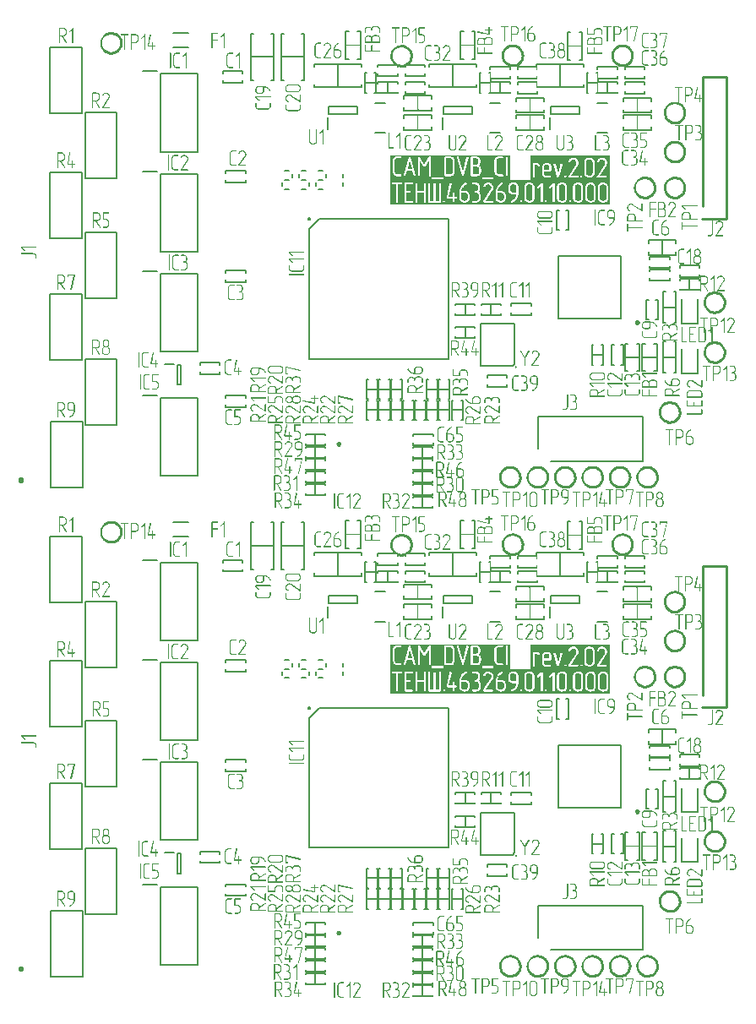
<source format=gbr>
*
%FSLAX26Y26*%
%MOIN*%
%ADD10C,0.005906*%
%ADD11C,0.004370*%
%ADD12C,0.007874*%
%ADD13C,0.010000*%
%ADD14C,0.009843*%
%ADD15C,0.015000*%
%ADD16R,0.032480X0.032480*%
%ADD17R,0.036417X0.036417*%
%ADD18R,0.048228X0.048228*%
%ADD19R,0.030512X0.030512*%
%ADD20R,0.024606X0.024606*%
%ADD21C,0.029331*%
%ADD22R,0.044291X0.044291*%
%ADD23R,0.148622X0.148622*%
%ADD24R,0.062008X0.062008*%
%ADD25R,0.028543X0.028543*%
%ADD26R,0.063976X0.063976*%
%ADD27R,0.027756X0.027756*%
%ADD28R,0.056102X0.056102*%
%ADD29C,0.067913*%
%ADD30C,0.052165*%
%ADD31C,0.071850*%
%ADD32R,0.071850X0.071850*%
%ADD33C,0.126969*%
%ADD34C,0.101378*%
%ADD35C,0.048228*%
%ADD36C,0.014764*%
%ADD37C,0.015748*%
%IPPOS*%
%LNgto*%
%LPD*%
G75*
G54D10*
X1240039Y401468D02*
Y406908D01*
Y401468D02*
X1319016D01*
Y406908D01*
Y439548D02*
Y444988D01*
X1240039D02*
X1319016D01*
X1240039Y439548D02*
Y444988D01*
Y499894D02*
Y505334D01*
Y499894D02*
X1319016D01*
Y505334D01*
Y537974D02*
Y543414D01*
X1240039D02*
X1319016D01*
X1240039Y537974D02*
Y543414D01*
X1663268Y401468D02*
Y406908D01*
Y401468D02*
X1742244D01*
Y406908D01*
Y439548D02*
Y444988D01*
X1663268D02*
X1742244D01*
X1663268Y439548D02*
Y444988D01*
Y303043D02*
Y308483D01*
Y303043D02*
X1742244D01*
Y308483D01*
Y341123D02*
Y346563D01*
X1663268D02*
X1742244D01*
X1663268Y341123D02*
Y346563D01*
X1830591Y923122D02*
Y928562D01*
Y923122D02*
X1909567D01*
Y928562D01*
Y961202D02*
Y966642D01*
X1830591D02*
X1909567D01*
X1830591Y961202D02*
Y966642D01*
Y1013673D02*
Y1019113D01*
Y1013673D02*
X1909567D01*
Y1019113D01*
Y1051753D02*
Y1057193D01*
X1830591D02*
X1909567D01*
X1830591Y1051753D02*
Y1057193D01*
X1932953Y1013673D02*
Y1019113D01*
Y1013673D02*
X2011929D01*
Y1019113D01*
Y1051753D02*
Y1057193D01*
X1932953D02*
X2011929D01*
X1932953Y1051753D02*
Y1057193D01*
X1663268Y450681D02*
Y456121D01*
Y450681D02*
X1742244D01*
Y456121D01*
Y488761D02*
Y494201D01*
X1663268D02*
X1742244D01*
X1663268Y488761D02*
Y494201D01*
X1240039Y303043D02*
Y308483D01*
Y303043D02*
X1319016D01*
Y308483D01*
Y341123D02*
Y346563D01*
X1240039D02*
X1319016D01*
X1240039Y341123D02*
Y346563D01*
X1663268Y253831D02*
Y259271D01*
Y253831D02*
X1742244D01*
Y259271D01*
Y291911D02*
Y297351D01*
X1663268D02*
X1742244D01*
X1663268Y291911D02*
Y297351D01*
X1240039Y352256D02*
Y357696D01*
Y352256D02*
X1319016D01*
Y357696D01*
Y390336D02*
Y395776D01*
X1240039D02*
X1319016D01*
X1240039Y390336D02*
Y395776D01*
X2716417Y1112098D02*
Y1117538D01*
Y1112098D02*
X2795394D01*
Y1117538D01*
Y1150178D02*
Y1155618D01*
X2716417D02*
X2795394D01*
X2716417Y1150178D02*
Y1155618D01*
X1663268Y352256D02*
Y357696D01*
Y352256D02*
X1742244D01*
Y357696D01*
Y390336D02*
Y395776D01*
X1663268D02*
X1742244D01*
X1663268Y390336D02*
Y395776D01*
X1240039Y450681D02*
Y456121D01*
Y450681D02*
X1319016D01*
Y456121D01*
Y488761D02*
Y494201D01*
X1240039D02*
X1319016D01*
X1240039Y488761D02*
Y494201D01*
X2391614Y1887689D02*
Y1893129D01*
Y1887689D02*
X2470591D01*
Y1893129D01*
Y1925769D02*
Y1931209D01*
X2391614D02*
X2470591D01*
X2391614Y1925769D02*
Y1931209D01*
X1968386Y1887689D02*
Y1893129D01*
Y1887689D02*
X2047362D01*
Y1893129D01*
Y1925769D02*
Y1931209D01*
X1968386D02*
X2047362D01*
X1968386Y1925769D02*
Y1931209D01*
X1525472Y1887689D02*
Y1893129D01*
Y1887689D02*
X1604449D01*
Y1893129D01*
Y1925769D02*
Y1931209D01*
X1525472D02*
X1604449D01*
X1525472Y1925769D02*
Y1931209D01*
X2651465Y785335D02*
X2659689D01*
X2651465D02*
Y907579D01*
X2659689D01*
X2694642D02*
X2702866D01*
X2694642Y785335D02*
X2702866D01*
Y907579D01*
X2651465Y982185D02*
X2659689D01*
X2651465D02*
Y1104429D01*
X2659689D01*
X2694642D02*
X2702866D01*
X2694642Y982185D02*
X2702866D01*
Y1104429D01*
X2447933Y895394D02*
X2456949D01*
X2447933Y817205D02*
Y895394D01*
Y817205D02*
X2456949D01*
X2483996D02*
X2493012D01*
Y895394D01*
X2483996D02*
X2493012D01*
X2231398Y1426890D02*
X2240413D01*
X2231398Y1348701D02*
Y1426890D01*
Y1348701D02*
X2240413D01*
X2267461D02*
X2276476D01*
Y1426890D01*
X2267461D02*
X2276476D01*
X2585728Y1072559D02*
X2594744D01*
X2585728Y994370D02*
Y1072559D01*
Y994370D02*
X2594744D01*
X2621791D02*
X2630807D01*
Y1072559D01*
X2621791D02*
X2630807D01*
X2701874Y1296457D02*
Y1309154D01*
X2593402D02*
X2701874D01*
X2593402Y1296457D02*
Y1309154D01*
Y1249902D02*
Y1262598D01*
Y1249902D02*
X2701874D01*
Y1262598D01*
X2603449Y1788583D02*
Y1801280D01*
X2494976D02*
X2603449D01*
X2494976Y1788583D02*
Y1801280D01*
Y1742028D02*
Y1754724D01*
Y1742028D02*
X2603449D01*
Y1754724D01*
X1737307Y1867323D02*
Y1880020D01*
X1628835D02*
X1737307D01*
X1628835Y1867323D02*
Y1880020D01*
Y1820768D02*
Y1833465D01*
Y1820768D02*
X1737307D01*
Y1833465D01*
X2603449Y1857480D02*
Y1870177D01*
X2494976D02*
X2603449D01*
X2494976Y1857480D02*
Y1870177D01*
Y1810925D02*
Y1823622D01*
Y1810925D02*
X2603449D01*
Y1823622D01*
X2180220Y1788583D02*
Y1801280D01*
X2071748D02*
X2180220D01*
X2071748Y1788583D02*
Y1801280D01*
Y1742028D02*
Y1754724D01*
Y1742028D02*
X2180220D01*
Y1754724D01*
Y1857480D02*
Y1870177D01*
X2071748D02*
X2180220D01*
X2071748Y1857480D02*
Y1870177D01*
Y1810925D02*
Y1823622D01*
Y1810925D02*
X2180220D01*
Y1823622D01*
X1737307Y1788583D02*
Y1801280D01*
X1628835D02*
X1737307D01*
X1628835Y1788583D02*
Y1801280D01*
Y1742028D02*
Y1754724D01*
Y1742028D02*
X1737307D01*
Y1754724D01*
X2408052Y816811D02*
X2413492D01*
Y895787D01*
X2408052D02*
X2413492D01*
X2369972D02*
X2375412D01*
X2369972Y816811D02*
Y895787D01*
Y816811D02*
X2375412D01*
X1965139Y1889646D02*
X1970579D01*
Y1968622D01*
X1965139D02*
X1970579D01*
X1927059D02*
X1932499D01*
X1927059Y1889646D02*
Y1968622D01*
Y1889646D02*
X1932499D01*
X2388367D02*
X2393807D01*
Y1968622D01*
X2388367D02*
X2393807D01*
X2350287D02*
X2355727D01*
X2350287Y1889646D02*
Y1968622D01*
Y1889646D02*
X2355727D01*
X1756477Y598307D02*
X1761918D01*
Y677283D01*
X1756477D02*
X1761918D01*
X1718397D02*
X1723838D01*
X1718397Y598307D02*
Y677283D01*
Y598307D02*
X1723838D01*
X1661989D02*
X1667429D01*
Y677283D01*
X1661989D02*
X1667429D01*
X1623909D02*
X1629349D01*
X1623909Y598307D02*
Y677283D01*
Y598307D02*
X1629349D01*
X1709233D02*
X1714673D01*
Y677283D01*
X1709233D02*
X1714673D01*
X1671153D02*
X1676593D01*
X1671153Y598307D02*
Y677283D01*
Y598307D02*
X1676593D01*
X1614745D02*
X1620185D01*
Y677283D01*
X1614745D02*
X1620185D01*
X1576665D02*
X1582105D01*
X1576665Y598307D02*
Y677283D01*
Y598307D02*
X1582105D01*
X1567501D02*
X1572941D01*
Y677283D01*
X1567501D02*
X1572941D01*
X1529421D02*
X1534861D01*
X1529421Y598307D02*
Y677283D01*
Y598307D02*
X1534861D01*
X1520257D02*
X1525697D01*
Y677283D01*
X1520257D02*
X1525697D01*
X1482177D02*
X1487617D01*
X1482177Y598307D02*
Y677283D01*
Y598307D02*
X1487617D01*
X1567501Y680984D02*
X1572941D01*
Y759961D01*
X1567501D02*
X1572941D01*
X1529421D02*
X1534861D01*
X1529421Y680984D02*
Y759961D01*
Y680984D02*
X1534861D01*
X1520257D02*
X1525697D01*
Y759961D01*
X1520257D02*
X1525697D01*
X1482177D02*
X1487617D01*
X1482177Y680984D02*
Y759961D01*
Y680984D02*
X1487617D01*
X1614745D02*
X1620185D01*
Y759961D01*
X1614745D02*
X1620185D01*
X1576665D02*
X1582105D01*
X1576665Y680984D02*
Y759961D01*
Y680984D02*
X1582105D01*
X1756477D02*
X1761918D01*
Y759961D01*
X1756477D02*
X1761918D01*
X1718397D02*
X1723838D01*
X1718397Y680984D02*
Y759961D01*
Y680984D02*
X1723838D01*
X1803722D02*
X1809162D01*
Y759961D01*
X1803722D02*
X1809162D01*
X1765642D02*
X1771082D01*
X1765642Y680984D02*
Y759961D01*
Y680984D02*
X1771082D01*
X1803722Y598307D02*
X1809162D01*
Y677283D01*
X1803722D02*
X1809162D01*
X1765642D02*
X1771082D01*
X1765642Y598307D02*
Y677283D01*
Y598307D02*
X1771082D01*
X1854903D02*
X1860343D01*
Y677283D01*
X1854903D02*
X1860343D01*
X1816823D02*
X1822263D01*
X1816823Y598307D02*
Y677283D01*
Y598307D02*
X1822263D01*
X1512383Y1889646D02*
X1517823D01*
Y1968622D01*
X1512383D02*
X1517823D01*
X1474303D02*
X1479743D01*
X1474303Y1889646D02*
Y1968622D01*
Y1889646D02*
X1479743D01*
X1896850Y2131008D02*
X1909547D01*
Y2022535D02*
Y2131008D01*
X1896850Y2022535D02*
X1909547D01*
X1850295D02*
X1862992D01*
X1850295D02*
Y2131008D01*
X1862992D01*
X2320079Y2128055D02*
X2332776D01*
Y2019583D02*
Y2128055D01*
X2320079Y2019583D02*
X2332776D01*
X2273524D02*
X2286220D01*
X2273524D02*
Y2128055D01*
X2286220D01*
X2546457Y900693D02*
X2559154D01*
Y792220D02*
Y900693D01*
X2546457Y792220D02*
X2559154D01*
X2499902D02*
X2512598D01*
X2499902D02*
Y900693D01*
X2512598D01*
X2615354D02*
X2628051D01*
Y792220D02*
Y900693D01*
X2615354Y792220D02*
X2628051D01*
X2568799D02*
X2581496D01*
X2568799D02*
Y900693D01*
X2581496D01*
X1444094Y2131008D02*
X1456791D01*
Y2022535D02*
Y2131008D01*
X1444094Y2022535D02*
X1456791D01*
X1397539D02*
X1410236D01*
X1397539D02*
Y2131008D01*
X1410236D01*
X1143622Y2124158D02*
X1153701D01*
X1143622Y1938834D02*
Y2124158D01*
Y1938834D02*
X1153701D01*
X1224252D02*
X1234331D01*
Y2124158D01*
X1224252D02*
X1234331D01*
X1025512D02*
X1035591D01*
X1025512Y1938834D02*
Y2124158D01*
Y1938834D02*
X1035591D01*
X1106142D02*
X1116220D01*
Y2124158D01*
X1106142D02*
X1116220D01*
X2151432Y1913307D02*
Y1923386D01*
Y1913307D02*
X2336757D01*
Y1923386D01*
Y1993937D02*
Y2004016D01*
X2151432D02*
X2336757D01*
X2151432Y1993937D02*
Y2004016D01*
X1728204Y1913307D02*
Y1923386D01*
Y1913307D02*
X1913529D01*
Y1923386D01*
Y1993937D02*
Y2004016D01*
X1728204D02*
X1913529D01*
X1728204Y1993937D02*
Y2004016D01*
X1275448Y1913307D02*
Y1923386D01*
Y1913307D02*
X1460773D01*
Y1923386D01*
Y1993937D02*
Y2004016D01*
X1275448D02*
X1460773D01*
X1275448Y1993937D02*
Y2004016D01*
X2035157Y765492D02*
Y774508D01*
X1956969D02*
X2035157D01*
X1956969Y765492D02*
Y774508D01*
Y729429D02*
Y738445D01*
Y729429D02*
X2035157D01*
Y738445D01*
X1744213Y535177D02*
Y544193D01*
X1666024D02*
X1744213D01*
X1666024Y535177D02*
Y544193D01*
Y499114D02*
Y508130D01*
Y499114D02*
X1744213D01*
Y508130D01*
X1604055Y1991870D02*
Y2000886D01*
X1525866D02*
X1604055D01*
X1525866Y1991870D02*
Y2000886D01*
Y1955807D02*
Y1964823D01*
Y1955807D02*
X1604055D01*
Y1964823D01*
X901299Y816673D02*
Y825689D01*
X823110D02*
X901299D01*
X823110Y816673D02*
Y825689D01*
Y780610D02*
Y789626D01*
Y780610D02*
X901299D01*
Y789626D01*
X1712323Y1922972D02*
Y1931988D01*
X1634134D02*
X1712323D01*
X1634134Y1922972D02*
Y1931988D01*
Y1886909D02*
Y1895925D01*
Y1886909D02*
X1712323D01*
Y1895925D01*
Y1991870D02*
Y2000886D01*
X1634134D02*
X1712323D01*
X1634134Y1991870D02*
Y2000886D01*
Y1955807D02*
Y1964823D01*
Y1955807D02*
X1712323D01*
Y1964823D01*
X2676890Y1184783D02*
Y1193799D01*
X2598701D02*
X2676890D01*
X2598701Y1184783D02*
Y1193799D01*
Y1148720D02*
Y1157736D01*
Y1148720D02*
X2676890D01*
Y1157736D01*
X2795000Y1198563D02*
Y1207579D01*
X2716811D02*
X2795000D01*
X2716811Y1198563D02*
Y1207579D01*
Y1162500D02*
Y1171516D01*
Y1162500D02*
X2795000D01*
Y1171516D01*
X1003661Y1178878D02*
Y1187894D01*
X925472D02*
X1003661D01*
X925472Y1178878D02*
Y1187894D01*
Y1142815D02*
Y1151831D01*
Y1142815D02*
X1003661D01*
Y1151831D01*
Y686752D02*
Y695768D01*
X925472D02*
X1003661D01*
X925472Y686752D02*
Y695768D01*
Y650689D02*
Y659705D01*
Y650689D02*
X1003661D01*
Y659705D01*
X2046969Y1982028D02*
Y1991043D01*
X1968780D02*
X2046969D01*
X1968780Y1982028D02*
Y1991043D01*
Y1945965D02*
Y1954980D01*
Y1945965D02*
X2046969D01*
Y1954980D01*
X2155236Y1982028D02*
Y1991043D01*
X2077047D02*
X2155236D01*
X2077047Y1982028D02*
Y1991043D01*
Y1945965D02*
Y1954980D01*
Y1945965D02*
X2155236D01*
Y1954980D01*
Y1922972D02*
Y1931988D01*
X2077047D02*
X2155236D01*
X2077047Y1922972D02*
Y1931988D01*
Y1886909D02*
Y1895925D01*
Y1886909D02*
X2155236D01*
Y1895925D01*
X2676890Y1233996D02*
Y1243012D01*
X2598701D02*
X2676890D01*
X2598701Y1233996D02*
Y1243012D01*
Y1197933D02*
Y1206949D01*
Y1197933D02*
X2676890D01*
Y1206949D01*
X2578465Y1982028D02*
Y1991043D01*
X2500276D02*
X2578465D01*
X2500276Y1982028D02*
Y1991043D01*
Y1945965D02*
Y1954980D01*
Y1945965D02*
X2578465D01*
Y1954980D01*
Y1922972D02*
Y1931988D01*
X2500276D02*
X2578465D01*
X2500276Y1922972D02*
Y1931988D01*
Y1886909D02*
Y1895925D01*
Y1886909D02*
X2578465D01*
Y1895925D01*
X2470197Y1982028D02*
Y1991043D01*
X2392008D02*
X2470197D01*
X2392008Y1982028D02*
Y1991043D01*
Y1945965D02*
Y1954980D01*
Y1945965D02*
X2470197D01*
Y1954980D01*
X2129646Y1048957D02*
Y1057972D01*
X2051457D02*
X2129646D01*
X2051457Y1048957D02*
Y1057972D01*
Y1012894D02*
Y1021909D01*
Y1012894D02*
X2129646D01*
Y1021909D01*
X1003661Y1572579D02*
Y1581594D01*
X925472D02*
X1003661D01*
X925472Y1572579D02*
Y1581594D01*
Y1536516D02*
Y1545531D01*
Y1536516D02*
X1003661D01*
Y1545531D01*
X991850Y1966280D02*
Y1975295D01*
X913661D02*
X991850D01*
X913661Y1966280D02*
Y1975295D01*
Y1930217D02*
Y1939232D01*
Y1930217D02*
X991850D01*
Y1939232D01*
G54D11*
X2070866Y809055D02*
X2070393Y810335D01*
X2069201Y811000D01*
X2067863Y810730D01*
X2067023Y809654D01*
X2067084Y808291D01*
X2068017Y807295D01*
X2069374Y807145D01*
X2070501Y807914D01*
X2070866Y809055D01*
G54D10*
X1279528Y403228D02*
Y443228D01*
Y501654D02*
Y541654D01*
X1702756Y403228D02*
Y443228D01*
Y304803D02*
Y344803D01*
X1870079Y924882D02*
Y964882D01*
Y1015433D02*
Y1055433D01*
X1972441Y1015433D02*
Y1055433D01*
X2647638Y1251969D02*
Y1307087D01*
X2371732Y856299D02*
X2411732D01*
X1928819Y1929134D02*
X1968819D01*
X2352047D02*
X2392047D01*
X1720157Y637795D02*
X1760157D01*
X1625669D02*
X1665669D01*
X1672913D02*
X1712913D01*
X1578425D02*
X1618425D01*
X1531181D02*
X1571181D01*
X1483937D02*
X1523937D01*
X1531181Y720472D02*
X1571181D01*
X1483937D02*
X1523937D01*
X1578425D02*
X1618425D01*
X1720157D02*
X1760157D01*
X1767402D02*
X1807402D01*
X1767402Y637795D02*
X1807402D01*
X1818583D02*
X1858583D01*
X1702756Y452441D02*
Y492441D01*
X1279528Y304803D02*
Y344803D01*
X1852362Y2076772D02*
X1907480D01*
X1144685Y2031496D02*
X1233268D01*
X2244094Y1914370D02*
Y2002953D01*
X1820866Y1914370D02*
Y2002953D01*
X1368110Y1914370D02*
Y2002953D01*
X1026575Y2031496D02*
X1115157D01*
X2653543Y846457D02*
X2700787D01*
X2653543Y1043307D02*
X2700787D01*
X1702756Y255591D02*
Y295591D01*
X1279528Y354016D02*
Y394016D01*
X2755906Y1113858D02*
Y1153858D01*
X1702756Y354016D02*
Y394016D01*
X1279528Y452441D02*
Y492441D01*
X2549213Y1744094D02*
Y1799213D01*
X1683071Y1822835D02*
Y1877953D01*
X2431102Y1889449D02*
Y1929449D01*
X2007874Y1889449D02*
Y1929449D01*
X1564961Y1889449D02*
Y1929449D01*
X1476063Y1929134D02*
X1516063D01*
X2549213Y1812992D02*
Y1868110D01*
X2275591Y2073819D02*
X2330709D01*
X2125984Y1744094D02*
Y1799213D01*
X2501969Y846457D02*
X2557087D01*
X2570866D02*
X2625984D01*
X1399606Y2076772D02*
X1454724D01*
X2125984Y1812992D02*
Y1868110D01*
X1683071Y1744094D02*
Y1799213D01*
G54D12*
X1257874Y1391732D02*
X1257391Y1393622D01*
X1256060Y1395048D01*
X1254207Y1395660D01*
X1252289Y1395308D01*
X1250775Y1394078D01*
X1250037Y1392272D01*
X1250257Y1390334D01*
X1251380Y1388739D01*
X1253131Y1387879D01*
X1255080Y1387965D01*
X1256748Y1388976D01*
X1257726Y1390663D01*
X1257874Y1391732D01*
X669291Y1177165D02*
X814961D01*
Y870079D02*
Y1177165D01*
X669291Y870079D02*
X814961D01*
X669291D02*
Y1177165D01*
X597441Y1187008D02*
X655512D01*
X2486220Y998031D02*
Y1246063D01*
X2238189D02*
X2486220D01*
X2238189Y998031D02*
Y1246063D01*
Y998031D02*
X2486220D01*
X669291Y685039D02*
X814961D01*
Y377953D02*
Y685039D01*
X669291Y377953D02*
X814961D01*
X669291D02*
Y685039D01*
X597441Y694882D02*
X655512D01*
X1328740Y1747047D02*
Y1792323D01*
X1330709Y1806102D02*
X1444882D01*
Y1835630D01*
X1330709D02*
X1444882D01*
X1330709Y1806102D02*
Y1835630D01*
X1781496Y1747047D02*
Y1792323D01*
X1783465Y1806102D02*
X1897638D01*
Y1835630D01*
X1783465D02*
X1897638D01*
X1783465Y1806102D02*
Y1835630D01*
X2204724Y1747047D02*
Y1792323D01*
X2206693Y1806102D02*
X2320866D01*
Y1835630D01*
X2206693D02*
X2320866D01*
X2206693Y1806102D02*
Y1835630D01*
X2391732Y1850394D02*
X2431102D01*
X2391732Y1732283D02*
X2431102D01*
X716535Y2125000D02*
X779528D01*
X716535Y2067913D02*
X779528D01*
X669291Y1964567D02*
X814961D01*
Y1657480D02*
Y1964567D01*
X669291Y1657480D02*
X814961D01*
X669291D02*
Y1964567D01*
X597441Y1974409D02*
X655512D01*
X669291Y1570866D02*
X814961D01*
Y1263780D02*
Y1570866D01*
X669291Y1263780D02*
X814961D01*
X669291D02*
Y1570866D01*
X597441Y1580709D02*
X655512D01*
X736220Y816929D02*
X748031D01*
Y738189D02*
Y816929D01*
X736220Y738189D02*
X748031D01*
X736220D02*
Y816929D01*
X683071Y820866D02*
X722441D01*
X236220Y592520D02*
X362205D01*
X236220Y332677D02*
Y592520D01*
Y332677D02*
X362205D01*
Y592520D01*
X370079Y838583D02*
X496063D01*
X370079Y578740D02*
Y838583D01*
Y578740D02*
X496063D01*
Y838583D01*
X232283Y1094488D02*
X358268D01*
X232283Y834646D02*
Y1094488D01*
Y834646D02*
X358268D01*
Y1094488D01*
X370079Y1340551D02*
X496063D01*
X370079Y1080709D02*
Y1340551D01*
Y1080709D02*
X496063D01*
Y1340551D01*
X232283Y1576772D02*
X358268D01*
X232283Y1316929D02*
Y1576772D01*
Y1316929D02*
X358268D01*
Y1576772D01*
X370079Y1812992D02*
X496063D01*
X370079Y1553150D02*
Y1812992D01*
Y1553150D02*
X496063D01*
Y1812992D01*
X232283Y2068898D02*
X358268D01*
X232283Y1809055D02*
Y2068898D01*
Y1809055D02*
X358268D01*
Y2068898D01*
X1293307Y1391732D02*
X1805118D01*
Y840551D02*
Y1391732D01*
X1253937Y840551D02*
X1805118D01*
X1253937D02*
Y1352362D01*
X1293307Y1391732D01*
X1968504Y1732283D02*
X2007874D01*
X1968504Y1850394D02*
X2007874D01*
X1515748Y1732283D02*
X1555118D01*
X1515748Y1850394D02*
X1555118D01*
X2723425Y783465D02*
Y877953D01*
Y783465D02*
X2788386D01*
Y877953D01*
X2723425Y980315D02*
Y1074803D01*
Y980315D02*
X2788386D01*
Y1074803D01*
X2208661Y437008D02*
X2572835D01*
Y612205D01*
X2159449D02*
X2572835D01*
X2159449Y484252D02*
Y612205D01*
X2064961Y852362D02*
Y978346D01*
X1931102D02*
X2064961D01*
X1931102Y812992D02*
Y978346D01*
X2057087Y812992D02*
X2064961Y820866D01*
Y852362D01*
X1931102Y812992D02*
X2057087D01*
G54D13*
X2096457Y2037402D02*
X2095964Y2043609D01*
X2094499Y2049661D01*
X2092098Y2055407D01*
X2088821Y2060702D01*
X2084751Y2065414D01*
X2079988Y2069425D01*
X2074652Y2072636D01*
X2068877Y2074965D01*
X2062807Y2076354D01*
X2056594Y2076769D01*
X2050393Y2076198D01*
X2044360Y2074658D01*
X2038645Y2072185D01*
X2033391Y2068842D01*
X2028730Y2064713D01*
X2024779Y2059900D01*
X2021635Y2054525D01*
X2019379Y2048721D01*
X2018066Y2042634D01*
X2017729Y2036416D01*
X2018377Y2030223D01*
X2019993Y2024209D01*
X2022537Y2018526D01*
X2025945Y2013314D01*
X2030132Y2008705D01*
X2034994Y2004814D01*
X2040408Y2001739D01*
X2046240Y1999555D01*
X2052343Y1998318D01*
X2058565Y1998059D01*
X2064749Y1998784D01*
X2070742Y2000476D01*
X2076394Y2003091D01*
X2081562Y2006564D01*
X2086118Y2010809D01*
X2089948Y2015719D01*
X2092955Y2021171D01*
X2095066Y2027030D01*
X2096226Y2033147D01*
X2096457Y2037402D01*
X2893701Y1062992D02*
X2893208Y1069200D01*
X2891743Y1075252D01*
X2889342Y1080997D01*
X2886066Y1086292D01*
X2881995Y1091005D01*
X2877232Y1095016D01*
X2871896Y1098226D01*
X2866121Y1100555D01*
X2860051Y1101944D01*
X2853838Y1102359D01*
X2847637Y1101789D01*
X2841604Y1100248D01*
X2835889Y1097776D01*
X2830635Y1094433D01*
X2825974Y1090303D01*
X2822023Y1085491D01*
X2818879Y1080115D01*
X2816623Y1074312D01*
X2815310Y1068225D01*
X2814973Y1062007D01*
X2815621Y1055813D01*
X2817237Y1049800D01*
X2819781Y1044116D01*
X2823189Y1038905D01*
X2827376Y1034296D01*
X2832238Y1030405D01*
X2837653Y1027329D01*
X2843484Y1025146D01*
X2849587Y1023909D01*
X2855809Y1023650D01*
X2861993Y1024375D01*
X2867986Y1026066D01*
X2873638Y1028681D01*
X2878806Y1032154D01*
X2883362Y1036399D01*
X2887192Y1041309D01*
X2890200Y1046762D01*
X2892310Y1052620D01*
X2893470Y1058738D01*
X2893701Y1062992D01*
X2529528Y2037402D02*
X2529035Y2043609D01*
X2527570Y2049661D01*
X2525169Y2055407D01*
X2521892Y2060702D01*
X2517822Y2065414D01*
X2513059Y2069425D01*
X2507723Y2072636D01*
X2501948Y2074965D01*
X2495878Y2076354D01*
X2489665Y2076769D01*
X2483464Y2076198D01*
X2477430Y2074658D01*
X2471715Y2072185D01*
X2466462Y2068842D01*
X2461801Y2064713D01*
X2457849Y2059900D01*
X2454706Y2054525D01*
X2452450Y2048721D01*
X2451137Y2042634D01*
X2450800Y2036416D01*
X2451447Y2030223D01*
X2453063Y2024209D01*
X2455607Y2018526D01*
X2459016Y2013314D01*
X2463203Y2008705D01*
X2468065Y2004814D01*
X2473479Y2001739D01*
X2479311Y1999555D01*
X2485414Y1998318D01*
X2491635Y1998059D01*
X2497820Y1998784D01*
X2503813Y2000476D01*
X2509464Y2003091D01*
X2514633Y2006564D01*
X2519189Y2010809D01*
X2523019Y2015719D01*
X2526026Y2021171D01*
X2528137Y2027030D01*
X2529297Y2033147D01*
X2529528Y2037402D01*
X1657480Y2035433D02*
X1656988Y2041641D01*
X1655523Y2047693D01*
X1653122Y2053438D01*
X1649845Y2058733D01*
X1645774Y2063446D01*
X1641012Y2067457D01*
X1635676Y2070667D01*
X1629901Y2072996D01*
X1623831Y2074385D01*
X1617618Y2074800D01*
X1611417Y2074230D01*
X1605383Y2072689D01*
X1599668Y2070217D01*
X1594415Y2066874D01*
X1589754Y2062744D01*
X1585802Y2057932D01*
X1582659Y2052556D01*
X1580402Y2046752D01*
X1579089Y2040666D01*
X1578752Y2034448D01*
X1579400Y2028254D01*
X1581016Y2022241D01*
X1583560Y2016557D01*
X1586969Y2011346D01*
X1591156Y2006737D01*
X1596018Y2002846D01*
X1601432Y1999770D01*
X1607264Y1997587D01*
X1613367Y1996350D01*
X1619588Y1996091D01*
X1625773Y1996816D01*
X1631766Y1998507D01*
X1637417Y2001122D01*
X1642586Y2004595D01*
X1647142Y2008840D01*
X1650971Y2013750D01*
X1653979Y2019203D01*
X1656089Y2025061D01*
X1657250Y2031179D01*
X1657480Y2035433D01*
X511811Y2086614D02*
X511319Y2092822D01*
X509854Y2098874D01*
X507453Y2104619D01*
X504176Y2109914D01*
X500105Y2114627D01*
X495342Y2118638D01*
X490007Y2121848D01*
X484231Y2124177D01*
X478161Y2125566D01*
X471948Y2125981D01*
X465747Y2125411D01*
X459714Y2123870D01*
X453999Y2121398D01*
X448745Y2118055D01*
X444084Y2113925D01*
X440133Y2109113D01*
X436990Y2103737D01*
X434733Y2097934D01*
X433420Y2091847D01*
X433083Y2085629D01*
X433731Y2079436D01*
X435347Y2073422D01*
X437891Y2067738D01*
X441299Y2062527D01*
X445487Y2057918D01*
X450348Y2054027D01*
X455763Y2050951D01*
X461594Y2048768D01*
X467697Y2047531D01*
X473919Y2047272D01*
X480104Y2047997D01*
X486097Y2049688D01*
X491748Y2052303D01*
X496916Y2055776D01*
X501472Y2060021D01*
X505302Y2064931D01*
X508310Y2070384D01*
X510420Y2076242D01*
X511581Y2082360D01*
X511811Y2086614D01*
X2893701Y866142D02*
X2893208Y872349D01*
X2891743Y878401D01*
X2889342Y884147D01*
X2886066Y889442D01*
X2881995Y894154D01*
X2877232Y898166D01*
X2871896Y901376D01*
X2866121Y903705D01*
X2860051Y905094D01*
X2853838Y905509D01*
X2847637Y904939D01*
X2841604Y903398D01*
X2835889Y900925D01*
X2830635Y897582D01*
X2825974Y893453D01*
X2822023Y888640D01*
X2818879Y883265D01*
X2816623Y877461D01*
X2815310Y871374D01*
X2814973Y865156D01*
X2815621Y858963D01*
X2817237Y852949D01*
X2819781Y847266D01*
X2823189Y842054D01*
X2827376Y837446D01*
X2832238Y833555D01*
X2837653Y830479D01*
X2843484Y828295D01*
X2849587Y827058D01*
X2855809Y826799D01*
X2861993Y827525D01*
X2867986Y829216D01*
X2873638Y831831D01*
X2878806Y835304D01*
X2883362Y839549D01*
X2887192Y844459D01*
X2890200Y849911D01*
X2892310Y855770D01*
X2893470Y861888D01*
X2893701Y866142D01*
X2716535Y629921D02*
X2716043Y636129D01*
X2714578Y642181D01*
X2712177Y647926D01*
X2708900Y653222D01*
X2704829Y657934D01*
X2700067Y661945D01*
X2694731Y665156D01*
X2688956Y667484D01*
X2682886Y668874D01*
X2676673Y669288D01*
X2670472Y668718D01*
X2664438Y667177D01*
X2658723Y664705D01*
X2653470Y661362D01*
X2648809Y657233D01*
X2644857Y652420D01*
X2641714Y647044D01*
X2639458Y641241D01*
X2638144Y635154D01*
X2637808Y628936D01*
X2638455Y622743D01*
X2640071Y616729D01*
X2642615Y611045D01*
X2646024Y605834D01*
X2650211Y601225D01*
X2655073Y597334D01*
X2660487Y594258D01*
X2666319Y592075D01*
X2672422Y590838D01*
X2678643Y590579D01*
X2684828Y591304D01*
X2690821Y592995D01*
X2696472Y595610D01*
X2701641Y599084D01*
X2706197Y603328D01*
X2710026Y608238D01*
X2713034Y613691D01*
X2715145Y619549D01*
X2716305Y625667D01*
X2716535Y629921D01*
X2086614Y374016D02*
X2086122Y380223D01*
X2084657Y386275D01*
X2082256Y392021D01*
X2078979Y397316D01*
X2074908Y402028D01*
X2070145Y406040D01*
X2064810Y409250D01*
X2059035Y411579D01*
X2052964Y412968D01*
X2046751Y413383D01*
X2040550Y412813D01*
X2034517Y411272D01*
X2028802Y408799D01*
X2023548Y405456D01*
X2018888Y401327D01*
X2014936Y396514D01*
X2011793Y391139D01*
X2009536Y385335D01*
X2008223Y379248D01*
X2007886Y373030D01*
X2008534Y366837D01*
X2010150Y360823D01*
X2012694Y355140D01*
X2016102Y349928D01*
X2020290Y345320D01*
X2025152Y341429D01*
X2030566Y338353D01*
X2036398Y336169D01*
X2042500Y334932D01*
X2048722Y334673D01*
X2054907Y335399D01*
X2060900Y337090D01*
X2066551Y339705D01*
X2071719Y343178D01*
X2076275Y347423D01*
X2080105Y352333D01*
X2083113Y357785D01*
X2085223Y363644D01*
X2086384Y369762D01*
X2086614Y374016D01*
X2736220Y1811024D02*
X2735728Y1817231D01*
X2734263Y1823283D01*
X2731862Y1829029D01*
X2728585Y1834324D01*
X2724514Y1839036D01*
X2719752Y1843048D01*
X2714416Y1846258D01*
X2708641Y1848587D01*
X2702571Y1849976D01*
X2696358Y1850391D01*
X2690157Y1849820D01*
X2684123Y1848280D01*
X2678408Y1845807D01*
X2673155Y1842464D01*
X2668494Y1838335D01*
X2664542Y1833522D01*
X2661399Y1828147D01*
X2659143Y1822343D01*
X2657830Y1816256D01*
X2657493Y1810038D01*
X2658140Y1803845D01*
X2659756Y1797831D01*
X2662300Y1792148D01*
X2665709Y1786936D01*
X2669896Y1782327D01*
X2674758Y1778437D01*
X2680172Y1775361D01*
X2686004Y1773177D01*
X2692107Y1771940D01*
X2698328Y1771681D01*
X2704513Y1772406D01*
X2710506Y1774098D01*
X2716157Y1776713D01*
X2721326Y1780186D01*
X2725882Y1784431D01*
X2729712Y1789341D01*
X2732719Y1794793D01*
X2734830Y1800652D01*
X2735990Y1806769D01*
X2736220Y1811024D01*
Y1657480D02*
X2735728Y1663688D01*
X2734263Y1669740D01*
X2731862Y1675486D01*
X2728585Y1680781D01*
X2724514Y1685493D01*
X2719752Y1689504D01*
X2714416Y1692715D01*
X2708641Y1695043D01*
X2702571Y1696433D01*
X2696358Y1696847D01*
X2690157Y1696277D01*
X2684123Y1694737D01*
X2678408Y1692264D01*
X2673155Y1688921D01*
X2668494Y1684792D01*
X2664542Y1679979D01*
X2661399Y1674604D01*
X2659143Y1668800D01*
X2657830Y1662713D01*
X2657493Y1656495D01*
X2658140Y1650302D01*
X2659756Y1644288D01*
X2662300Y1638604D01*
X2665709Y1633393D01*
X2669896Y1628784D01*
X2674758Y1624893D01*
X2680172Y1621817D01*
X2686004Y1619634D01*
X2692107Y1618397D01*
X2698328Y1618138D01*
X2704513Y1618863D01*
X2710506Y1620554D01*
X2716157Y1623169D01*
X2721326Y1626643D01*
X2725882Y1630887D01*
X2729712Y1635797D01*
X2732719Y1641250D01*
X2734830Y1647108D01*
X2735990Y1653226D01*
X2736220Y1657480D01*
X2618110Y1515748D02*
X2617618Y1521956D01*
X2616153Y1528008D01*
X2613752Y1533753D01*
X2610475Y1539048D01*
X2606404Y1543761D01*
X2601641Y1547772D01*
X2596306Y1550982D01*
X2590531Y1553311D01*
X2584461Y1554700D01*
X2578247Y1555115D01*
X2572047Y1554545D01*
X2566013Y1553004D01*
X2560298Y1550532D01*
X2555044Y1547189D01*
X2550384Y1543059D01*
X2546432Y1538247D01*
X2543289Y1532871D01*
X2541032Y1527067D01*
X2539719Y1520981D01*
X2539382Y1514763D01*
X2540030Y1508569D01*
X2541646Y1502556D01*
X2544190Y1496872D01*
X2547599Y1491661D01*
X2551786Y1487052D01*
X2556648Y1483161D01*
X2562062Y1480085D01*
X2567894Y1477902D01*
X2573997Y1476665D01*
X2580218Y1476406D01*
X2586403Y1477131D01*
X2592396Y1478822D01*
X2598047Y1481437D01*
X2603215Y1484910D01*
X2607771Y1489155D01*
X2611601Y1494065D01*
X2614609Y1499518D01*
X2616719Y1505376D01*
X2617880Y1511494D01*
X2618110Y1515748D01*
X2736220D02*
X2735728Y1521956D01*
X2734263Y1528008D01*
X2731862Y1533753D01*
X2728585Y1539048D01*
X2724514Y1543761D01*
X2719752Y1547772D01*
X2714416Y1550982D01*
X2708641Y1553311D01*
X2702571Y1554700D01*
X2696358Y1555115D01*
X2690157Y1554545D01*
X2684123Y1553004D01*
X2678408Y1550532D01*
X2673155Y1547189D01*
X2668494Y1543059D01*
X2664542Y1538247D01*
X2661399Y1532871D01*
X2659143Y1527067D01*
X2657830Y1520981D01*
X2657493Y1514763D01*
X2658140Y1508569D01*
X2659756Y1502556D01*
X2662300Y1496872D01*
X2665709Y1491661D01*
X2669896Y1487052D01*
X2674758Y1483161D01*
X2680172Y1480085D01*
X2686004Y1477902D01*
X2692107Y1476665D01*
X2698328Y1476406D01*
X2704513Y1477131D01*
X2710506Y1478822D01*
X2716157Y1481437D01*
X2721326Y1484910D01*
X2725882Y1489155D01*
X2729712Y1494065D01*
X2732719Y1499518D01*
X2734830Y1505376D01*
X2735990Y1511494D01*
X2736220Y1515748D01*
X2627953Y374016D02*
X2627460Y380223D01*
X2625995Y386275D01*
X2623594Y392021D01*
X2620318Y397316D01*
X2616247Y402028D01*
X2611484Y406040D01*
X2606148Y409250D01*
X2600373Y411579D01*
X2594303Y412968D01*
X2588090Y413383D01*
X2581889Y412813D01*
X2575856Y411272D01*
X2570141Y408799D01*
X2564887Y405456D01*
X2560226Y401327D01*
X2556275Y396514D01*
X2553131Y391139D01*
X2550875Y385335D01*
X2549562Y379248D01*
X2549225Y373030D01*
X2549873Y366837D01*
X2551489Y360823D01*
X2554033Y355140D01*
X2557441Y349928D01*
X2561628Y345320D01*
X2566490Y341429D01*
X2571905Y338353D01*
X2577736Y336169D01*
X2583839Y334932D01*
X2590061Y334673D01*
X2596245Y335399D01*
X2602238Y337090D01*
X2607890Y339705D01*
X2613058Y343178D01*
X2617614Y347423D01*
X2621444Y352333D01*
X2624451Y357785D01*
X2626562Y363644D01*
X2627722Y369762D01*
X2627953Y374016D01*
X2519685D02*
X2519193Y380223D01*
X2517728Y386275D01*
X2515327Y392021D01*
X2512050Y397316D01*
X2507979Y402028D01*
X2503216Y406040D01*
X2497881Y409250D01*
X2492105Y411579D01*
X2486035Y412968D01*
X2479822Y413383D01*
X2473621Y412813D01*
X2467588Y411272D01*
X2461873Y408799D01*
X2456619Y405456D01*
X2451958Y401327D01*
X2448007Y396514D01*
X2444864Y391139D01*
X2442607Y385335D01*
X2441294Y379248D01*
X2440957Y373030D01*
X2441605Y366837D01*
X2443221Y360823D01*
X2445765Y355140D01*
X2449173Y349928D01*
X2453361Y345320D01*
X2458222Y341429D01*
X2463637Y338353D01*
X2469468Y336169D01*
X2475571Y334932D01*
X2481793Y334673D01*
X2487978Y335399D01*
X2493971Y337090D01*
X2499622Y339705D01*
X2504790Y343178D01*
X2509346Y347423D01*
X2513176Y352333D01*
X2516184Y357785D01*
X2518294Y363644D01*
X2519455Y369762D01*
X2519685Y374016D01*
X2411417D02*
X2410925Y380223D01*
X2409460Y386275D01*
X2407059Y392021D01*
X2403782Y397316D01*
X2399711Y402028D01*
X2394949Y406040D01*
X2389613Y409250D01*
X2383838Y411579D01*
X2377768Y412968D01*
X2371555Y413383D01*
X2365354Y412813D01*
X2359320Y411272D01*
X2353605Y408799D01*
X2348352Y405456D01*
X2343691Y401327D01*
X2339739Y396514D01*
X2336596Y391139D01*
X2334339Y385335D01*
X2333026Y379248D01*
X2332689Y373030D01*
X2333337Y366837D01*
X2334953Y360823D01*
X2337497Y355140D01*
X2340906Y349928D01*
X2345093Y345320D01*
X2349955Y341429D01*
X2355369Y338353D01*
X2361201Y336169D01*
X2367304Y334932D01*
X2373525Y334673D01*
X2379710Y335399D01*
X2385703Y337090D01*
X2391354Y339705D01*
X2396523Y343178D01*
X2401079Y347423D01*
X2404908Y352333D01*
X2407916Y357785D01*
X2410026Y363644D01*
X2411187Y369762D01*
X2411417Y374016D01*
X2303150D02*
X2302657Y380223D01*
X2301192Y386275D01*
X2298791Y392021D01*
X2295514Y397316D01*
X2291444Y402028D01*
X2286681Y406040D01*
X2281345Y409250D01*
X2275570Y411579D01*
X2269500Y412968D01*
X2263287Y413383D01*
X2257086Y412813D01*
X2251052Y411272D01*
X2245338Y408799D01*
X2240084Y405456D01*
X2235423Y401327D01*
X2231471Y396514D01*
X2228328Y391139D01*
X2226072Y385335D01*
X2224759Y379248D01*
X2224422Y373030D01*
X2225069Y366837D01*
X2226686Y360823D01*
X2229230Y355140D01*
X2232638Y349928D01*
X2236825Y345320D01*
X2241687Y341429D01*
X2247101Y338353D01*
X2252933Y336169D01*
X2259036Y334932D01*
X2265257Y334673D01*
X2271442Y335399D01*
X2277435Y337090D01*
X2283086Y339705D01*
X2288255Y343178D01*
X2292811Y347423D01*
X2296641Y352333D01*
X2299648Y357785D01*
X2301759Y363644D01*
X2302919Y369762D01*
X2303150Y374016D01*
X2194882D02*
X2194389Y380223D01*
X2192924Y386275D01*
X2190523Y392021D01*
X2187247Y397316D01*
X2183176Y402028D01*
X2178413Y406040D01*
X2173077Y409250D01*
X2167302Y411579D01*
X2161232Y412968D01*
X2155019Y413383D01*
X2148818Y412813D01*
X2142785Y411272D01*
X2137070Y408799D01*
X2131816Y405456D01*
X2127155Y401327D01*
X2123204Y396514D01*
X2120060Y391139D01*
X2117804Y385335D01*
X2116491Y379248D01*
X2116154Y373030D01*
X2116802Y366837D01*
X2118418Y360823D01*
X2120962Y355140D01*
X2124370Y349928D01*
X2128558Y345320D01*
X2133419Y341429D01*
X2138834Y338353D01*
X2144665Y336169D01*
X2150768Y334932D01*
X2156990Y334673D01*
X2163174Y335399D01*
X2169167Y337090D01*
X2174819Y339705D01*
X2179987Y343178D01*
X2184543Y347423D01*
X2188373Y352333D01*
X2191381Y357785D01*
X2193491Y363644D01*
X2194651Y369762D01*
X2194882Y374016D01*
G54D14*
X2553150Y984252D02*
X2552664Y986383D01*
X2551304Y988094D01*
X2549337Y989047D01*
X2547152Y989054D01*
X2545179Y988114D01*
X2543807Y986413D01*
X2543307Y984285D01*
X2543778Y982151D01*
X2545126Y980431D01*
X2547087Y979465D01*
X2549272Y979443D01*
X2551252Y980369D01*
X2552635Y982061D01*
X2553149Y984185D01*
X2553150Y984252D01*
X1375984Y505118D02*
X1375499Y507249D01*
X1374139Y508960D01*
X1372172Y509913D01*
X1369987Y509920D01*
X1368013Y508981D01*
X1366642Y507279D01*
X1366142Y505152D01*
X1366613Y503017D01*
X1367961Y501297D01*
X1369921Y500331D01*
X1372107Y500309D01*
X1374086Y501235D01*
X1375470Y502927D01*
X1375984Y505051D01*
X1375984Y505118D01*
X2900591Y1393858D02*
Y1948819D01*
X2804331Y1393858D02*
X2900591D01*
X2807087Y1440945D02*
Y1952756D01*
X2900591D01*
G54D15*
X118150Y363287D02*
X117672Y364757D01*
X116422Y365665D01*
X114877D01*
X113627Y364757D01*
X113150Y363287D01*
X113627Y361818D01*
X114877Y360910D01*
X116422D01*
X117672Y361818D01*
X118150Y363287D01*
X117672Y364757D01*
X116422Y365665D01*
X114877D01*
X113627Y364757D01*
X113150Y363287D01*
G36*
X1575787Y1447835D02*
Y1531722D01*
X1580768D01*
X1580893Y1530723D01*
X1581594Y1529232D01*
G03X1583210Y1528264I2220J1873D01*
G01X1584150Y1528043D01*
X1597252D01*
Y1460301D01*
G03X1598463Y1457386I4049J-27D01*
G01X1599563Y1456982D01*
X1599927Y1456798D01*
X1600499Y1456683D01*
X1600736Y1456608D01*
G03X1603101Y1457145I196J4613D01*
G01X1603482Y1457410D01*
G03X1604669Y1459692I-2610J2806D01*
G01X1604728Y1460006D01*
Y1460195D01*
X1630360D01*
G03X1631495Y1457523I3715J0D01*
G03X1633840Y1456613I2894J3982D01*
G01X1661655Y1456611D01*
G03X1663756Y1457322I-798J5815D01*
G03X1665275Y1460291I-2232J3015D01*
G01X1674248D01*
G03X1675281Y1457578I4128J19D01*
G01X1675447Y1457390D01*
X1676561Y1456982D01*
X1676921Y1456798D01*
X1677508Y1456681D01*
G03X1678528Y1456658I562J2256D01*
G03X1679841Y1457044I-202J3111D01*
G01X1680197Y1457200D01*
G03X1681664Y1459684I-2273J3016D01*
G01X1681728Y1459998D01*
Y1495028D01*
X1707264D01*
Y1460299D01*
G03X1708469Y1457386I4078J-18D01*
G01X1709576Y1456981D01*
X1709938Y1456798D01*
X1710507Y1456684D01*
X1710740Y1456608D01*
G03X1713115Y1457146I200J4628D01*
G01X1713494Y1457410D01*
G03X1714681Y1459692I-2610J2806D01*
G01X1714740Y1460006D01*
Y1460162D01*
X1723741D01*
G03X1724883Y1457517I3634J0D01*
G03X1727222Y1456613I2886J3989D01*
G01X1771962Y1456654D01*
G03X1774209Y1457707I-470J3926D01*
G03X1775203Y1460091I-3443J2835D01*
G01X1775203Y1461697D01*
X1781469D01*
G03X1791676Y1461697I5103J0D01*
G01X1819882D01*
Y1460301D01*
G03X1821093Y1457386I4049J-27D01*
G01X1822193Y1456982D01*
X1822556Y1456798D01*
X1823129Y1456683D01*
X1823366Y1456608D01*
G03X1825731Y1457145I196J4613D01*
G01X1826112Y1457410D01*
G03X1827299Y1459692I-2610J2806D01*
G01X1827358Y1460006D01*
Y1473087D01*
X1834742Y1473091D01*
G03X1836836Y1473799I-798J5815D01*
G03X1836887Y1473835I-2058J2947D01*
G01X1847431D01*
G03X1847961Y1470166I12958J0D01*
G01X1848273Y1468971D01*
X1849613Y1465981D01*
X1851059Y1463661D01*
X1851957Y1462549D01*
G03X1864542Y1456608I13735J12795D01*
G01X1870354Y1456606D01*
G03X1876489Y1457809I62J15932D01*
G01X1878408Y1458617D01*
X1880761Y1460023D01*
X1882222Y1461174D01*
G03X1885743Y1465786I-11683J12569D01*
G03X1887719Y1472209I-16882J8707D01*
G01X1887827Y1472860D01*
Y1473323D01*
X1887874Y1473717D01*
Y1485033D01*
G03X1887875Y1485191I-14991J158D01*
G01X1924382D01*
Y1474081D01*
G02X1921732Y1467249I-10708J222D01*
G02X1917986Y1464825I-6263J5574D01*
G01X1916293Y1464310D01*
X1914717Y1464083D01*
X1900637D01*
G03X1897954Y1462810I-114J-3227D01*
G01X1897732Y1462589D01*
X1897339Y1461743D01*
X1897139Y1461412D01*
X1896929Y1460561D01*
Y1460284D01*
X1896981Y1459849D01*
G03X1900380Y1456607I3534J303D01*
G01X1914386Y1456606D01*
G03X1921504Y1458223I131J15904D01*
G01X1922405Y1458623D01*
X1924744Y1460023D01*
X1925237Y1460410D01*
X1940961D01*
X1941423Y1458693D01*
G03X1944484Y1456607I3194J1397D01*
G01X1977616Y1456606D01*
X1979140Y1456909D01*
X1980067Y1457562D01*
G03X1981190Y1459759I-3226J3035D01*
G03X1980444Y1462494I-3169J604D01*
G03X1977775Y1464078I-3272J-2472D01*
G01X1951646Y1464083D01*
X1958074Y1473837D01*
X1990407D01*
G03X1990934Y1470165I13070J0D01*
G01X1991246Y1468971D01*
X1992586Y1465981D01*
X1994031Y1463660D01*
X1994904Y1462582D01*
G03X2007512Y1456609I13766J12761D01*
G01X2013331Y1456606D01*
G03X2019467Y1457811I67J15890D01*
G01X2021381Y1458617D01*
X2023733Y1460023D01*
X2025196Y1461174D01*
G03X2028724Y1465795I-11362J12334D01*
G03X2030695Y1472209I-16887J8698D01*
G01X2030803Y1472860D01*
Y1473323D01*
X2030850Y1473717D01*
X2066265D01*
X2064660Y1471637D01*
X2060366Y1467630D01*
X2055887Y1464962D01*
X2052766Y1463625D01*
X2052473Y1463430D01*
G03X2051036Y1461494I995J-2240D01*
G03X2050930Y1459847I3195J-1032D01*
G03X2051494Y1458186I3812J367D01*
G01X2051684Y1457811D01*
X2051964Y1457525D01*
G03X2054508Y1456557I3516J5409D01*
G01X2055887Y1456787D01*
X2058085Y1457783D01*
G03X2064504Y1461697I-14164J30453D01*
G01X2086656D01*
G03X2096864Y1461697I5104J0D01*
G01X2108496D01*
G03X2120235Y1456608I12889J13648D01*
G01X2126047Y1456606D01*
G03X2132183Y1457811I67J15890D01*
G01X2135019Y1459149D01*
X2138269Y1461523D01*
G03X2142371Y1467910I-13003J12862D01*
G01X2143343Y1471428D01*
X2143618Y1473718D01*
Y1515316D01*
X2152717D01*
G03X2152718Y1515285I394J0D01*
G03X2153807Y1512626I4527J302D01*
G01X2154251Y1512294D01*
G03X2158741Y1512414I2170J2866D01*
G01X2158869Y1512481D01*
X2169150Y1522806D01*
Y1460291D01*
G03X2170356Y1457387I4130J13D01*
G01X2171465Y1456981D01*
X2171828Y1456798D01*
X2172397Y1456684D01*
X2172630Y1456608D01*
G03X2175005Y1457146I200J4628D01*
G01X2175384Y1457410D01*
G03X2176570Y1459692I-2610J2806D01*
G01X2176630Y1460006D01*
X2183132D01*
G03X2193050Y1461697I4815J1691D01*
G01X2215843D01*
Y1460301D01*
G03X2217054Y1457386I4049J-27D01*
G01X2218154Y1456982D01*
X2218517Y1456798D01*
X2219101Y1456681D01*
G03X2220123Y1456658I562J2262D01*
G03X2221436Y1457044I-202J3111D01*
G01X2221792Y1457200D01*
G03X2223258Y1459684I-2273J3016D01*
G01X2223323Y1459998D01*
X2239724D01*
G03X2249385Y1456608I10811J15346D01*
G01X2255197Y1456606D01*
G03X2261331Y1457809I62J15932D01*
G01X2264169Y1459150D01*
X2267419Y1461523D01*
G03X2267588Y1461697I-13003J12862D01*
G01X2279029D01*
G03X2289235Y1461697I5103J0D01*
G01X2300867D01*
G03X2312597Y1456609I12910J13698D01*
G01X2318421Y1456606D01*
G03X2324553Y1457809I71J15871D01*
G01X2327380Y1459145D01*
X2329855Y1460861D01*
G03X2331732Y1462725I-5610J7526D01*
G03X2333815Y1465850I-11094J9649D01*
G01X2334751Y1467929D01*
X2335717Y1471428D01*
X2335988Y1473719D01*
Y1473900D01*
X2344991D01*
G03X2345519Y1470170I13444J0D01*
G01X2345832Y1468971D01*
X2347172Y1465981D01*
X2348618Y1463661D01*
X2349516Y1462549D01*
G03X2362101Y1456608I13735J12795D01*
G01X2367918Y1456606D01*
G03X2374048Y1457809I60J15921D01*
G01X2376886Y1459150D01*
X2380132Y1461520D01*
G03X2385070Y1470722I-12748J12767D01*
G01X2385484Y1473708D01*
Y1473835D01*
X2394486D01*
G03X2395016Y1470166I12958J0D01*
G01X2395328Y1468971D01*
X2396669Y1465981D01*
X2398114Y1463661D01*
X2399012Y1462549D01*
G03X2411597Y1456608I13735J12796D01*
G01X2417410Y1456606D01*
G03X2423544Y1457809I62J15932D01*
G01X2426382Y1459150D01*
X2429631Y1461523D01*
G03X2433734Y1467910I-13003J12862D01*
G01X2434705Y1471428D01*
X2434980Y1473718D01*
Y1517997D01*
G03X2434981Y1518161I-14608J164D01*
G01X2439961D01*
Y1447835D01*
X1575787D01*
G37*
G36*
Y1531722D02*
Y1553087D01*
X1738575D01*
Y1549346D01*
X1784480D01*
Y1553087D01*
X1936508D01*
Y1549346D01*
X1982413D01*
Y1553087D01*
X2046260D01*
Y1544291D01*
X2126969D01*
Y1558732D01*
X2136551D01*
G03X2137691Y1555909I4186J49D01*
G01X2137759Y1555837D01*
X2138866Y1555431D01*
X2139230Y1555246D01*
X2139798Y1555133D01*
X2140060Y1555048D01*
G03X2142769Y1555814I-121J5605D01*
G03X2144030Y1558496I-2623J2870D01*
G01X2144030Y1567012D01*
X2175028D01*
X2175029Y1566956D01*
G03X2177037Y1560353I14084J676D01*
G03X2184045Y1555466I9069J5538D01*
G01X2186407Y1555055D01*
X2206321D01*
X2207780Y1555370D01*
G03X2209895Y1558233I-1754J3509D01*
G03X2209259Y1560808I-3189J579D01*
G03X2206511Y1562521I-3316J-2259D01*
G01X2186937Y1562531D01*
G02X2182508Y1566922I18J4448D01*
G01Y1579752D01*
X2206204Y1579752D01*
G03X2208731Y1580626I-109J4408D01*
G03X2209951Y1583257I-3660J3296D01*
G01X2209961Y1599936D01*
X2221145D01*
X2232882Y1558059D01*
X2233292Y1557123D01*
G03X2237009Y1555032I2966J924D01*
G03X2240043Y1558115I-927J3947D01*
G01X2240611Y1560148D01*
X2260256D01*
G03X2270300Y1558863I5104J0D01*
G01X2276772D01*
X2277226Y1557158D01*
X2277520Y1556619D01*
G03X2280170Y1555066I3223J2462D01*
G01X2313475Y1555066D01*
G03X2315797Y1555941I-810J5668D01*
G01X2315874Y1556005D01*
G03X2317000Y1558207I-3310J3081D01*
G03X2316770Y1560148I-3157J609D01*
G01X2323476D01*
G03X2333685Y1560148I5104J0D01*
G01X2345318D01*
G03X2356667Y1555108I12817J13563D01*
G01X2357051Y1555055D01*
X2362869D01*
G03X2369004Y1556259I87J15794D01*
G01X2371829Y1557594D01*
X2373660Y1558863D01*
X2389492D01*
X2389945Y1557163D01*
X2390235Y1556621D01*
G03X2392884Y1555066I3215J2444D01*
G01X2426147Y1555059D01*
G03X2428245Y1555769I-798J5815D01*
G03X2428649Y1561322I-2060J2941D01*
G03X2426316Y1562525I-3057J-3065D01*
G01X2400174Y1562531D01*
X2427236Y1603602D01*
X2429361Y1608194D01*
X2429539Y1608372D01*
Y1608719D01*
X2430162Y1611437D01*
X2430321Y1613009D01*
G03X2430397Y1614349I-11809J1340D01*
G01X2439961D01*
Y1518161D01*
X2434981D01*
G03X2434136Y1523058I-14609J0D01*
G01X2432397Y1526954D01*
X2430622Y1529509D01*
X2430228Y1529908D01*
G03X2426688Y1532768I-12284J-11582D01*
G01X2425633Y1533401D01*
X2422626Y1534646D01*
X2418648Y1535472D01*
X2418122D01*
X2417775Y1535520D01*
X2411960D01*
G03X2406860Y1534683I-112J-15268D01*
G01X2405771Y1534317D01*
X2402983Y1532925D01*
X2400426Y1531091D01*
G03X2395729Y1524051I10751J-12259D01*
G03X2394489Y1518324I16776J-6631D01*
G01Y1518169D01*
X2385485D01*
G03X2384643Y1523049I-14564J0D01*
G01X2384283Y1524138D01*
X2382890Y1526969D01*
X2381126Y1529509D01*
X2380732Y1529908D01*
G03X2377192Y1532768I-12284J-11582D01*
G01X2376137Y1533401D01*
X2373130Y1534646D01*
X2369152Y1535472D01*
X2368627D01*
X2368284Y1535520D01*
X2362464D01*
G03X2357371Y1534685I-108J-15290D01*
G01X2356275Y1534317D01*
X2353487Y1532924D01*
X2350938Y1531094D01*
G03X2346233Y1524051I10772J-12289D01*
G03X2344993Y1518330I17129J-6707D01*
G01Y1518192D01*
X2335989D01*
G03X2335147Y1523049I-14427J0D01*
G01X2334796Y1524112D01*
X2333394Y1526969D01*
X2331600Y1529538D01*
G03X2327689Y1532772I-12722J-11403D01*
G01X2326641Y1533401D01*
X2323634Y1534646D01*
X2319656Y1535472D01*
X2319131D01*
X2318788Y1535520D01*
X2312972D01*
G03X2307871Y1534682I-121J-15220D01*
G01X2306779Y1534317D01*
X2303991Y1532925D01*
X2301424Y1531079D01*
G03X2296119Y1522190I12294J-13366D01*
G01X2295496Y1518382D01*
Y1518160D01*
X2272769D01*
G03X2271923Y1523058I-14618J0D01*
G01X2270184Y1526954D01*
X2268409Y1529509D01*
X2268016Y1529908D01*
G03X2264475Y1532768I-12284J-11582D01*
G01X2263420Y1533401D01*
X2260413Y1534646D01*
X2256436Y1535472D01*
X2255909D01*
X2255563Y1535520D01*
X2249748D01*
G03X2244650Y1534683I-124J-15198D01*
G01X2243559Y1534317D01*
X2240770Y1532925D01*
X2238213Y1531091D01*
G03X2233516Y1524050I10783J-12281D01*
G03X2232276Y1518324I16772J-6629D01*
G01X2232276Y1474080D01*
G03X2232273Y1473835I12956J-245D01*
G01X2223323D01*
Y1531842D01*
G03X2217643Y1534987I-3734J-41D01*
G01X2217141Y1534671D01*
X2200362Y1517792D01*
X2199558Y1516071D01*
X2199516Y1515894D01*
X2199409Y1515689D01*
Y1515294D01*
X2176630D01*
X2176630Y1531859D01*
G03X2170230Y1534453I-3752J-67D01*
G01X2154038Y1518160D01*
X2143619D01*
G03X2142774Y1523058I-14618J0D01*
G01X2141034Y1526954D01*
X2139260Y1529509D01*
X2138866Y1529908D01*
G03X2135326Y1532768I-12284J-11582D01*
G01X2134271Y1533401D01*
X2131264Y1534646D01*
X2127286Y1535472D01*
X2126760D01*
X2126413Y1535520D01*
X2120599D01*
G03X2115500Y1534683I-124J-15198D01*
G01X2114409Y1534317D01*
X2111621Y1532925D01*
X2109063Y1531091D01*
G03X2104367Y1524051I10751J-12259D01*
G03X2103126Y1518324I16776J-6631D01*
G01X2103126Y1492695D01*
X2080346D01*
X2080341Y1519832D01*
G03X2078631Y1525903I-18654J-1979D01*
G03X2076741Y1528752I-17369J-9472D01*
G03X2071150Y1533348I-13180J-10333D01*
G01X2069071Y1534287D01*
X2065526Y1535260D01*
X2063281Y1535520D01*
X2057425D01*
G03X2052317Y1534680I-212J-14664D01*
G01X2048413Y1532937D01*
X2045826Y1531075D01*
G03X2040317Y1521311I12371J-13416D01*
G01X2039902Y1518372D01*
Y1507043D01*
G03X2039901Y1506925I15209J-118D01*
G01X1998736D01*
G02X1999335Y1508925I30852J-8146D01*
G01X2002544Y1515861D01*
X2002807Y1516124D01*
Y1516243D01*
X2006056Y1520455D01*
X2008479Y1522878D01*
X2008727Y1523075D01*
X2008909Y1523257D01*
X2012937Y1526181D01*
G02X2017405Y1528246I14041J-24506D01*
G03X2019329Y1529792I-3371J6163D01*
G03X2018493Y1534706I-3686J1901D01*
G03X2016238Y1535571I-2354J-2767D01*
G01X2014800Y1535284D01*
X2012621Y1534297D01*
G03X2005280Y1529638I14030J-30223D01*
G01X1998316Y1522680D01*
X1996593Y1520300D01*
X1996264Y1520129D01*
Y1519699D01*
X1994479Y1515874D01*
X1981866D01*
G03X1981527Y1518717I-12103J0D01*
G03X1979042Y1524920I-18707J-3897D01*
G01X1977823Y1526807D01*
X1976112Y1528874D01*
X1975655Y1529282D01*
X1975069Y1529930D01*
X1974904Y1530009D01*
G03X1969989Y1533202I-16867J-20578D01*
G01X1964208Y1535110D01*
X1960644Y1535571D01*
G03X1956092Y1535054I-46J-19898D01*
G01X1955139Y1534842D01*
X1951460Y1533410D01*
X1949776Y1532444D01*
G03X1947018Y1530027I6638J-10356D01*
G03X1944453Y1526591I13074J-12437D01*
G03X1942563Y1522960I16850J-11077D01*
G01X1942177Y1522057D01*
G03X1942363Y1518721I4862J-1402D01*
G03X1944838Y1516938I3006J1563D01*
G03X1947378Y1517288I721J4159D01*
G01X1947475Y1517319D01*
X1947602D01*
G03X1948907Y1518849I-2189J3189D01*
G01X1949006Y1518996D01*
X1949177Y1519367D01*
Y1519394D01*
X1950703Y1522400D01*
X1952321Y1524523D01*
X1953898Y1525974D01*
G02X1958383Y1527759I6700J-10304D01*
G01X1960221Y1527993D01*
G02X1963248Y1527681I206J-12829D01*
G01X1965665Y1526971D01*
G02X1972011Y1522131I-5438J-13712D01*
G02X1973717Y1518626I-10944J-7491D01*
G02X1973637Y1512047I-11346J-3153D01*
G01X1971690Y1508015D01*
X1949033Y1473716D01*
X1931863D01*
X1931759Y1486877D01*
X1931031Y1490120D01*
X1929422Y1493852D01*
X1929297Y1494021D01*
X1929227Y1494219D01*
X1929105Y1494352D01*
G03X1926385Y1497664I-14402J-9053D01*
G01X1924835Y1499057D01*
X1923629Y1499850D01*
G03X1927448Y1504919I-18170J17662D01*
G03X1929106Y1509502I-13486J7472D01*
G01Y1518000D01*
G03X1928632Y1521883I-15153J121D01*
G01X1928313Y1523109D01*
X1926568Y1526956D01*
X1924848Y1529438D01*
G03X1922969Y1531329I-7816J-5890D01*
G01X1919934Y1533388D01*
X1917866Y1534269D01*
G03X1913504Y1535364I-6581J-16974D01*
G01X1912853Y1535472D01*
X1912338D01*
X1911945Y1535520D01*
X1900643D01*
G03X1897851Y1534150I-142J-3239D01*
G01X1897740Y1534047D01*
X1897340Y1533182D01*
X1897140Y1532856D01*
X1896929Y1531958D01*
G03X1896929Y1531909I4708J-49D01*
G01X1876838D01*
G03X1875916Y1534304I-4674J-423D01*
G03X1873186Y1535559I-2661J-2193D01*
G01X1871823Y1535284D01*
X1869644Y1534296D01*
G03X1863469Y1530568I14112J-30350D01*
G03X1856183Y1523618I26025J-34580D01*
G01X1855323Y1522658D01*
X1853616Y1520300D01*
X1853287Y1520129D01*
Y1519699D01*
X1849947Y1512533D01*
X1848185Y1505594D01*
X1847480Y1500110D01*
Y1499721D01*
X1847433Y1499379D01*
Y1476746D01*
X1838373D01*
G03X1837185Y1479416I-3594J0D01*
G03X1834910Y1480560I-3106J-3339D01*
G01X1827358Y1480567D01*
X1827347Y1493509D01*
G03X1825414Y1496626I-4592J-689D01*
G03X1821373Y1496235I-1728J-3216D01*
G03X1819890Y1493644I3065J-3475D01*
G01X1819882Y1480567D01*
X1806173D01*
X1816266Y1530989D01*
G03X1815555Y1534044I-3537J787D01*
G01X1815432Y1534226D01*
X1815161Y1534504D01*
X1814753Y1534791D01*
G03X1812370Y1535515I-2168J-2852D01*
G01X1810342Y1534799D01*
X1809569Y1534032D01*
X1809106Y1533044D01*
X1809047Y1532799D01*
X1808957Y1532542D01*
Y1532420D01*
X1808848Y1531876D01*
X1775210D01*
G03X1771888Y1535469I-3605J0D01*
G03X1767740Y1532078I-215J-3969D01*
G01X1767728Y1464083D01*
X1753165D01*
X1753158Y1531905D01*
G03X1751122Y1535113I-4379J-530D01*
G01X1750203Y1535409D01*
G03X1745697Y1532080I-588J-3918D01*
G01X1745685Y1464083D01*
X1731224D01*
Y1531769D01*
G03X1727904Y1535469I-3603J107D01*
G03X1723763Y1532139I-279J-3892D01*
G01X1714768D01*
G03X1711683Y1535422I-3289J0D01*
G03X1707274Y1532074I-492J-3929D01*
G01X1707264Y1502508D01*
X1681728D01*
Y1531769D01*
G03X1678408Y1535469I-3603J107D01*
G03X1674259Y1532074I-219J-3966D01*
G01X1674259Y1531698D01*
X1665283D01*
G03X1664162Y1534305I-3591J0D01*
G03X1661814Y1535514I-2991J-2922D01*
G01X1633413Y1535464D01*
G03X1630364Y1531943I771J-3749D01*
G01Y1531804D01*
X1621251D01*
G03X1620454Y1533923I-3215J0D01*
G03X1617805Y1535510I-3194J-2328D01*
G01X1584480Y1535520D01*
G03X1581794Y1534249I-106J-3250D01*
G01X1581576Y1534031D01*
X1580975Y1532840D01*
X1580855Y1532298D01*
X1580768Y1532050D01*
Y1531722D01*
X1575787D01*
G37*
G36*
Y1553087D02*
Y1577775D01*
X1584630D01*
G03X1589491Y1565873I18517J619D01*
G03X1596142Y1561563I12926J12660D01*
G01X1598016Y1560954D01*
G03X1600963Y1560422I4080J14185D01*
G01X1601789Y1560319D01*
X1615923Y1560323D01*
G03X1618020Y1561033I-798J5815D01*
G03X1619551Y1563974I-2060J2941D01*
G01X1628513D01*
X1628579Y1563409D01*
G03X1634100Y1560847I3655J647D01*
G01X1634365Y1560938D01*
X1634556Y1561129D01*
G03X1635756Y1562905I-1682J2429D01*
G01X1635846Y1563095D01*
Y1563239D01*
X1641029Y1582358D01*
X1661954D01*
X1667123Y1563118D01*
G03X1668393Y1561118I4307J1331D01*
G03X1670223Y1560426I2129J2865D01*
G03X1674466Y1564081I547J3655D01*
G01X1683571D01*
Y1564029D01*
X1683572Y1564022D01*
G03X1684724Y1561202I4355J133D01*
G01X1685457Y1560832D01*
X1685897Y1560687D01*
X1686245Y1560510D01*
X1686818Y1560396D01*
X1687091Y1560309D01*
G03X1689613Y1561036I-200J5431D01*
G03X1691049Y1563801I-2352J2977D01*
G01X1691051Y1622175D01*
X1705989Y1597859D01*
G03X1709102Y1595677I3756J2047D01*
G03X1712397Y1597821I-680J4647D01*
G01X1727457Y1622234D01*
Y1564051D01*
G03X1728619Y1561197I4164J33D01*
G01X1729344Y1560832D01*
X1729788Y1560687D01*
X1730153Y1560501D01*
X1730541Y1560439D01*
X1730990Y1560310D01*
G03X1733499Y1561036I-213J5430D01*
G03X1734935Y1563801I-2352J2977D01*
G01Y1563931D01*
X1788023D01*
G03X1790580Y1560510I3568J0D01*
G01X1791084Y1560383D01*
X1791547Y1560319D01*
X1810944D01*
G03X1817075Y1561521I85J15805D01*
G01X1819918Y1562862D01*
X1823165Y1565237D01*
G03X1827586Y1572624I-12568J12540D01*
G01X1828253Y1575192D01*
X1828516Y1577431D01*
Y1621709D01*
G03X1828517Y1621873I-14633J164D01*
G01X1840954D01*
X1856803Y1563464D01*
G03X1860826Y1560350I4389J1515D01*
G03X1863958Y1563521I-1055J4174D01*
G01X1864056Y1563883D01*
X1892471D01*
G03X1893639Y1561192I3685J0D01*
G01X1894414Y1560754D01*
X1895023Y1560510D01*
X1895534Y1560382D01*
X1896000Y1560319D01*
X1915389D01*
G03X1920160Y1561163I160J13000D01*
G01X1921219Y1561515D01*
X1924743Y1563374D01*
X1927444Y1565458D01*
G03X1931619Y1571723I-11568J12231D01*
G03X1932964Y1577463I-15919J6758D01*
G01X1985958D01*
G03X1987209Y1571650I16087J421D01*
G01X1987634Y1570588D01*
X1990444Y1566295D01*
G03X1996483Y1561977I13277J12185D01*
G01X1998473Y1561188D01*
X2003081Y1560319D01*
X2017243D01*
X2018772Y1560622D01*
X2019699Y1561280D01*
G03X2020819Y1563468I-3313J3076D01*
G03X2020876Y1563979I-3156J612D01*
G01X2029937D01*
G03X2030960Y1561302I4213J75D01*
G01X2031131Y1561104D01*
X2032253Y1560694D01*
X2032616Y1560510D01*
X2033184Y1560396D01*
X2033445Y1560312D01*
G03X2036155Y1561078I-121J5605D01*
G03X2037416Y1563760I-2623J2870D01*
G01X2037417Y1635430D01*
G03X2037442Y1635832I-3285J402D01*
G01X2046260D01*
Y1553087D01*
X1982413D01*
Y1556827D01*
X1936508D01*
Y1553087D01*
X1784480D01*
Y1556827D01*
X1738575D01*
Y1553087D01*
X1575787D01*
G37*
G36*
Y1577775D02*
Y1642717D01*
X2046260D01*
Y1635832D01*
X2037442D01*
G03X2034397Y1639131I-3310J0D01*
G03X2031474Y1638406I-666J-3571D01*
G03X2029939Y1635708I1937J-2887D01*
G01Y1635467D01*
X2020922D01*
G03X2017677Y1639170I-3735J0D01*
G01X2017421Y1639236D01*
X2003480D01*
G03X1998377Y1638396I-171J-14867D01*
G01X1997291Y1638035D01*
X1994450Y1636639D01*
X1991907Y1634820D01*
G03X1987188Y1627751I10968J-12431D01*
G01X1986217Y1624275D01*
X1985953Y1622075D01*
Y1577777D01*
X1932963D01*
X1932917Y1589595D01*
G03X1931599Y1595063I-15025J-728D01*
G01X1930520Y1597380D01*
X1930406Y1597534D01*
X1930330Y1597755D01*
X1930196Y1597889D01*
X1929203Y1599375D01*
X1925875Y1602650D01*
X1924539Y1603600D01*
X1926652Y1605750D01*
X1928542Y1608652D01*
G03X1929756Y1612615I-12768J6076D01*
G01X1930161Y1615502D01*
X1930155Y1623554D01*
G03X1928836Y1628741I-18509J-1946D01*
G03X1925169Y1634006I-19604J-9743D01*
G03X1916092Y1638822I-12645J-12868D01*
G01X1913107Y1639236D01*
X1896218D01*
G03X1892473Y1635618I-54J-3691D01*
G01Y1635412D01*
X1883382D01*
G03X1878535Y1638890I-3672J0D01*
G01X1877790Y1638642D01*
G02X1877267Y1638449I-435J373D01*
G01X1875992Y1636417D01*
Y1636218D01*
X1860396Y1578734D01*
X1844685Y1636463D01*
X1844391Y1636987D01*
G03X1843362Y1638269I-3443J-1709D01*
G03X1838520Y1637986I-2274J-2651D01*
G03X1837424Y1635768I3099J-2911D01*
G01X1837417Y1635436D01*
X1821749D01*
G03X1820225Y1636484I-10486J-13630D01*
G01X1819167Y1637114D01*
X1816161Y1638358D01*
X1812184Y1639185D01*
X1811663D01*
X1811317Y1639236D01*
X1791713D01*
G03X1788025Y1635655I123J-3815D01*
G01Y1635500D01*
X1734937D01*
X1734884Y1636009D01*
G03X1734258Y1637915I-3760J-178D01*
G03X1731950Y1639565I-2822J-1508D01*
G03X1728546Y1638073I-257J-4040D01*
G01X1728256Y1637787D01*
X1709206Y1606919D01*
X1690427Y1637444D01*
X1689716Y1638322D01*
X1688944Y1639077D01*
G03X1683552Y1636005I-1821J-3072D01*
G01X1654952D01*
X1654696Y1636942D01*
G03X1651578Y1639134I-3426J-1559D01*
G03X1647876Y1635917I251J-4028D01*
G01X1628649Y1565053D01*
X1628509Y1564014D01*
X1619551D01*
G03X1618435Y1566576I-3591J-40D01*
G03X1616127Y1567787I-2946J-2809D01*
G01X1602155Y1567799D01*
G02X1598087Y1568738I209J10195D01*
G02X1595139Y1570587I3562J8952D01*
G02X1592110Y1577391I8796J7992D01*
G01Y1621715D01*
G02X1593045Y1625822I9717J-51D01*
G02X1594762Y1628539I7725J-2981D01*
G01X1594899Y1628722D01*
G02X1601122Y1631670I8811J-10560D01*
G01X1601766Y1631756D01*
X1615931Y1631761D01*
G03X1618014Y1632466I-920J6143D01*
G03X1616056Y1639233I-2237J3019D01*
G01X1602157Y1639236D01*
G03X1597055Y1638396I-171J-14867D01*
G01X1595965Y1638035D01*
X1593127Y1636639D01*
X1590572Y1634808D01*
G03X1586284Y1628798I10862J-12284D01*
G03X1584631Y1622040I17788J-7935D01*
G01X1584630Y1577775D01*
X1575787D01*
G37*
G36*
X1604728Y1460195D02*
Y1528043D01*
X1617664D01*
X1619407Y1528564D01*
X1620062Y1528992D01*
G03X1621192Y1531191I-3301J3087D01*
G03X1621251Y1531804I-3156J613D01*
G01X1630364D01*
X1630362Y1460313D01*
G03X1630360Y1460195I3713J-117D01*
G01X1604728D01*
G37*
G36*
X1619551Y1564014D02*
X1628509D01*
X1628513Y1563974D01*
X1619551D01*
G03X1619551Y1564014I-3591J2D01*
G37*
G36*
X1637843Y1464083D02*
G01Y1495028D01*
X1650728D01*
X1652471Y1495553D01*
X1653126Y1495982D01*
G03X1654255Y1498173I-3217J3044D01*
G03X1653511Y1500919I-3167J615D01*
G03X1650842Y1502503I-3272J-2472D01*
G01X1637843Y1502508D01*
Y1528043D01*
X1661655Y1528048D01*
G03X1663752Y1528757I-798J5815D01*
G03X1665283Y1531698I-2060J2941D01*
G01X1674259D01*
X1674248Y1460291D01*
X1665275D01*
G03X1661765Y1464081I-3751J46D01*
G01X1637843Y1464083D01*
G37*
G36*
X1654952Y1636005D02*
X1683552D01*
G03X1683571Y1635637I3571J0D01*
G01X1683571Y1564081D01*
X1674466D01*
G03X1674336Y1565052I-3696J0D01*
G01X1654952Y1636005D01*
G37*
G36*
X1714740Y1460162D02*
Y1531714D01*
G03X1714768Y1532139I-3262J425D01*
G01X1723763D01*
G03X1723752Y1532055I3861J-561D01*
G01X1723744Y1460317D01*
G03X1723741Y1460162I3631J-155D01*
G01X1714740D01*
G37*
G36*
X1734935Y1563931D02*
X1734937Y1635500D01*
X1788025D01*
X1788024Y1563981D01*
G03X1788023Y1563931I3568J-50D01*
G01X1734935D01*
G37*
G36*
X1775203Y1461697D02*
X1775204Y1476653D01*
X1797886D01*
X1797953Y1476088D01*
X1798207Y1475199D01*
X1798575Y1474586D01*
G03X1800802Y1473193I2505J1528D01*
G01X1801331Y1473087D01*
X1819882D01*
Y1461697D01*
X1791676D01*
G03X1781469Y1461697I-5103J0D01*
G01X1775203D01*
G37*
G36*
X1775204Y1476653D02*
X1775209Y1531769D01*
G03X1775210Y1531876I-3603J107D01*
G01X1808848D01*
X1797956Y1477560D01*
X1797886Y1476653D01*
X1775204D01*
G37*
G36*
X1821749Y1635436D02*
X1837417D01*
X1837536Y1634471D01*
X1840954Y1621873D01*
X1828517D01*
G03X1827672Y1626775I-14634J0D01*
G01X1825932Y1630667D01*
X1824155Y1633230D01*
X1823756Y1633624D01*
G03X1821749Y1635436I-12493J-11818D01*
G37*
G36*
X1836887Y1473835D02*
G03X1838373Y1476746I-2108J2911D01*
G01X1847433D01*
Y1474080D01*
G03X1847431Y1473835I12956J-245D01*
G01X1836887D01*
G37*
G36*
X1854949Y1502559D02*
X1854958Y1502807D01*
G02X1856359Y1508925I31651J-4027D01*
G01X1859568Y1515861D01*
X1859831Y1516124D01*
Y1516243D01*
X1863083Y1520455D01*
X1865509Y1522881D01*
X1865754Y1523078D01*
X1865880Y1523205D01*
X1869275Y1525741D01*
X1869684Y1525971D01*
G02X1874716Y1528351I14526J-24200D01*
G01X1876851Y1531260D01*
G03X1876838Y1531909I-4688J225D01*
G01X1896929D01*
G03X1897792Y1529191I4709J0D01*
G03X1899373Y1528264I2186J1915D01*
G01X1900307Y1528043D01*
X1911585D01*
G02X1918407Y1525345I-189J-10449D01*
G02X1920046Y1523356I-5814J-6461D01*
G01X1920402Y1522775D01*
X1920920Y1521502D01*
G02X1921581Y1518734I-7931J-3356D01*
G01X1921626Y1518383D01*
Y1512556D01*
G02X1918979Y1505728I-10367J91D01*
G02X1914126Y1502938I-6373J5471D01*
G01X1912038Y1502575D01*
G03X1908257Y1500131I-525J-3334D01*
G01X1908099Y1499843D01*
G03X1908520Y1496654I3677J-1136D01*
G03X1910350Y1495297I2337J1239D01*
G01X1911280Y1495079D01*
X1914338D01*
G02X1919484Y1493605I-87J-10025D01*
G01X1920368Y1493046D01*
X1921005Y1492543D01*
G02X1923660Y1488580I-5447J-6519D01*
G02X1924333Y1485767I-8291J-3470D01*
G01X1924382Y1485413D01*
Y1485191D01*
X1887875D01*
G03X1887402Y1488926I-14991J0D01*
G01X1887087Y1490135D01*
X1885799Y1493128D01*
X1884001Y1496002D01*
X1883271Y1496886D01*
G03X1877654Y1500897I-12983J-12246D01*
G01X1875608Y1501684D01*
X1871592Y1502508D01*
X1871064D01*
X1870670Y1502559D01*
X1854949D01*
G37*
G36*
X1864056Y1563883D02*
X1883239Y1634396D01*
G03X1883382Y1635412I-3528J1016D01*
G01X1892473D01*
X1892472Y1563979D01*
G03X1892471Y1563883I3683J-96D01*
G01X1864056D01*
G37*
G36*
X1925237Y1460410D02*
X1926208Y1461175D01*
G03X1929724Y1465779I-11768J12632D01*
G03X1931703Y1472211I-16647J8644D01*
G01X1931811Y1472860D01*
Y1473318D01*
X1931863Y1473716D01*
X1949033D01*
X1941168Y1461808D01*
X1940961Y1460788D01*
Y1460410D01*
X1925237D01*
G37*
G36*
X1932963Y1577777D02*
X1985953D01*
G03X1985958Y1577463I16093J107D01*
G01X1932964D01*
X1932963Y1577777D01*
G37*
G36*
X1958074Y1473837D02*
X1978708Y1505153D01*
X1980826Y1509728D01*
X1981012Y1509900D01*
Y1510237D01*
X1981265Y1511078D01*
G03X1981796Y1514577I-19654J4771D01*
G03X1981866Y1515874I-12033J1297D01*
G01X1994479D01*
X1992919Y1512533D01*
X1991161Y1505594D01*
X1990457Y1500110D01*
Y1499721D01*
X1990409Y1499379D01*
Y1474079D01*
G03X1990407Y1473837I13067J-242D01*
G01X1958074D01*
G37*
G36*
X1993433Y1577429D02*
Y1621710D01*
G02X1994369Y1625826I9982J-106D01*
G01X1994608Y1626392D01*
X1995427Y1627756D01*
X1995889Y1628346D01*
X1996094Y1628547D01*
X1996231Y1628732D01*
G02X2003076Y1631756I8063J-8993D01*
G01X2017244D01*
X2018730Y1632065D01*
G03X2020922Y1635467I-1543J3402D01*
G01X2029939D01*
X2029937Y1563979D01*
X2020876D01*
G03X2020081Y1566197I-3213J101D01*
G03X2017437Y1567789I-3187J-2302D01*
G01X2003478Y1567799D01*
G02X1999414Y1568736I209J10195D01*
G02X1996491Y1570563I3485J8825D01*
G02X1993799Y1575372I11147J9399D01*
G01X1993433Y1577429D01*
G37*
G36*
X1997925Y1502559D02*
X1997934Y1502806D01*
G02X1998736Y1506925I31654J-4026D01*
G01X2039901D01*
G03X2040376Y1503153I15209J0D01*
G01X2040691Y1501950D01*
X2041926Y1498966D01*
X2043322Y1496637D01*
X2044472Y1495176D01*
G03X2049046Y1491696I12133J11198D01*
G03X2057068Y1489568I9058J17971D01*
G01X2072832Y1489567D01*
X2072822Y1489288D01*
X2072011Y1485100D01*
X2071342Y1483139D01*
Y1483138D01*
X2068167Y1476224D01*
X2067898Y1475955D01*
Y1475832D01*
X2066265Y1473717D01*
X2030850D01*
Y1485033D01*
G03X2028772Y1493127I-18362J-401D01*
G01X2026978Y1496002D01*
X2026249Y1496884D01*
G03X2022713Y1499800I-12742J-11849D01*
G01X2021650Y1500438D01*
X2018590Y1501682D01*
X2014568Y1502508D01*
X2014040D01*
X2013647Y1502559D01*
X1997925D01*
G37*
G36*
X2064504Y1461697D02*
G03X2065424Y1462436I-20584J26538D01*
G01X2071518Y1468429D01*
X2074441Y1472212D01*
Y1472334D01*
X2075295Y1473835D01*
X2103124D01*
G03X2103654Y1470166I12958J0D01*
G01X2103966Y1468971D01*
X2105306Y1465981D01*
X2106752Y1463661D01*
X2107650Y1462549D01*
G03X2108496Y1461697I13735J12796D01*
G01X2096864D01*
G03X2086656Y1461697I-5104J0D01*
G01X2064504D01*
G37*
G36*
X2075295Y1473835D02*
X2075353Y1473936D01*
G03X2077791Y1479576I-26695J14889D01*
G01X2079841Y1487923D01*
X2080295Y1492024D01*
Y1492349D01*
X2080346Y1492695D01*
X2103126D01*
X2103126Y1474080D01*
G03X2103124Y1473835I12956J-245D01*
G01X2075295D01*
G37*
G36*
X2126969Y1558732D02*
Y1642717D01*
X2439961D01*
Y1614349D01*
X2430397D01*
G03X2430059Y1617165I-11885J0D01*
G03X2427572Y1623370I-18786J-3927D01*
G01X2426350Y1625256D01*
X2424640Y1627326D01*
X2424181Y1627736D01*
X2423605Y1628368D01*
X2423443Y1628452D01*
G03X2418524Y1631647I-17008J-20796D01*
G01X2412735Y1633559D01*
X2409175Y1634020D01*
G03X2404618Y1633502I-113J-19305D01*
G01X2403670Y1633291D01*
X2399987Y1631859D01*
X2398300Y1630889D01*
G03X2395539Y1628471I6857J-10619D01*
G01X2393482Y1625901D01*
X2390715Y1620549D01*
G03X2390692Y1617349I6429J-1645D01*
G01X2390992Y1616977D01*
G03X2391224Y1616643I2899J1761D01*
G01X2380438D01*
G03X2379598Y1621496I-14436J0D01*
G03X2376042Y1628001I-17697J-5450D01*
G01X2375437Y1628656D01*
G03X2372144Y1631217I-12002J-12030D01*
G01X2371090Y1631850D01*
X2368086Y1633094D01*
X2364105Y1633921D01*
X2363585D01*
X2363242Y1633972D01*
X2357418D01*
G03X2352330Y1633136I-64J-15495D01*
G01X2351228Y1632766D01*
X2348440Y1631374D01*
X2345913Y1629569D01*
X2345084Y1628790D01*
G03X2341186Y1622500I13301J-12596D01*
G01X2340209Y1619011D01*
X2339945Y1616811D01*
Y1614322D01*
X2317676D01*
G03X2317339Y1617163I-12126J0D01*
G03X2314852Y1623370I-18401J-3771D01*
G01X2313634Y1625256D01*
X2311924Y1627326D01*
X2311465Y1627736D01*
X2310889Y1628367D01*
X2310726Y1628452D01*
G03X2305803Y1631650I-16962J-20726D01*
G01X2300019Y1633558D01*
X2296458Y1634020D01*
G03X2291900Y1633502I-106J-19402D01*
G01X2290950Y1633291D01*
X2287271Y1631859D01*
X2285583Y1630890D01*
G03X2282819Y1628468I6733J-10468D01*
G01X2282084Y1627630D01*
G03X2280258Y1625030I10745J-9491D01*
G03X2278375Y1621410I16857J-11067D01*
G01X2277993Y1620525D01*
G03X2277976Y1617349I6444J-1622D01*
G01X2278276Y1616977D01*
G03X2280651Y1615386I2899J1761D01*
G03X2283196Y1615739I718J4187D01*
G01X2283286Y1615768D01*
X2283413D01*
G03X2284720Y1617303I-2189J3189D01*
G01X2284791Y1617411D01*
X2284988Y1617805D01*
Y1617843D01*
X2286514Y1620849D01*
X2288132Y1622972D01*
X2289828Y1624533D01*
G02X2294642Y1626254I6001J-9193D01*
G02X2300503Y1625758I1908J-12354D01*
G01X2303206Y1624595D01*
X2305744Y1622843D01*
X2307833Y1620568D01*
G02X2309527Y1617079I-11150J-7570D01*
G02X2309448Y1610496I-11353J-3155D01*
G01X2308398Y1608322D01*
X2253926D01*
G03X2246593Y1609173I-3716J0D01*
G01X2236431Y1572925D01*
X2226275Y1609305D01*
X2225947Y1609897D01*
X2225644Y1610321D01*
X2224503Y1611536D01*
X2224365D01*
G03X2219980Y1610587I-1739J-2571D01*
G03X2218974Y1608570I3532J-3022D01*
G01X2218965Y1608331D01*
X2206600D01*
G03X2204366Y1610115I-7457J-7049D01*
G01X2203653Y1610555D01*
X2200917Y1611557D01*
X2198482Y1611980D01*
X2186906Y1611980D01*
G03X2175256Y1602029I212J-12043D01*
G01X2165830D01*
G03X2164378Y1606233I-8284J-508D01*
G01X2163689Y1607241D01*
X2161539Y1609441D01*
X2161389Y1609542D01*
X2161069Y1609862D01*
X2160928D01*
G03X2157466Y1611458I-6212J-8921D01*
G01X2154398Y1611980D01*
X2140238Y1611980D01*
G03X2136553Y1608393I97J-3786D01*
G01X2136551Y1558732D01*
X2126969D01*
G37*
G36*
X2143618Y1515316D02*
Y1517997D01*
G03X2143619Y1518160I-14617J163D01*
G01X2154038D01*
X2153673Y1517792D01*
X2152873Y1516079D01*
X2152827Y1515903D01*
X2152717Y1515689D01*
Y1515316D01*
X2143618D01*
G37*
G36*
X2144030Y1567012D02*
X2144031Y1604500D01*
X2153997D01*
G02X2158518Y1601285I-103J-4931D01*
G03X2161770Y1598829I4782J2951D01*
G03X2165830Y1602029I347J3736D01*
G01X2175256D01*
G03X2175186Y1601583I11862J-2091D01*
G01X2175028Y1600434D01*
Y1567012D01*
X2144030D01*
G37*
G36*
X2176630Y1515294D02*
X2199409D01*
X2199470Y1514773D01*
G03X2200420Y1512758I3793J557D01*
G03X2202468Y1511653I3808J4608D01*
G03X2204203Y1511760I699J2796D01*
G01X2204627Y1511880D01*
X2205293Y1512280D01*
X2205459Y1512429D01*
X2205558Y1512481D01*
X2215843Y1522806D01*
Y1461697D01*
X2193050D01*
G03X2182844Y1461697I-5103J0D01*
G01X2176630D01*
X2176630Y1515294D01*
G37*
G36*
X2176630Y1461697D02*
X2182844D01*
G03X2183132Y1460006I5103J0D01*
G01X2176630D01*
Y1461697D01*
G37*
G36*
X2206600Y1608331D02*
X2218965D01*
X2219078Y1607312D01*
X2221145Y1599936D01*
X2209961D01*
G03X2208860Y1604810I-11931J-132D01*
G03X2207863Y1606692I-5792J-1865D01*
G03X2206600Y1608331I-8720J-5410D01*
G37*
G36*
X2223323Y1459998D02*
G01Y1473835D01*
X2232273D01*
G03X2232804Y1470166I12958J0D01*
G01X2233116Y1468971D01*
X2234456Y1465981D01*
X2235901Y1463661D01*
X2236800Y1462549D01*
G03X2239724Y1459998I13735J12796D01*
G01X2223323D01*
G37*
G36*
X2240611Y1560148D02*
X2253759Y1607220D01*
G03X2253926Y1608322I-3548J1103D01*
G01X2308398D01*
X2307501Y1606464D01*
X2276979Y1560257D01*
X2276957Y1560148D01*
X2270465D01*
G03X2260256Y1560148I-5104J0D01*
G01X2240611D01*
G37*
G36*
X2267588Y1461697D02*
G03X2271521Y1467910I-13173J12688D01*
G01X2272492Y1471428D01*
X2272768Y1473718D01*
Y1473900D01*
X2295495D01*
G03X2296023Y1470170I13444J0D01*
G01X2296326Y1469009D01*
G03X2300028Y1462539I18629J6365D01*
G03X2300867Y1461697I13749J12857D01*
G01X2289235D01*
G03X2279029Y1461697I-5103J0D01*
G01X2267588D01*
G37*
G36*
X2270300Y1558863D02*
G03X2270465Y1560148I-4940J1284D01*
G01X2276957D01*
X2276772Y1559237D01*
Y1558863D01*
X2270300D01*
G37*
G36*
X2272768Y1473900D02*
Y1517997D01*
G03X2272769Y1518160I-14617J163D01*
G01X2295496D01*
Y1474077D01*
G03X2295495Y1473900I13443J-176D01*
G01X2272768D01*
G37*
G36*
X2287457Y1562531D02*
X2293926Y1572349D01*
X2339944D01*
G03X2340472Y1568619I13444J0D01*
G01X2340785Y1567420D01*
X2342125Y1564430D01*
X2343571Y1562109D01*
X2344448Y1561026D01*
G03X2345318Y1560148I13687J12684D01*
G01X2333685D01*
G03X2323476Y1560148I-5104J0D01*
G01X2316770D01*
G03X2316262Y1560935I-2926J-1331D01*
G03X2313613Y1562522I-3186J-2312D01*
G01X2287457Y1562531D01*
G37*
G36*
X2293926Y1572349D02*
X2314519Y1603602D01*
X2316637Y1608177D01*
X2316823Y1608349D01*
Y1608686D01*
X2317075Y1609528D01*
G03X2317607Y1613027I-19508J4754D01*
G03X2317676Y1614322I-12056J1295D01*
G01X2339945D01*
Y1572525D01*
G03X2339944Y1572349I13443J-176D01*
G01X2293926D01*
G37*
G36*
X2335988Y1473900D02*
Y1518002D01*
G03X2335989Y1518192I-14426J190D01*
G01X2344993D01*
X2344992Y1474077D01*
G03X2344991Y1473900I13443J-176D01*
G01X2335988D01*
G37*
G36*
X2373660Y1558863D02*
X2374304Y1559310D01*
G03X2376182Y1561174I-5610J7526D01*
G03X2378266Y1564307I-11124J9660D01*
G01X2379200Y1566382D01*
X2380178Y1569921D01*
X2380437Y1572168D01*
Y1616451D01*
G03X2380438Y1616643I-14435J192D01*
G01X2391224D01*
G03X2393367Y1615386I2668J2095D01*
G03X2395977Y1615770I718J4187D01*
G03X2397576Y1617537I-1433J2905D01*
G01X2397709Y1617791D01*
Y1617843D01*
X2399235Y1620849D01*
X2400849Y1622973D01*
X2402545Y1624533D01*
G02X2407358Y1626254I6001J-9193D01*
G02X2410939Y1626303I1945J-11263D01*
G01X2414131Y1625447D01*
G02X2420536Y1620582I-5372J-13722D01*
G01X2420983Y1619867D01*
G02X2422518Y1615897I-9375J-5905D01*
G02X2422656Y1612754I-9352J-1985D01*
G01X2422158Y1610481D01*
X2420221Y1606464D01*
X2389694Y1560255D01*
X2389492Y1559234D01*
Y1558863D01*
X2373660D01*
G37*
G36*
X2385484Y1473835D02*
Y1517996D01*
G03X2385485Y1518169I-14563J173D01*
G01X2394489D01*
X2394488Y1474080D01*
G03X2394486Y1473835I12956J-245D01*
G01X2385484D01*
G37*
G36*
X1576787Y1532722D02*
X1579768D01*
G02X1579768Y1530722I0J-1000D01*
G01X1576787D01*
G02X1576787Y1532722I0J1000D01*
G37*
G36*
X1622251Y1532804D02*
G01X1629364D01*
G02X1629364Y1530804I0J-1000D01*
G01X1622251D01*
G02X1622251Y1532804I0J1000D01*
G37*
G36*
X1576787Y1578775D02*
G01X1583630D01*
G02X1583630Y1576775I0J-1000D01*
G01X1576787D01*
G02X1576787Y1578775I0J1000D01*
G37*
G36*
X1620551Y1564974D02*
G01X1627509D01*
G02X1627509Y1562974I0J-1000D01*
G01X1620551D01*
G02X1620551Y1564974I0J1000D01*
G37*
G36*
X1620551Y1565014D02*
G01X1627509D01*
G02X1627509Y1563014I0J-1000D01*
G01X1620551D01*
G02X1620551Y1565014I0J1000D01*
G37*
G36*
X1675466Y1565081D02*
G01X1682571D01*
G02X1682571Y1563081I0J-1000D01*
G01X1675466D01*
G02X1675466Y1565081I0J1000D01*
G37*
G36*
X1605728Y1461195D02*
G01X1629360D01*
G02X1629360Y1459195I0J-1000D01*
G01X1605728D01*
G02X1605728Y1461195I0J1000D01*
G37*
G36*
X1666283Y1532698D02*
G01X1673259D01*
G02X1673259Y1530698I0J-1000D01*
G01X1666283D01*
G02X1666283Y1532698I0J1000D01*
G37*
G36*
X1666275Y1461291D02*
G01X1673248D01*
G02X1673248Y1459291I0J-1000D01*
G01X1666275D01*
G02X1666275Y1461291I0J1000D01*
G37*
G36*
X1715768Y1533139D02*
G01X1722756D01*
G02X1722756Y1531139I0J-1000D01*
G01X1715768D01*
G02X1715768Y1533139I0J1000D01*
G37*
G36*
X1735937Y1636500D02*
G01X1787025D01*
G02X1787025Y1634500I0J-1000D01*
G01X1735937D01*
G02X1735937Y1636500I0J1000D01*
G37*
G36*
X1655989Y1637005D02*
G01X1682552D01*
G02X1682552Y1635005I0J-1000D01*
G01X1655989D01*
G02X1655989Y1637005I0J1000D01*
G37*
G36*
X1715740Y1461162D02*
G01X1722741D01*
G02X1722741Y1459162I0J-1000D01*
G01X1715740D01*
G02X1715740Y1461162I0J1000D01*
G37*
G36*
X1776210Y1532876D02*
G01X1807828D01*
G02X1807828Y1530876I0J-1000D01*
G01X1776210D01*
G02X1776210Y1532876I0J1000D01*
G37*
G36*
X1785480Y1554087D02*
G01X1935508D01*
G02X1935508Y1552087I0J-1000D01*
G01X1785480D01*
G02X1785480Y1554087I0J1000D01*
G37*
G36*
G01X1935508D01*
G02X1935508Y1552087I0J-1000D01*
G01X1785480D01*
G02X1785480Y1554087I0J1000D01*
G37*
G36*
X1576787D02*
G01X1737575D01*
G02X1737575Y1552087I0J-1000D01*
G01X1576787D01*
G02X1576787Y1554087I0J1000D01*
G37*
G36*
X1776203Y1462697D02*
G01X1780469D01*
G02X1780469Y1460697I0J-1000D01*
G01X1776203D01*
G02X1776203Y1462697I0J1000D01*
G37*
G36*
X1792676D02*
G01X1818882D01*
G02X1818882Y1460697I0J-1000D01*
G01X1792676D01*
G02X1792676Y1462697I0J1000D01*
G37*
G36*
X1735935Y1564931D02*
G01X1787023D01*
G02X1787023Y1562931I0J-1000D01*
G01X1735935D01*
G02X1735935Y1564931I0J1000D01*
G37*
G36*
X1829517Y1622873D02*
G01X1839918D01*
G02X1839918Y1620873I0J-1000D01*
G01X1829517D01*
G02X1829517Y1622873I0J1000D01*
G37*
G36*
X1776204Y1477653D02*
G01X1796886D01*
G02X1796886Y1475653I0J-1000D01*
G01X1776204D01*
G02X1776204Y1477653I0J1000D01*
G37*
G36*
X1839373Y1477746D02*
G01X1846433D01*
G02X1846433Y1475746I0J-1000D01*
G01X1839373D01*
G02X1839373Y1477746I0J1000D01*
G37*
G36*
X1823319Y1636436D02*
G01X1836417D01*
G02X1836417Y1634436I0J-1000D01*
G01X1823319D01*
G02X1823319Y1636436I0J1000D01*
G37*
G36*
X1884382Y1636412D02*
G01X1891473D01*
G02X1891473Y1634412I0J-1000D01*
G01X1884382D01*
G02X1884382Y1636412I0J1000D01*
G37*
G36*
X1838333Y1474835D02*
G01X1846431D01*
G02X1846431Y1472835I0J-1000D01*
G01X1838333D01*
G02X1838333Y1474835I0J1000D01*
G37*
G36*
X1888875Y1486191D02*
G01X1923382D01*
G02X1923382Y1484191I0J-1000D01*
G01X1888875D01*
G02X1888875Y1486191I0J1000D01*
G37*
G36*
X1865093Y1564883D02*
G01X1891471D01*
G02X1891471Y1562883I0J-1000D01*
G01X1865093D01*
G02X1865093Y1564883I0J1000D01*
G37*
G36*
X1933964Y1578463D02*
G01X1984957D01*
G02X1984957Y1576463I0J-1000D01*
G01X1933964D01*
G02X1933964Y1578463I0J1000D01*
G37*
G36*
X1932863Y1474716D02*
G01X1947835D01*
G02X1947835Y1472716I0J-1000D01*
G01X1932863D01*
G02X1932863Y1474716I0J1000D01*
G37*
G36*
X1877841Y1532908D02*
G01X1895929D01*
G02X1895929Y1530908I0J-1000D01*
G01X1877841D01*
G02X1877841Y1532908I0J1000D01*
G37*
G36*
X1983413Y1554087D02*
G01X2045260D01*
G02X2045260Y1552087I0J-1000D01*
G01X1983413D01*
G02X1983413Y1554087I0J1000D01*
G37*
G36*
X1926852Y1461410D02*
G01X1939961D01*
G02X1939961Y1459410I0J-1000D01*
G01X1926852D01*
G02X1926852Y1461410I0J1000D01*
G37*
G36*
X1982866Y1516874D02*
G01X1993375D01*
G02X1993375Y1514874I0J-1000D01*
G01X1982866D01*
G02X1982866Y1516874I0J1000D01*
G37*
G36*
X1933963Y1578777D02*
G01X1984953D01*
G02X1984953Y1576777I0J-1000D01*
G01X1933963D01*
G02X1933963Y1578777I0J1000D01*
G37*
G36*
X2021922Y1636467D02*
G01X2028939D01*
G02X2028939Y1634467I0J-1000D01*
G01X2021922D01*
G02X2021922Y1636467I0J1000D01*
G37*
G36*
X1959271Y1474837D02*
G01X1989407D01*
G02X1989407Y1472837I0J-1000D01*
G01X1959271D01*
G02X1959271Y1474837I0J1000D01*
G37*
G36*
X2031850Y1474717D02*
G01X2065001D01*
G02X2065001Y1472717I0J-1000D01*
G01X2031850D01*
G02X2031850Y1474717I0J1000D01*
G37*
G36*
X2021876Y1564979D02*
G01X2028937D01*
G02X2028937Y1562979I0J-1000D01*
G01X2021876D01*
G02X2021876Y1564979I0J1000D01*
G37*
G36*
X2038442Y1636832D02*
G01X2045260D01*
G02X2045260Y1634832I0J-1000D01*
G01X2038442D01*
G02X2038442Y1636832I0J1000D01*
G37*
G36*
X1999772Y1507925D02*
G01X2038901D01*
G02X2038901Y1505925I0J-1000D01*
G01X1999772D01*
G02X1999772Y1507925I0J1000D01*
G37*
G36*
X2081346Y1493695D02*
G01X2102126D01*
G02X2102126Y1491695I0J-1000D01*
G01X2081346D01*
G02X2081346Y1493695I0J1000D01*
G37*
G36*
X2066097Y1462697D02*
G01X2085656D01*
G02X2085656Y1460697I0J-1000D01*
G01X2066097D01*
G02X2066097Y1462697I0J1000D01*
G37*
G36*
X2097864D02*
G01X2107079D01*
G02X2107079Y1460697I0J-1000D01*
G01X2097864D01*
G02X2097864Y1462697I0J1000D01*
G37*
G36*
X2076438Y1474835D02*
G01X2102124D01*
G02X2102124Y1472835I0J-1000D01*
G01X2076438D01*
G02X2076438Y1474835I0J1000D01*
G37*
G36*
X2144619Y1519160D02*
G01X2152741D01*
G02X2152741Y1517160I0J-1000D01*
G01X2144619D01*
G02X2144619Y1519160I0J1000D01*
G37*
G36*
X2127969Y1559732D02*
G01X2135551D01*
G02X2135551Y1557732I0J-1000D01*
G01X2127969D01*
G02X2127969Y1559732I0J1000D01*
G37*
G36*
X2166830Y1603029D02*
G01X2174242D01*
G02X2174242Y1601029I0J-1000D01*
G01X2166830D01*
G02X2166830Y1603029I0J1000D01*
G37*
G36*
X2144618Y1516316D02*
G01X2151717D01*
G02X2151717Y1514316I0J-1000D01*
G01X2144618D01*
G02X2144618Y1516316I0J1000D01*
G37*
G36*
X2177630Y1461006D02*
G01X2182082D01*
G02X2182082Y1459006I0J-1000D01*
G01X2177630D01*
G02X2177630Y1461006I0J1000D01*
G37*
G36*
X2145030Y1568012D02*
G01X2174028D01*
G02X2174028Y1566012I0J-1000D01*
G01X2145030D01*
G02X2145030Y1568012I0J1000D01*
G37*
G36*
X2210961Y1600936D02*
G01X2220106D01*
G02X2220106Y1598936I0J-1000D01*
G01X2210961D01*
G02X2210961Y1600936I0J1000D01*
G37*
G36*
X2177630Y1462697D02*
G01X2181844D01*
G02X2181844Y1460697I0J-1000D01*
G01X2177630D01*
G02X2177630Y1462697I0J1000D01*
G37*
G36*
X2194050D02*
G01X2214843D01*
G02X2214843Y1460697I0J-1000D01*
G01X2194050D01*
G02X2194050Y1462697I0J1000D01*
G37*
G36*
X2177630Y1516294D02*
G01X2198409D01*
G02X2198409Y1514294I0J-1000D01*
G01X2177630D01*
G02X2177630Y1516294I0J1000D01*
G37*
G36*
X2224323Y1460998D02*
G01X2238068D01*
G02X2238068Y1458998I0J-1000D01*
G01X2224323D01*
G02X2224323Y1460998I0J1000D01*
G37*
G36*
X2207925Y1609331D02*
G01X2217965D01*
G02X2217965Y1607331I0J-1000D01*
G01X2207925D01*
G02X2207925Y1609331I0J1000D01*
G37*
G36*
X2254926Y1609322D02*
G01X2307288D01*
G02X2307288Y1607322I0J-1000D01*
G01X2254926D01*
G02X2254926Y1609322I0J1000D01*
G37*
G36*
X2224323Y1474835D02*
G01X2231273D01*
G02X2231273Y1472835I0J-1000D01*
G01X2224323D01*
G02X2224323Y1474835I0J1000D01*
G37*
G36*
X2273769Y1519160D02*
G01X2294496D01*
G02X2294496Y1517160I0J-1000D01*
G01X2273769D01*
G02X2273769Y1519160I0J1000D01*
G37*
G36*
X2241649Y1561148D02*
G01X2259256D01*
G02X2259256Y1559148I0J-1000D01*
G01X2241649D01*
G02X2241649Y1561148I0J1000D01*
G37*
G36*
X2271465D02*
G01X2275936D01*
G02X2275936Y1559148I0J-1000D01*
G01X2271465D01*
G02X2271465Y1561148I0J1000D01*
G37*
G36*
X2271328Y1559863D02*
G01X2275772D01*
G02X2275772Y1557863I0J-1000D01*
G01X2271328D01*
G02X2271328Y1559863I0J1000D01*
G37*
G36*
X2318676Y1615322D02*
G01X2338945D01*
G02X2338945Y1613322I0J-1000D01*
G01X2318676D01*
G02X2318676Y1615322I0J1000D01*
G37*
G36*
X2268945Y1462697D02*
G01X2278029D01*
G02X2278029Y1460697I0J-1000D01*
G01X2268945D01*
G02X2268945Y1462697I0J1000D01*
G37*
G36*
X2290235D02*
G01X2299448D01*
G02X2299448Y1460697I0J-1000D01*
G01X2290235D01*
G02X2290235Y1462697I0J1000D01*
G37*
G36*
X2273768Y1474900D02*
G01X2294495D01*
G02X2294495Y1472900I0J-1000D01*
G01X2273768D01*
G02X2273768Y1474900I0J1000D01*
G37*
G36*
X2336989Y1519192D02*
G01X2343993D01*
G02X2343993Y1517192I0J-1000D01*
G01X2336989D01*
G02X2336989Y1519192I0J1000D01*
G37*
G36*
X2317843Y1561148D02*
G01X2322476D01*
G02X2322476Y1559148I0J-1000D01*
G01X2317843D01*
G02X2317843Y1561148I0J1000D01*
G37*
G36*
X2334685D02*
G01X2343901D01*
G02X2343901Y1559148I0J-1000D01*
G01X2334685D01*
G02X2334685Y1561148I0J1000D01*
G37*
G36*
X2295124Y1573349D02*
G01X2338944D01*
G02X2338944Y1571349I0J-1000D01*
G01X2295124D01*
G02X2295124Y1573349I0J1000D01*
G37*
G36*
X2381438Y1617643D02*
G01X2389977D01*
G02X2389977Y1615643I0J-1000D01*
G01X2381438D01*
G02X2381438Y1617643I0J1000D01*
G37*
G36*
X2336988Y1474900D02*
G01X2343991D01*
G02X2343991Y1472900I0J-1000D01*
G01X2336988D01*
G02X2336988Y1474900I0J1000D01*
G37*
G36*
X2386485Y1519169D02*
G01X2393489D01*
G02X2393489Y1517169I0J-1000D01*
G01X2386485D01*
G02X2386485Y1519169I0J1000D01*
G37*
G36*
X2375352Y1559863D02*
G01X2388492D01*
G02X2388492Y1557863I0J-1000D01*
G01X2375352D01*
G02X2375352Y1559863I0J1000D01*
G37*
G36*
X2431397Y1615349D02*
G01X2438961D01*
G02X2438961Y1613349I0J-1000D01*
G01X2431397D01*
G02X2431397Y1615349I0J1000D01*
G37*
G36*
X2386484Y1474835D02*
G01X2393486D01*
G02X2393486Y1472835I0J-1000D01*
G01X2386484D01*
G02X2386484Y1474835I0J1000D01*
G37*
G36*
X2435981Y1519161D02*
G01X2438961D01*
G02X2438961Y1517161I0J-1000D01*
G01X2435981D01*
G02X2435981Y1519161I0J1000D01*
G37*
G36*
X2136276Y2152760D02*
G01X2136472Y2152720D01*
X2136709Y2152642D01*
X2136945Y2152484D01*
X2137177Y2152327D01*
X2137413Y2152091D01*
X2137453Y2152051D01*
X2137492Y2151972D01*
X2137610Y2151819D01*
X2137728Y2151622D01*
X2137807Y2151386D01*
X2137925Y2151110D01*
X2137965Y2150795D01*
X2138004Y2150480D01*
Y2150441D01*
Y2150402D01*
X2137965Y2150126D01*
X2137886Y2149772D01*
X2137728Y2149421D01*
Y2149382D01*
X2137689Y2149343D01*
X2137610Y2149264D01*
X2137492Y2149146D01*
X2137339Y2148988D01*
X2137138Y2148831D01*
X2136906Y2148673D01*
X2136591Y2148476D01*
X2135764Y2148161D01*
X2134783Y2147728D01*
X2132933Y2146787D01*
X2132858Y2146748D01*
X2132661Y2146591D01*
X2132307Y2146394D01*
X2131874Y2146118D01*
X2131362Y2145764D01*
X2130811Y2145370D01*
X2130264Y2144902D01*
X2129673Y2144429D01*
X2129634Y2144390D01*
X2129555Y2144350D01*
X2129398Y2144193D01*
X2129201Y2144035D01*
X2128965Y2143799D01*
X2128689Y2143563D01*
X2128378Y2143248D01*
X2128024Y2142898D01*
X2127630Y2142465D01*
X2127197Y2142031D01*
X2126764Y2141520D01*
X2126331Y2141008D01*
X2125862Y2140421D01*
X2125390Y2139791D01*
X2124878Y2139122D01*
X2124406Y2138417D01*
Y2138378D01*
X2124327Y2138299D01*
X2124248Y2138142D01*
X2124130Y2137945D01*
X2124016Y2137709D01*
X2123858Y2137394D01*
X2123661Y2137079D01*
X2123465Y2136685D01*
X2123031Y2135823D01*
X2122598Y2134799D01*
X2122126Y2133701D01*
X2121657Y2132520D01*
Y2132480D01*
X2121618Y2132362D01*
X2121539Y2132205D01*
X2121461Y2131969D01*
X2121382Y2131697D01*
X2121303Y2131343D01*
X2121185Y2130949D01*
X2121067Y2130555D01*
X2120870Y2129614D01*
X2120673Y2128591D01*
X2120516Y2127492D01*
X2120476Y2126429D01*
X2133799D01*
X2134114Y2126390D01*
X2134508D01*
X2134976Y2126311D01*
X2135528Y2126232D01*
X2136157Y2126114D01*
X2136827Y2125957D01*
X2137571Y2125760D01*
X2138319Y2125484D01*
X2139106Y2125173D01*
X2139890Y2124819D01*
X2140677Y2124346D01*
X2141465Y2123835D01*
X2142209Y2123248D01*
X2142957Y2122579D01*
X2142996Y2122539D01*
X2143114Y2122421D01*
X2143311Y2122185D01*
X2143547Y2121909D01*
X2143858Y2121516D01*
X2144173Y2121083D01*
X2144528Y2120575D01*
X2144882Y2119984D01*
X2145236Y2119315D01*
X2145591Y2118610D01*
X2145906Y2117862D01*
X2146217Y2117035D01*
X2146453Y2116134D01*
X2146650Y2115228D01*
X2146768Y2114248D01*
X2146807Y2113224D01*
Y2104461D01*
Y2104382D01*
Y2104224D01*
X2146768Y2103909D01*
Y2103555D01*
X2146689Y2103087D01*
X2146610Y2102535D01*
X2146492Y2101906D01*
X2146335Y2101236D01*
X2146138Y2100531D01*
X2145866Y2099744D01*
X2145551Y2098996D01*
X2145197Y2098213D01*
X2144724Y2097386D01*
X2144213Y2096598D01*
X2143626Y2095854D01*
X2142957Y2095106D01*
X2142917Y2095067D01*
X2142799Y2094949D01*
X2142563Y2094752D01*
X2142287Y2094520D01*
X2141894Y2094244D01*
X2141465Y2093890D01*
X2140913Y2093575D01*
X2140362Y2093220D01*
X2139693Y2092827D01*
X2138988Y2092512D01*
X2138201Y2092201D01*
X2137374Y2091886D01*
X2136512Y2091650D01*
X2135567Y2091453D01*
X2134626Y2091335D01*
X2133602Y2091295D01*
X2129004D01*
X2128728Y2091335D01*
X2128378Y2091374D01*
X2127945Y2091413D01*
X2127433Y2091492D01*
X2126843Y2091610D01*
X2126217Y2091768D01*
X2125508Y2091965D01*
X2124799Y2092240D01*
X2124016Y2092551D01*
X2123268Y2092906D01*
X2122480Y2093339D01*
X2121697Y2093850D01*
X2120909Y2094441D01*
X2120122Y2095106D01*
X2120083Y2095146D01*
X2119965Y2095264D01*
X2119768Y2095500D01*
X2119496Y2095776D01*
X2119181Y2096169D01*
X2118827Y2096598D01*
X2118472Y2097110D01*
X2118118Y2097701D01*
X2117724Y2098370D01*
X2117370Y2099075D01*
X2117020Y2099823D01*
X2116705Y2100650D01*
X2116469Y2101551D01*
X2116232Y2102457D01*
X2116114Y2103437D01*
X2116075Y2104461D01*
Y2123992D01*
Y2124031D01*
Y2124110D01*
Y2124228D01*
Y2124386D01*
Y2124622D01*
X2116114Y2124898D01*
Y2125213D01*
X2116154Y2125524D01*
X2116232Y2126350D01*
X2116311Y2127295D01*
X2116469Y2128354D01*
X2116665Y2129496D01*
X2116902Y2130752D01*
X2117217Y2132091D01*
X2117606Y2133465D01*
X2118039Y2134917D01*
X2118591Y2136370D01*
X2119220Y2137827D01*
X2119925Y2139280D01*
X2120752Y2140732D01*
Y2140772D01*
X2120831Y2140811D01*
X2120870Y2140929D01*
X2120988Y2141087D01*
X2121303Y2141520D01*
X2121697Y2142071D01*
X2122205Y2142780D01*
X2122874Y2143524D01*
X2123622Y2144390D01*
X2124484Y2145331D01*
X2125429Y2146276D01*
X2126488Y2147260D01*
X2127669Y2148240D01*
X2128925Y2149224D01*
X2130303Y2150165D01*
X2131795Y2151071D01*
X2133366Y2151858D01*
X2135016Y2152602D01*
X2135961Y2152799D01*
X2136118D01*
X2136276Y2152760D01*
G37*
G36*
X2105425Y2152720D02*
X2105622Y2152681D01*
X2105858Y2152602D01*
X2106134Y2152524D01*
X2106366Y2152366D01*
X2106642Y2152169D01*
X2106681Y2152130D01*
X2106760Y2152051D01*
X2106878Y2151933D01*
X2106996Y2151740D01*
X2107114Y2151543D01*
X2107232Y2151268D01*
X2107311Y2150953D01*
X2107350Y2150598D01*
Y2093457D01*
Y2093417D01*
Y2093299D01*
X2107311Y2093102D01*
X2107272Y2092866D01*
X2107193Y2092591D01*
X2107075Y2092319D01*
X2106917Y2092043D01*
X2106720Y2091807D01*
X2106681Y2091768D01*
X2106602Y2091728D01*
X2106484Y2091650D01*
X2106287Y2091571D01*
X2106055Y2091453D01*
X2105780Y2091374D01*
X2105504Y2091335D01*
X2105150Y2091295D01*
X2105071D01*
X2104953Y2091335D01*
X2104795Y2091374D01*
X2104559Y2091413D01*
X2104323Y2091531D01*
X2103972Y2091650D01*
X2103579Y2091807D01*
X2103539Y2091846D01*
X2103500Y2091925D01*
X2103382Y2092043D01*
X2103264Y2092201D01*
X2103146Y2092433D01*
X2103067Y2092709D01*
X2102988Y2093063D01*
X2102949Y2093457D01*
Y2145291D01*
X2093516Y2135823D01*
X2093476Y2135783D01*
X2093398Y2135744D01*
X2093280Y2135626D01*
X2093087Y2135508D01*
X2092890Y2135390D01*
X2092614Y2135311D01*
X2092339Y2135232D01*
X2092024Y2135193D01*
X2091866D01*
X2091709Y2135232D01*
X2091472Y2135272D01*
X2091236Y2135350D01*
X2090965Y2135469D01*
X2090728Y2135626D01*
X2090453Y2135823D01*
X2090413Y2135862D01*
X2090374Y2135941D01*
X2090256Y2136098D01*
X2090138Y2136291D01*
X2090020Y2136528D01*
X2089941Y2136803D01*
X2089862Y2137079D01*
X2089823Y2137433D01*
Y2137512D01*
X2089862Y2137591D01*
X2089902Y2137748D01*
X2089980Y2137945D01*
X2090098Y2138220D01*
X2090256Y2138531D01*
X2090453Y2138925D01*
X2103579Y2152130D01*
X2103618Y2152169D01*
X2103697Y2152248D01*
X2103815Y2152327D01*
X2104008Y2152445D01*
X2104244Y2152563D01*
X2104480Y2152681D01*
X2104795Y2152720D01*
X2105110Y2152760D01*
X2105268D01*
X2105425Y2152720D01*
G37*
G36*
X2068327D02*
X2068717D01*
X2069189Y2152642D01*
X2069740Y2152563D01*
X2070331Y2152445D01*
X2070996Y2152287D01*
X2071705Y2152091D01*
X2072453Y2151819D01*
X2073236Y2151504D01*
X2074024Y2151150D01*
X2074850Y2150677D01*
X2075634Y2150165D01*
X2076421Y2149579D01*
X2077169Y2148909D01*
X2077209Y2148870D01*
X2077248Y2148831D01*
X2077366Y2148713D01*
X2077484Y2148594D01*
X2077835Y2148201D01*
X2078268Y2147689D01*
X2078740Y2147063D01*
X2079213Y2146354D01*
X2079685Y2145567D01*
X2080075Y2144705D01*
X2080744Y2142346D01*
X2080980Y2140969D01*
Y2139594D01*
Y2130752D01*
Y2130673D01*
Y2130516D01*
X2080941Y2130240D01*
Y2129850D01*
X2080862Y2129378D01*
X2080783Y2128827D01*
X2080665Y2128236D01*
X2080508Y2127571D01*
X2080311Y2126862D01*
X2080035Y2126114D01*
X2079724Y2125331D01*
X2079370Y2124543D01*
X2078898Y2123756D01*
X2078386Y2122972D01*
X2077795Y2122224D01*
X2077130Y2121476D01*
X2077091Y2121437D01*
X2076972Y2121319D01*
X2076736Y2121122D01*
X2076461Y2120890D01*
X2076067Y2120614D01*
X2075634Y2120260D01*
X2075087Y2119945D01*
X2074496Y2119591D01*
X2073866Y2119197D01*
X2073157Y2118882D01*
X2072374Y2118571D01*
X2071547Y2118256D01*
X2070646Y2118020D01*
X2069740Y2117823D01*
X2068756Y2117705D01*
X2067736Y2117665D01*
X2054610D01*
Y2093496D01*
Y2093457D01*
Y2093339D01*
X2054571Y2093142D01*
X2054531Y2092906D01*
X2054453Y2092630D01*
X2054335Y2092354D01*
X2054177Y2092083D01*
X2053980Y2091846D01*
X2053941Y2091807D01*
X2053862Y2091768D01*
X2053744Y2091689D01*
X2053547Y2091571D01*
X2053315Y2091453D01*
X2053039Y2091374D01*
X2052764Y2091335D01*
X2052409Y2091295D01*
X2052331D01*
X2052213Y2091335D01*
X2052055Y2091374D01*
X2051819Y2091413D01*
X2051583Y2091531D01*
X2051228Y2091650D01*
X2050839Y2091846D01*
X2050799Y2091886D01*
X2050760Y2091965D01*
X2050642Y2092083D01*
X2050524Y2092240D01*
X2050406Y2092472D01*
X2050327Y2092748D01*
X2050248Y2093102D01*
X2050209Y2093496D01*
Y2150559D01*
Y2150598D01*
Y2150638D01*
X2050248Y2150913D01*
X2050327Y2151268D01*
X2050484Y2151661D01*
X2050760Y2152051D01*
X2051154Y2152406D01*
X2051386Y2152563D01*
X2051701Y2152681D01*
X2052016Y2152720D01*
X2052409Y2152760D01*
X2068051D01*
X2068327Y2152720D01*
G37*
G36*
X2039520D02*
X2039717Y2152681D01*
X2039953Y2152602D01*
X2040224Y2152445D01*
X2040461Y2152287D01*
X2040736Y2152051D01*
X2040776Y2152012D01*
X2040854Y2151933D01*
X2040972Y2151780D01*
X2041091Y2151622D01*
X2041327Y2151110D01*
X2041406Y2150835D01*
X2041445Y2150559D01*
Y2150520D01*
Y2150402D01*
X2041406Y2150244D01*
X2041366Y2150047D01*
X2041287Y2149811D01*
X2041209Y2149579D01*
X2041051Y2149303D01*
X2040854Y2149028D01*
X2040815Y2148988D01*
X2040736Y2148909D01*
X2040618Y2148831D01*
X2040421Y2148713D01*
X2040185Y2148555D01*
X2039913Y2148476D01*
X2039598Y2148398D01*
X2039244Y2148358D01*
X2028240D01*
Y2093457D01*
Y2093417D01*
Y2093299D01*
X2028201Y2093102D01*
X2028161Y2092866D01*
X2028083Y2092591D01*
X2027965Y2092319D01*
X2027807Y2092043D01*
X2027610Y2091807D01*
X2027571Y2091768D01*
X2027492Y2091728D01*
X2027374Y2091650D01*
X2027177Y2091571D01*
X2026945Y2091453D01*
X2026669Y2091374D01*
X2026394Y2091335D01*
X2026039Y2091295D01*
X2025961D01*
X2025843Y2091335D01*
X2025685Y2091374D01*
X2025449Y2091413D01*
X2025213Y2091531D01*
X2024858Y2091650D01*
X2024469Y2091807D01*
X2024429Y2091846D01*
X2024390Y2091925D01*
X2024272Y2092043D01*
X2024154Y2092201D01*
X2024035Y2092433D01*
X2023957Y2092709D01*
X2023878Y2093063D01*
X2023839Y2093457D01*
Y2148358D01*
X2012677D01*
X2012480Y2148398D01*
X2012283Y2148437D01*
X2012008Y2148516D01*
X2011732Y2148594D01*
X2011457Y2148752D01*
X2011224Y2148949D01*
X2011185Y2148988D01*
X2011146Y2149067D01*
X2011067Y2149224D01*
X2010949Y2149421D01*
X2010831Y2149654D01*
X2010752Y2149929D01*
X2010713Y2150244D01*
X2010673Y2150559D01*
Y2150598D01*
Y2150638D01*
X2010713Y2150756D01*
X2010752Y2150913D01*
X2010791Y2151110D01*
X2010909Y2151307D01*
X2011028Y2151583D01*
X2011185Y2151894D01*
X2011224Y2151933D01*
X2011303Y2152012D01*
X2011417Y2152169D01*
X2011614Y2152327D01*
X2011811Y2152484D01*
X2012126Y2152642D01*
X2012441Y2152720D01*
X2012835Y2152760D01*
X2039362D01*
X2039520Y2152720D01*
G37*
G36*
X2686705Y1459846D02*
X2687138Y1459807D01*
X2687689Y1459768D01*
X2688315Y1459650D01*
X2689024Y1459531D01*
X2689811Y1459335D01*
X2690673Y1459098D01*
X2691579Y1458827D01*
X2692484Y1458472D01*
X2693465Y1458079D01*
X2694409Y1457567D01*
X2695390Y1456976D01*
X2696374Y1456311D01*
X2697315Y1455563D01*
X2697394Y1455524D01*
X2697551Y1455366D01*
X2697787Y1455091D01*
X2698142Y1454776D01*
X2698535Y1454307D01*
X2698969Y1453795D01*
X2699437Y1453205D01*
X2699909Y1452535D01*
X2700382Y1451752D01*
X2700854Y1450925D01*
X2701287Y1450063D01*
X2701677Y1449118D01*
X2702031Y1448094D01*
X2702268Y1447035D01*
X2702465Y1445894D01*
X2702504Y1444756D01*
Y1444717D01*
Y1444677D01*
Y1444559D01*
Y1444402D01*
X2702465Y1443969D01*
X2702425Y1443421D01*
X2702346Y1442791D01*
X2702228Y1442083D01*
X2702071Y1441339D01*
X2701835Y1440551D01*
Y1440512D01*
X2701795Y1440472D01*
X2701756Y1440354D01*
X2701717Y1440197D01*
X2701638Y1440000D01*
X2701524Y1439764D01*
X2701287Y1439173D01*
X2700972Y1438508D01*
X2700579Y1437681D01*
X2700106Y1436780D01*
X2699555Y1435795D01*
X2677705Y1402783D01*
X2699949D01*
X2700106Y1402744D01*
X2700303Y1402705D01*
X2700539Y1402626D01*
X2700815Y1402469D01*
X2701051Y1402311D01*
X2701327Y1402075D01*
X2701366Y1402035D01*
X2701445Y1401957D01*
X2701563Y1401799D01*
X2701677Y1401642D01*
X2701913Y1401134D01*
X2701992Y1400858D01*
X2702031Y1400583D01*
Y1400543D01*
Y1400425D01*
X2701992Y1400268D01*
X2701953Y1400071D01*
X2701874Y1399835D01*
X2701795Y1399598D01*
X2701638Y1399327D01*
X2701445Y1399051D01*
X2701402Y1399012D01*
X2701327Y1398933D01*
X2701209Y1398854D01*
X2701051Y1398736D01*
X2700815Y1398579D01*
X2700539Y1398500D01*
X2700224Y1398421D01*
X2699831Y1398382D01*
X2673461D01*
X2673303Y1398421D01*
X2673106Y1398461D01*
X2672874Y1398539D01*
X2672598Y1398657D01*
X2672323Y1398815D01*
X2672047Y1399051D01*
X2672008Y1399091D01*
X2671969Y1399169D01*
X2671850Y1399327D01*
X2671732Y1399559D01*
X2671614Y1399795D01*
X2671535Y1400071D01*
X2671457Y1400386D01*
X2671417Y1400740D01*
Y1400780D01*
Y1400858D01*
X2671457Y1401094D01*
X2671535Y1401449D01*
X2671732Y1401799D01*
X2695862Y1438272D01*
X2696768Y1439961D01*
X2697433Y1441531D01*
X2697472Y1441610D01*
X2697512Y1441807D01*
X2697591Y1442122D01*
X2697709Y1442516D01*
X2697827Y1443028D01*
X2697906Y1443579D01*
X2697945Y1444126D01*
X2697984Y1444756D01*
Y1444795D01*
Y1444953D01*
X2697945Y1445189D01*
Y1445504D01*
X2697866Y1445894D01*
X2697787Y1446327D01*
X2697669Y1446839D01*
X2697551Y1447350D01*
X2697354Y1447937D01*
X2697122Y1448528D01*
X2696807Y1449157D01*
X2696453Y1449787D01*
X2696059Y1450413D01*
X2695547Y1451043D01*
X2694996Y1451673D01*
X2694370Y1452264D01*
X2694291Y1452343D01*
X2694094Y1452496D01*
X2693740Y1452772D01*
X2693307Y1453087D01*
X2692756Y1453441D01*
X2692130Y1453835D01*
X2691421Y1454189D01*
X2690634Y1454543D01*
X2690594D01*
X2690555Y1454583D01*
X2690441Y1454618D01*
X2690283Y1454657D01*
X2689850Y1454815D01*
X2689299Y1454972D01*
X2688630Y1455130D01*
X2687886Y1455287D01*
X2687098Y1455366D01*
X2686272Y1455406D01*
X2685961D01*
X2685764Y1455366D01*
X2685488D01*
X2685173Y1455327D01*
X2684819Y1455248D01*
X2684425Y1455209D01*
X2683563Y1455012D01*
X2682618Y1454697D01*
X2681594Y1454268D01*
X2681126Y1454031D01*
X2680614Y1453717D01*
X2680575D01*
X2680496Y1453638D01*
X2680378Y1453520D01*
X2680181Y1453402D01*
X2679945Y1453205D01*
X2679709Y1452969D01*
X2679433Y1452693D01*
X2679122Y1452378D01*
X2678807Y1451988D01*
X2678453Y1451555D01*
X2678098Y1451083D01*
X2677744Y1450571D01*
X2677390Y1449984D01*
X2677039Y1449354D01*
X2676724Y1448685D01*
X2676409Y1447937D01*
Y1447898D01*
X2676370Y1447823D01*
X2676291Y1447705D01*
X2676213Y1447547D01*
X2675976Y1447193D01*
X2675661Y1446878D01*
X2675622D01*
X2675583Y1446839D01*
X2675465Y1446799D01*
X2675307Y1446720D01*
X2674913Y1446602D01*
X2674406Y1446484D01*
X2674248D01*
X2674091Y1446524D01*
X2673854Y1446563D01*
X2673618Y1446642D01*
X2673343Y1446720D01*
X2673067Y1446878D01*
X2672791Y1447075D01*
X2672752Y1447114D01*
X2672677Y1447193D01*
X2672598Y1447311D01*
X2672480Y1447508D01*
X2672323Y1447705D01*
X2672244Y1447976D01*
X2672165Y1448291D01*
X2672126Y1448646D01*
X2672283Y1449433D01*
X2672323Y1449512D01*
X2672362Y1449669D01*
X2672480Y1449945D01*
X2672638Y1450295D01*
X2672835Y1450768D01*
X2673067Y1451280D01*
X2673343Y1451831D01*
X2673697Y1452457D01*
X2674091Y1453087D01*
X2674484Y1453756D01*
X2674953Y1454425D01*
X2675465Y1455051D01*
X2676055Y1455720D01*
X2676646Y1456350D01*
X2677315Y1456937D01*
X2678020Y1457449D01*
X2678059Y1457488D01*
X2678177Y1457567D01*
X2678374Y1457685D01*
X2678650Y1457843D01*
X2678965Y1458000D01*
X2679354Y1458236D01*
X2679827Y1458433D01*
X2680339Y1458669D01*
X2680890Y1458902D01*
X2681520Y1459098D01*
X2682185Y1459335D01*
X2682894Y1459492D01*
X2683642Y1459650D01*
X2684425Y1459768D01*
X2685213Y1459846D01*
X2686075Y1459886D01*
X2686350D01*
X2686705Y1459846D01*
G37*
G36*
X2647760Y1459807D02*
X2648154Y1459768D01*
X2648622Y1459728D01*
X2649173Y1459650D01*
X2649764Y1459531D01*
X2650433Y1459374D01*
X2651138Y1459138D01*
X2651886Y1458902D01*
X2652673Y1458591D01*
X2653457Y1458197D01*
X2654244Y1457764D01*
X2655031Y1457252D01*
X2655815Y1456626D01*
X2656563Y1455957D01*
X2656602Y1455917D01*
X2656642Y1455878D01*
X2656760Y1455760D01*
X2656878Y1455642D01*
X2657232Y1455248D01*
X2657661Y1454736D01*
X2658134Y1454110D01*
X2658606Y1453402D01*
X2659079Y1452614D01*
X2659472Y1451752D01*
X2660138Y1449433D01*
X2660374Y1448020D01*
Y1446681D01*
Y1442280D01*
Y1442240D01*
Y1442122D01*
Y1441965D01*
Y1441728D01*
X2660335Y1441453D01*
X2660295Y1441142D01*
X2660256Y1440748D01*
X2660217Y1440354D01*
X2660059Y1439488D01*
X2659862Y1438508D01*
X2659551Y1437524D01*
X2659157Y1436583D01*
Y1436543D01*
X2659118Y1436465D01*
X2659039Y1436346D01*
X2658921Y1436189D01*
X2658803Y1435953D01*
X2658646Y1435717D01*
X2658252Y1435087D01*
X2657740Y1434382D01*
X2657075Y1433634D01*
X2656327Y1432846D01*
X2655421Y1432024D01*
X2655461D01*
X2655579Y1431945D01*
X2655736Y1431866D01*
X2655933Y1431709D01*
X2656209Y1431551D01*
X2656524Y1431354D01*
X2657232Y1430803D01*
X2658055Y1430098D01*
X2658921Y1429272D01*
X2659354Y1428799D01*
X2659783Y1428287D01*
X2660177Y1427701D01*
X2660571Y1427110D01*
X2660610Y1427071D01*
X2660650Y1426953D01*
X2660768Y1426795D01*
X2660886Y1426559D01*
X2661043Y1426244D01*
X2661201Y1425894D01*
X2661398Y1425500D01*
X2661594Y1425028D01*
X2661791Y1424555D01*
X2661984Y1424004D01*
X2662299Y1422866D01*
X2662535Y1421606D01*
X2662575Y1420980D01*
X2662614Y1420311D01*
Y1411547D01*
Y1411508D01*
Y1411311D01*
X2662575Y1411035D01*
X2662535Y1410681D01*
X2662496Y1410213D01*
X2662378Y1409661D01*
X2662260Y1409071D01*
X2662102Y1408402D01*
X2661870Y1407736D01*
X2661594Y1406988D01*
X2661280Y1406201D01*
X2660886Y1405417D01*
X2660413Y1404630D01*
X2659862Y1403843D01*
X2659236Y1403059D01*
X2658488Y1402311D01*
X2658449Y1402272D01*
X2658291Y1402154D01*
X2658094Y1401957D01*
X2657780Y1401681D01*
X2657390Y1401409D01*
X2656917Y1401055D01*
X2656406Y1400701D01*
X2655815Y1400346D01*
X2655185Y1399992D01*
X2654480Y1399638D01*
X2653732Y1399287D01*
X2652909Y1399012D01*
X2652083Y1398736D01*
X2651217Y1398539D01*
X2650315Y1398421D01*
X2649370Y1398382D01*
X2633925D01*
X2633650Y1398421D01*
X2633335Y1398500D01*
X2632945Y1398657D01*
X2632512Y1398894D01*
X2632197Y1399287D01*
X2632039Y1399559D01*
X2631921Y1399835D01*
X2631882Y1400150D01*
X2631843Y1400543D01*
Y1457646D01*
Y1457685D01*
Y1457724D01*
X2631882Y1458000D01*
X2631961Y1458354D01*
X2632118Y1458748D01*
X2632394Y1459138D01*
X2632787Y1459492D01*
X2633024Y1459650D01*
X2633335Y1459768D01*
X2633650Y1459807D01*
X2634043Y1459846D01*
X2647484D01*
X2647760Y1459807D01*
G37*
G36*
X2621114D02*
X2621311Y1459768D01*
X2621547Y1459689D01*
X2621823Y1459531D01*
X2622059Y1459374D01*
X2622331Y1459138D01*
X2622370Y1459098D01*
X2622449Y1459024D01*
X2622567Y1458866D01*
X2622685Y1458709D01*
X2622921Y1458197D01*
X2623000Y1457921D01*
X2623039Y1457646D01*
Y1457606D01*
Y1457488D01*
X2623000Y1457331D01*
X2622961Y1457134D01*
X2622882Y1456898D01*
X2622803Y1456665D01*
X2622646Y1456390D01*
X2622449Y1456114D01*
X2622409Y1456075D01*
X2622331Y1455996D01*
X2622213Y1455917D01*
X2622059Y1455799D01*
X2621823Y1455642D01*
X2621547Y1455563D01*
X2621232Y1455484D01*
X2620839Y1455445D01*
X2601110D01*
Y1433476D01*
X2620957D01*
X2621114Y1433437D01*
X2621311Y1433398D01*
X2621547Y1433319D01*
X2621823Y1433161D01*
X2622059Y1433004D01*
X2622331Y1432768D01*
X2622370Y1432728D01*
X2622449Y1432650D01*
X2622567Y1432492D01*
X2622685Y1432339D01*
X2622921Y1431827D01*
X2623000Y1431551D01*
X2623039Y1431276D01*
Y1431236D01*
Y1431118D01*
X2623000Y1430961D01*
X2622961Y1430764D01*
X2622882Y1430528D01*
X2622803Y1430291D01*
X2622646Y1430020D01*
X2622449Y1429744D01*
X2622409Y1429705D01*
X2622331Y1429626D01*
X2622213Y1429547D01*
X2622059Y1429429D01*
X2621823Y1429272D01*
X2621547Y1429193D01*
X2621232Y1429114D01*
X2620839Y1429075D01*
X2601110D01*
Y1400543D01*
Y1400504D01*
Y1400386D01*
X2601071Y1400189D01*
X2601031Y1399953D01*
X2600953Y1399677D01*
X2600835Y1399402D01*
X2600677Y1399130D01*
X2600480Y1398894D01*
X2600441Y1398854D01*
X2600362Y1398815D01*
X2600244Y1398736D01*
X2600051Y1398657D01*
X2599815Y1398539D01*
X2599539Y1398461D01*
X2599264Y1398421D01*
X2598909Y1398382D01*
X2598831D01*
X2598713Y1398421D01*
X2598555Y1398461D01*
X2598319Y1398500D01*
X2598083Y1398618D01*
X2597732Y1398736D01*
X2597339Y1398894D01*
X2597299Y1398933D01*
X2597260Y1399012D01*
X2597142Y1399130D01*
X2597024Y1399287D01*
X2596906Y1399520D01*
X2596827Y1399795D01*
X2596748Y1400150D01*
X2596709Y1400543D01*
Y1457646D01*
Y1457685D01*
Y1457724D01*
X2596748Y1458000D01*
X2596827Y1458354D01*
X2596984Y1458748D01*
X2597220Y1459138D01*
X2597614Y1459492D01*
X2597886Y1459650D01*
X2598161Y1459768D01*
X2598476Y1459807D01*
X2598870Y1459846D01*
X2620957D01*
X2621114Y1459807D01*
G37*
G36*
X2409811Y786469D02*
X2410205Y786429D01*
X2410673Y786390D01*
X2411224Y786311D01*
X2411815Y786193D01*
X2412484Y786035D01*
X2413189Y785803D01*
X2413937Y785567D01*
X2414724Y785252D01*
X2415508Y784858D01*
X2416295Y784425D01*
X2417083Y783913D01*
X2417866Y783287D01*
X2418614Y782618D01*
X2418654Y782579D01*
X2418772Y782461D01*
X2418969Y782224D01*
X2419205Y781949D01*
X2419516Y781555D01*
X2419831Y781126D01*
X2420185Y780575D01*
X2420539Y780024D01*
X2420894Y779354D01*
X2421248Y778650D01*
X2421563Y777862D01*
X2421874Y777035D01*
X2422110Y776173D01*
X2422307Y775228D01*
X2422425Y774287D01*
X2422465Y773264D01*
Y768665D01*
X2422425Y768390D01*
X2422386Y768035D01*
X2422346Y767606D01*
X2422268Y767094D01*
X2422150Y766504D01*
X2421992Y765878D01*
X2421795Y765169D01*
X2421524Y764461D01*
X2421209Y763677D01*
X2420854Y762929D01*
X2420421Y762142D01*
X2419909Y761358D01*
X2419323Y760571D01*
X2418654Y759783D01*
X2418614Y759744D01*
X2418496Y759626D01*
X2418260Y759429D01*
X2417984Y759157D01*
X2417591Y758843D01*
X2417161Y758488D01*
X2416650Y758134D01*
X2416059Y757780D01*
X2415390Y757386D01*
X2414685Y757031D01*
X2413937Y756681D01*
X2413110Y756366D01*
X2412209Y756130D01*
X2411303Y755894D01*
X2410323Y755776D01*
X2409299Y755736D01*
X2374205D01*
X2374126D01*
X2373969D01*
X2373693Y755776D01*
X2373299Y755815D01*
X2372870Y755854D01*
X2372319Y755933D01*
X2371728Y756051D01*
X2371059Y756209D01*
X2370354Y756406D01*
X2369646Y756681D01*
X2368858Y756992D01*
X2368075Y757346D01*
X2367287Y757780D01*
X2366500Y758291D01*
X2365717Y758882D01*
X2364969Y759547D01*
X2364929Y759587D01*
X2364811Y759705D01*
X2364614Y759941D01*
X2364339Y760217D01*
X2364063Y760610D01*
X2363713Y761043D01*
X2363358Y761551D01*
X2362965Y762142D01*
X2362610Y762811D01*
X2362256Y763516D01*
X2361902Y764264D01*
X2361630Y765091D01*
X2361354Y765992D01*
X2361157Y766898D01*
X2361039Y767882D01*
X2361000Y768902D01*
Y773500D01*
X2361039Y773776D01*
Y774169D01*
X2361118Y774638D01*
X2361197Y775189D01*
X2361315Y775780D01*
X2361472Y776449D01*
X2361669Y777193D01*
X2361941Y777941D01*
X2362256Y778689D01*
X2362610Y779472D01*
X2363083Y780260D01*
X2363594Y781047D01*
X2364181Y781831D01*
X2364850Y782579D01*
X2364890Y782618D01*
X2365008Y782736D01*
X2365244Y782933D01*
X2365520Y783209D01*
X2365913Y783484D01*
X2366343Y783835D01*
X2366894Y784189D01*
X2367445Y784543D01*
X2368114Y784898D01*
X2368819Y785252D01*
X2369606Y785602D01*
X2370433Y785878D01*
X2371295Y786154D01*
X2372240Y786350D01*
X2373181Y786469D01*
X2374205Y786508D01*
X2409299D01*
X2409378D01*
X2409535D01*
X2409811Y786469D01*
G37*
G36*
X2420657Y746972D02*
X2420894Y746933D01*
X2421169Y746854D01*
X2421445Y746736D01*
X2421717Y746579D01*
X2421953Y746382D01*
X2421992Y746343D01*
X2422031Y746264D01*
X2422110Y746146D01*
X2422189Y745953D01*
X2422307Y745717D01*
X2422386Y745441D01*
X2422425Y745165D01*
X2422465Y744811D01*
Y744732D01*
X2422425Y744614D01*
X2422386Y744457D01*
X2422346Y744220D01*
X2422228Y743984D01*
X2422110Y743634D01*
X2421953Y743240D01*
X2421913Y743201D01*
X2421835Y743161D01*
X2421717Y743043D01*
X2421563Y742925D01*
X2421327Y742807D01*
X2421051Y742728D01*
X2420697Y742650D01*
X2420303Y742610D01*
X2368465D01*
X2377937Y733177D01*
X2377976Y733138D01*
X2378016Y733059D01*
X2378134Y732941D01*
X2378252Y732748D01*
X2378370Y732551D01*
X2378449Y732276D01*
X2378528Y732000D01*
X2378567Y731685D01*
Y731528D01*
X2378528Y731370D01*
X2378488Y731134D01*
X2378409Y730898D01*
X2378291Y730622D01*
X2378134Y730390D01*
X2377937Y730114D01*
X2377898Y730075D01*
X2377819Y730035D01*
X2377661Y729917D01*
X2377465Y729799D01*
X2377232Y729681D01*
X2376957Y729602D01*
X2376681Y729524D01*
X2376327Y729484D01*
X2376248D01*
X2376169Y729524D01*
X2376012Y729563D01*
X2375815Y729642D01*
X2375539Y729760D01*
X2375224Y729917D01*
X2374835Y730114D01*
X2361630Y743240D01*
X2361591Y743280D01*
X2361512Y743358D01*
X2361433Y743476D01*
X2361315Y743673D01*
X2361197Y743906D01*
X2361079Y744142D01*
X2361039Y744457D01*
X2361000Y744772D01*
Y744929D01*
X2361039Y745087D01*
X2361079Y745283D01*
X2361157Y745520D01*
X2361236Y745795D01*
X2361394Y746031D01*
X2361591Y746303D01*
X2361630Y746343D01*
X2361709Y746421D01*
X2361827Y746539D01*
X2362024Y746657D01*
X2362217Y746776D01*
X2362492Y746894D01*
X2362807Y746972D01*
X2363161Y747012D01*
X2420303D01*
X2420343D01*
X2420461D01*
X2420657Y746972D01*
G37*
G36*
X2420618Y720602D02*
X2420815Y720563D01*
X2421051Y720484D01*
X2421327Y720327D01*
X2421602Y720169D01*
X2421874Y719933D01*
X2421913Y719894D01*
X2421953Y719815D01*
X2422071Y719657D01*
X2422150Y719461D01*
X2422268Y719228D01*
X2422386Y718953D01*
X2422425Y718638D01*
X2422465Y718323D01*
Y718244D01*
X2422425Y718008D01*
X2422386Y717693D01*
X2422268Y717343D01*
X2422189Y717260D01*
X2422031Y717067D01*
X2421756Y716831D01*
X2421406Y716555D01*
X2396094Y701815D01*
Y694272D01*
X2420303D01*
X2420343D01*
X2420461D01*
X2420657Y694232D01*
X2420894Y694193D01*
X2421169Y694114D01*
X2421445Y693996D01*
X2421717Y693839D01*
X2421953Y693642D01*
X2421992Y693602D01*
X2422031Y693524D01*
X2422110Y693406D01*
X2422189Y693209D01*
X2422307Y692976D01*
X2422386Y692701D01*
X2422425Y692425D01*
X2422465Y692071D01*
Y691992D01*
X2422425Y691874D01*
X2422386Y691717D01*
X2422346Y691480D01*
X2422228Y691244D01*
X2422110Y690890D01*
X2421953Y690500D01*
X2421913Y690461D01*
X2421835Y690421D01*
X2421717Y690303D01*
X2421563Y690185D01*
X2421327Y690067D01*
X2421051Y689988D01*
X2420697Y689909D01*
X2420303Y689870D01*
X2363201D01*
X2363161D01*
X2363122D01*
X2362846Y689909D01*
X2362492Y689988D01*
X2362098Y690146D01*
X2361709Y690382D01*
X2361354Y690776D01*
X2361197Y691047D01*
X2361079Y691323D01*
X2361039Y691638D01*
X2361000Y692031D01*
Y707634D01*
X2361039Y707909D01*
Y708303D01*
X2361118Y708772D01*
X2361197Y709323D01*
X2361315Y709913D01*
X2361472Y710583D01*
X2361669Y711327D01*
X2361941Y712075D01*
X2362256Y712823D01*
X2362610Y713606D01*
X2363083Y714394D01*
X2363594Y715177D01*
X2364181Y715965D01*
X2364850Y716713D01*
X2364890Y716752D01*
X2365008Y716870D01*
X2365244Y717067D01*
X2365520Y717343D01*
X2365913Y717614D01*
X2366343Y717969D01*
X2366894Y718323D01*
X2367445Y718677D01*
X2368114Y719031D01*
X2368819Y719386D01*
X2369606Y719736D01*
X2370433Y720012D01*
X2371295Y720287D01*
X2372240Y720484D01*
X2373181Y720602D01*
X2374205Y720642D01*
X2382969D01*
X2383047D01*
X2383205D01*
X2383480Y720602D01*
X2383874Y720563D01*
X2384343Y720524D01*
X2384894Y720445D01*
X2385484Y720327D01*
X2386154Y720169D01*
X2386858Y719933D01*
X2387606Y719697D01*
X2388394Y719386D01*
X2389177Y718992D01*
X2389965Y718559D01*
X2390752Y718047D01*
X2391496Y717417D01*
X2392244Y716752D01*
X2392283Y716713D01*
X2392402Y716594D01*
X2392598Y716358D01*
X2392831Y716083D01*
X2393146Y715689D01*
X2393461Y715256D01*
X2393815Y714709D01*
X2394169Y714157D01*
X2394524Y713488D01*
X2394878Y712780D01*
X2395189Y711996D01*
X2395504Y711169D01*
X2395740Y710307D01*
X2395937Y709362D01*
X2396055Y708421D01*
X2396094Y707398D01*
Y706846D01*
X2419205Y720327D01*
X2419244D01*
X2419283Y720366D01*
X2419516Y720484D01*
X2419870Y720602D01*
X2420343Y720642D01*
X2420382D01*
X2420461D01*
X2420618Y720602D01*
G37*
G36*
X1806858Y434217D02*
X1807094Y434177D01*
X1807331Y434098D01*
X1807602Y433980D01*
X1807839Y433823D01*
X1808114Y433626D01*
X1808154Y433587D01*
X1808232Y433508D01*
X1808311Y433394D01*
X1808469Y433236D01*
X1808587Y433000D01*
X1808665Y432724D01*
X1808744Y432449D01*
X1808783Y432094D01*
X1808744Y431583D01*
X1800492Y390358D01*
X1813185D01*
Y401362D01*
Y401402D01*
Y401480D01*
X1813224Y401638D01*
X1813264Y401795D01*
X1813343Y402031D01*
X1813461Y402268D01*
X1813618Y402543D01*
X1813815Y402815D01*
X1813854Y402854D01*
X1813933Y402933D01*
X1814091Y403051D01*
X1814244Y403209D01*
X1814480Y403327D01*
X1814756Y403445D01*
X1815071Y403524D01*
X1815386Y403563D01*
X1815504D01*
X1815661Y403524D01*
X1815858Y403484D01*
X1816094Y403406D01*
X1816370Y403327D01*
X1816602Y403169D01*
X1816878Y402972D01*
X1816917Y402933D01*
X1816996Y402854D01*
X1817114Y402736D01*
X1817232Y402543D01*
X1817350Y402307D01*
X1817469Y402031D01*
X1817547Y401717D01*
X1817587Y401362D01*
Y390358D01*
X1824346D01*
X1824504Y390319D01*
X1824701Y390280D01*
X1824937Y390201D01*
X1825173Y390043D01*
X1825445Y389886D01*
X1825681Y389650D01*
X1825720Y389610D01*
X1825799Y389531D01*
X1825917Y389374D01*
X1826035Y389220D01*
X1826272Y388709D01*
X1826350Y388433D01*
X1826390Y388157D01*
Y388118D01*
Y388000D01*
X1826350Y387843D01*
X1826311Y387646D01*
X1826232Y387409D01*
X1826154Y387173D01*
X1825996Y386898D01*
X1825799Y386626D01*
X1825760Y386587D01*
X1825681Y386508D01*
X1825563Y386429D01*
X1825406Y386311D01*
X1825173Y386154D01*
X1824898Y386075D01*
X1824583Y385996D01*
X1824189Y385957D01*
X1817587D01*
Y374953D01*
Y374913D01*
Y374795D01*
X1817547Y374598D01*
X1817508Y374362D01*
X1817429Y374087D01*
X1817311Y373815D01*
X1817154Y373539D01*
X1816957Y373303D01*
X1816917Y373264D01*
X1816839Y373224D01*
X1816720Y373146D01*
X1816524Y373067D01*
X1816291Y372949D01*
X1816177Y372917D01*
X1816626Y372626D01*
X1817370Y372039D01*
X1818118Y371370D01*
X1818157Y371331D01*
X1818276Y371213D01*
X1818472Y370976D01*
X1818709Y370701D01*
X1819020Y370307D01*
X1819335Y369874D01*
X1819689Y369366D01*
X1820043Y368776D01*
X1820398Y368106D01*
X1820752Y367402D01*
X1821067Y366654D01*
X1821378Y365827D01*
X1821614Y364925D01*
X1821811Y364020D01*
X1821929Y363039D01*
X1821969Y362016D01*
Y357654D01*
Y356201D01*
Y355335D01*
X1821693Y354433D01*
Y354394D01*
X1821654Y354236D01*
X1821614Y354000D01*
X1821535Y353685D01*
X1821378Y353291D01*
X1821220Y352898D01*
X1821028Y352425D01*
X1820752Y351957D01*
Y351917D01*
X1820713Y351839D01*
X1820634Y351720D01*
X1820516Y351563D01*
X1820398Y351327D01*
X1820240Y351091D01*
X1819846Y350500D01*
X1819335Y349795D01*
X1818709Y349008D01*
X1817961Y348181D01*
X1817094Y347358D01*
X1817134D01*
X1817213Y347280D01*
X1817370Y347201D01*
X1817606Y347083D01*
X1817843Y346925D01*
X1818157Y346728D01*
X1818866Y346256D01*
X1819217Y345941D01*
X1819650Y345591D01*
X1820043Y345197D01*
X1820476Y344764D01*
X1820909Y344291D01*
X1821339Y343780D01*
X1821732Y343232D01*
X1822126Y342642D01*
X1822165Y342602D01*
X1822205Y342484D01*
X1822323Y342327D01*
X1822441Y342091D01*
X1822598Y341776D01*
X1822756Y341421D01*
X1822953Y340992D01*
X1823150Y340559D01*
X1823343Y340047D01*
X1823539Y339496D01*
X1823854Y338319D01*
X1824091Y337059D01*
X1824130Y336394D01*
X1824169Y335685D01*
Y326921D01*
Y326843D01*
Y326685D01*
X1824130Y326370D01*
Y326016D01*
X1824051Y325547D01*
X1823972Y324996D01*
X1823854Y324366D01*
X1823697Y323697D01*
X1823500Y322992D01*
X1823228Y322205D01*
X1822913Y321457D01*
X1822559Y320673D01*
X1822087Y319846D01*
X1821575Y319063D01*
X1820988Y318315D01*
X1820319Y317567D01*
X1820280Y317528D01*
X1820161Y317409D01*
X1819925Y317213D01*
X1819650Y316980D01*
X1819256Y316705D01*
X1818827Y316350D01*
X1818315Y316035D01*
X1817740Y315693D01*
X1817957Y315535D01*
X1817996Y315496D01*
X1818075Y315417D01*
X1818154Y315299D01*
X1818311Y315146D01*
X1818429Y314909D01*
X1818508Y314634D01*
X1818587Y314358D01*
X1818626Y314004D01*
X1818587Y313492D01*
X1810335Y272268D01*
X1823028D01*
Y283272D01*
Y283311D01*
Y283390D01*
X1823067Y283547D01*
X1823106Y283705D01*
X1823185Y283941D01*
X1823303Y284177D01*
X1823461Y284449D01*
X1823657Y284724D01*
X1823697Y284764D01*
X1823776Y284843D01*
X1823933Y284961D01*
X1824087Y285118D01*
X1824323Y285236D01*
X1824598Y285354D01*
X1824913Y285433D01*
X1825228Y285472D01*
X1825346D01*
X1825504Y285433D01*
X1825701Y285394D01*
X1825937Y285315D01*
X1826213Y285236D01*
X1826445Y285079D01*
X1826720Y284882D01*
X1826760Y284843D01*
X1826839Y284764D01*
X1826957Y284646D01*
X1827075Y284449D01*
X1827193Y284217D01*
X1827311Y283941D01*
X1827390Y283626D01*
X1827429Y283272D01*
Y272268D01*
X1834189D01*
X1834346Y272228D01*
X1834543Y272189D01*
X1834780Y272110D01*
X1835016Y271953D01*
X1835287Y271795D01*
X1835524Y271559D01*
X1835563Y271520D01*
X1835642Y271441D01*
X1835760Y271283D01*
X1835878Y271130D01*
X1836114Y270618D01*
X1836193Y270343D01*
X1836232Y270067D01*
Y270028D01*
Y269909D01*
X1836193Y269752D01*
X1836154Y269555D01*
X1836075Y269319D01*
X1835996Y269083D01*
X1835839Y268807D01*
X1835642Y268535D01*
X1835602Y268496D01*
X1835524Y268417D01*
X1835406Y268339D01*
X1835248Y268220D01*
X1835016Y268063D01*
X1834740Y267984D01*
X1834425Y267906D01*
X1834031Y267866D01*
X1827429D01*
Y256862D01*
Y256823D01*
Y256705D01*
X1827390Y256508D01*
X1827350Y256272D01*
X1827272Y255996D01*
X1827154Y255720D01*
X1826996Y255449D01*
X1826799Y255213D01*
X1826760Y255173D01*
X1826681Y255134D01*
X1826563Y255055D01*
X1826366Y254976D01*
X1826134Y254858D01*
X1825858Y254780D01*
X1825583Y254740D01*
X1825228Y254701D01*
X1825150D01*
X1825031Y254740D01*
X1824874Y254780D01*
X1824638Y254819D01*
X1824402Y254937D01*
X1824051Y255055D01*
X1823657Y255213D01*
X1823618Y255252D01*
X1823579Y255331D01*
X1823461Y255449D01*
X1823343Y255602D01*
X1823224Y255839D01*
X1823146Y256114D01*
X1823067Y256469D01*
X1823028Y256862D01*
Y267866D01*
X1807504D01*
X1807346Y267906D01*
X1807110Y267945D01*
X1806874Y268024D01*
X1806598Y268102D01*
X1806327Y268260D01*
X1806091Y268457D01*
X1806051Y268496D01*
X1806012Y268575D01*
X1805894Y268693D01*
X1805776Y268890D01*
X1805657Y269083D01*
X1805579Y269358D01*
X1805500Y269634D01*
X1805461Y269949D01*
X1805500Y270500D01*
X1814264Y314205D01*
X1813913Y314110D01*
X1812969Y313913D01*
X1812028Y313795D01*
X1811004Y313756D01*
X1799843D01*
X1799646Y313795D01*
X1799449Y313835D01*
X1799173Y313913D01*
X1798898Y313992D01*
X1798626Y314150D01*
X1798390Y314346D01*
X1798350Y314386D01*
X1798311Y314465D01*
X1798232Y314622D01*
X1798114Y314815D01*
X1797996Y315051D01*
X1797917Y315327D01*
X1797878Y315642D01*
X1797839Y315957D01*
Y315996D01*
Y316035D01*
X1797878Y316154D01*
X1797917Y316311D01*
X1797957Y316508D01*
X1798075Y316705D01*
X1798193Y316980D01*
X1798350Y317291D01*
X1798390Y317331D01*
X1798469Y317409D01*
X1798587Y317567D01*
X1798783Y317724D01*
X1798980Y317882D01*
X1799291Y318039D01*
X1799606Y318118D01*
X1800000Y318157D01*
X1811319D01*
X1811594Y318197D01*
X1811909Y318236D01*
X1812260Y318276D01*
X1812693Y318354D01*
X1813126Y318472D01*
X1814110Y318787D01*
X1814618Y318984D01*
X1815169Y319217D01*
X1815681Y319492D01*
X1816232Y319846D01*
X1816740Y320240D01*
X1817213Y320673D01*
X1817252Y320713D01*
X1817331Y320791D01*
X1817449Y320949D01*
X1817606Y321146D01*
X1817803Y321378D01*
X1818039Y321693D01*
X1818236Y322008D01*
X1818512Y322402D01*
X1818748Y322835D01*
X1818941Y323307D01*
X1819374Y324406D01*
X1819531Y324957D01*
X1819650Y325587D01*
X1819728Y326252D01*
X1819768Y326921D01*
Y335685D01*
Y335724D01*
Y335843D01*
Y336039D01*
X1819728Y336315D01*
X1819689Y336630D01*
X1819650Y336980D01*
X1819571Y337374D01*
X1819453Y337846D01*
X1819138Y338791D01*
X1818941Y339339D01*
X1818709Y339850D01*
X1818394Y340362D01*
X1818039Y340913D01*
X1817646Y341421D01*
X1817213Y341894D01*
X1817173Y341933D01*
X1817094Y342012D01*
X1816937Y342130D01*
X1816780Y342287D01*
X1816508Y342484D01*
X1816232Y342720D01*
X1815878Y342957D01*
X1815484Y343193D01*
X1815051Y343425D01*
X1814579Y343661D01*
X1814071Y343898D01*
X1813520Y344094D01*
X1812929Y344252D01*
X1812299Y344370D01*
X1811634Y344449D01*
X1810965Y344488D01*
X1808606D01*
X1808409Y344528D01*
X1808213Y344567D01*
X1807937Y344646D01*
X1807661Y344724D01*
X1807390Y344882D01*
X1807154Y345079D01*
X1807114Y345118D01*
X1807075Y345197D01*
X1806996Y345354D01*
X1806878Y345551D01*
X1806760Y345783D01*
X1806681Y346059D01*
X1806642Y346374D01*
X1806602Y346689D01*
Y346728D01*
Y346768D01*
X1806642Y346886D01*
X1806681Y347043D01*
X1806720Y347240D01*
X1806839Y347437D01*
X1806957Y347713D01*
X1807114Y348024D01*
X1807154Y348063D01*
X1807232Y348142D01*
X1807350Y348299D01*
X1807547Y348457D01*
X1807740Y348614D01*
X1808055Y348772D01*
X1808370Y348850D01*
X1808764Y348890D01*
X1809118D01*
X1809394Y348929D01*
X1809709Y348969D01*
X1810059Y349008D01*
X1810492Y349087D01*
X1810925Y349205D01*
X1811909Y349520D01*
X1812417Y349717D01*
X1812969Y349953D01*
X1813480Y350224D01*
X1814031Y350579D01*
X1814539Y350972D01*
X1815012Y351406D01*
X1815051Y351445D01*
X1815130Y351524D01*
X1815248Y351681D01*
X1815406Y351878D01*
X1815602Y352110D01*
X1815839Y352425D01*
X1816035Y352740D01*
X1816311Y353134D01*
X1816547Y353567D01*
X1816740Y354039D01*
X1817173Y355138D01*
X1817331Y355689D01*
X1817449Y356319D01*
X1817528Y356984D01*
X1817567Y357654D01*
Y362016D01*
Y362055D01*
Y362173D01*
Y362370D01*
X1817528Y362646D01*
X1817488Y362961D01*
X1817449Y363311D01*
X1817370Y363705D01*
X1817252Y364177D01*
X1816937Y365122D01*
X1816740Y365669D01*
X1816508Y366181D01*
X1816193Y366693D01*
X1815839Y367244D01*
X1815445Y367756D01*
X1815012Y368224D01*
X1814972Y368264D01*
X1814894Y368343D01*
X1814736Y368461D01*
X1814579Y368618D01*
X1814307Y368815D01*
X1814031Y369051D01*
X1813677Y369287D01*
X1813283Y369524D01*
X1812850Y369760D01*
X1812378Y369996D01*
X1811870Y370228D01*
X1811319Y370425D01*
X1810728Y370583D01*
X1810098Y370701D01*
X1809433Y370780D01*
X1808764Y370819D01*
X1799843D01*
X1799646Y370858D01*
X1799449Y370898D01*
X1799173Y370976D01*
X1798898Y371055D01*
X1798626Y371213D01*
X1798390Y371409D01*
X1798350Y371449D01*
X1798311Y371528D01*
X1798232Y371685D01*
X1798114Y371882D01*
X1797996Y372114D01*
X1797917Y372390D01*
X1797878Y372705D01*
X1797839Y373020D01*
Y373059D01*
Y373098D01*
X1797878Y373217D01*
X1797917Y373374D01*
X1797957Y373571D01*
X1798075Y373768D01*
X1798193Y374043D01*
X1798350Y374354D01*
X1798390Y374394D01*
X1798469Y374472D01*
X1798587Y374630D01*
X1798783Y374787D01*
X1798980Y374945D01*
X1799291Y375102D01*
X1799606Y375181D01*
X1800000Y375220D01*
X1809000D01*
X1809315Y375181D01*
X1809709D01*
X1810177Y375102D01*
X1810728Y375024D01*
X1811358Y374906D01*
X1812028Y374748D01*
X1812732Y374551D01*
X1813272Y374354D01*
X1813224Y374559D01*
X1813185Y374953D01*
Y385957D01*
X1797661D01*
X1797504Y385996D01*
X1797268Y386035D01*
X1797031Y386114D01*
X1796756Y386193D01*
X1796484Y386350D01*
X1796248Y386547D01*
X1796209Y386587D01*
X1796169Y386665D01*
X1796051Y386783D01*
X1795933Y386980D01*
X1795815Y387173D01*
X1795736Y387449D01*
X1795657Y387724D01*
X1795618Y388039D01*
X1795657Y388591D01*
X1804461Y432488D01*
Y432528D01*
X1804500Y432646D01*
X1804539Y432803D01*
X1804618Y432961D01*
X1804815Y433394D01*
X1805012Y433587D01*
X1805209Y433783D01*
X1806543Y434256D01*
X1806701D01*
X1806858Y434217D01*
G37*
G36*
X1774161D02*
X1774551D01*
X1775024Y434138D01*
X1775575Y434059D01*
X1776165Y433941D01*
X1776835Y433783D01*
X1777579Y433587D01*
X1778327Y433311D01*
X1779075Y433000D01*
X1779858Y432646D01*
X1780646Y432173D01*
X1781429Y431661D01*
X1782217Y431071D01*
X1782965Y430406D01*
X1783004Y430366D01*
X1783122Y430248D01*
X1783315Y430012D01*
X1783591Y429736D01*
X1783866Y429343D01*
X1784220Y428913D01*
X1784575Y428362D01*
X1784929Y427811D01*
X1785283Y427142D01*
X1785634Y426437D01*
X1785988Y425650D01*
X1786264Y424823D01*
X1786539Y423961D01*
X1786736Y423016D01*
X1786854Y422075D01*
X1786894Y421051D01*
Y412287D01*
Y412209D01*
Y412051D01*
X1786854Y411776D01*
X1786815Y411386D01*
X1786776Y410913D01*
X1786697Y410362D01*
X1786579Y409772D01*
X1786421Y409106D01*
X1786185Y408398D01*
X1785949Y407650D01*
X1785634Y406866D01*
X1785244Y406079D01*
X1784811Y405291D01*
X1784299Y404508D01*
X1783669Y403760D01*
X1783004Y403012D01*
X1782965Y402972D01*
X1782846Y402854D01*
X1782610Y402657D01*
X1782335Y402421D01*
X1781941Y402110D01*
X1781508Y401795D01*
X1780961Y401441D01*
X1780409Y401087D01*
X1779740Y400732D01*
X1779031Y400378D01*
X1778248Y400067D01*
X1777421Y399752D01*
X1776559Y399516D01*
X1775614Y399319D01*
X1774673Y399201D01*
X1773650Y399161D01*
X1773098D01*
X1786579Y376055D01*
Y376016D01*
X1786618Y375972D01*
X1786736Y375740D01*
X1786854Y375386D01*
X1786894Y374913D01*
Y374874D01*
Y374795D01*
X1786854Y374638D01*
X1786815Y374441D01*
X1786736Y374205D01*
X1786579Y373929D01*
X1786421Y373657D01*
X1786185Y373382D01*
X1786146Y373343D01*
X1786067Y373303D01*
X1785909Y373185D01*
X1785713Y373106D01*
X1785480Y372988D01*
X1785205Y372870D01*
X1784890Y372831D01*
X1784575Y372791D01*
X1784496D01*
X1784260Y372831D01*
X1783945Y372870D01*
X1783591Y372988D01*
X1783512Y373067D01*
X1783315Y373224D01*
X1783083Y373500D01*
X1782807Y373850D01*
X1768071Y399161D01*
X1760524D01*
Y375220D01*
X1776067D01*
X1776343Y375181D01*
X1776736D01*
X1777205Y375102D01*
X1777756Y375024D01*
X1778346Y374906D01*
X1779016Y374748D01*
X1779760Y374551D01*
X1780508Y374280D01*
X1781256Y373965D01*
X1782039Y373610D01*
X1782827Y373138D01*
X1783610Y372626D01*
X1784398Y372039D01*
X1785146Y371370D01*
X1785185Y371331D01*
X1785303Y371213D01*
X1785500Y370976D01*
X1785772Y370701D01*
X1786047Y370307D01*
X1786402Y369874D01*
X1786756Y369327D01*
X1787110Y368776D01*
X1787465Y368106D01*
X1787819Y367402D01*
X1788169Y366614D01*
X1788445Y365787D01*
X1788720Y364925D01*
X1788917Y363980D01*
X1789035Y363039D01*
X1789075Y362016D01*
Y353252D01*
Y353173D01*
Y353016D01*
X1789035Y352740D01*
X1788996Y352346D01*
X1788957Y351878D01*
X1788878Y351327D01*
X1788760Y350736D01*
X1788602Y350071D01*
X1788366Y349362D01*
X1788130Y348614D01*
X1787819Y347831D01*
X1787425Y347043D01*
X1786992Y346256D01*
X1786480Y345472D01*
X1785850Y344724D01*
X1785185Y343976D01*
X1785146Y343937D01*
X1785028Y343819D01*
X1784791Y343622D01*
X1784516Y343386D01*
X1784122Y343075D01*
X1783689Y342760D01*
X1783142Y342406D01*
X1782591Y342051D01*
X1781921Y341697D01*
X1781217Y341343D01*
X1780429Y341031D01*
X1779602Y340717D01*
X1778740Y340480D01*
X1777795Y340283D01*
X1776850Y340165D01*
X1775831Y340126D01*
X1775280D01*
X1788760Y317016D01*
Y316980D01*
X1788799Y316937D01*
X1788917Y316705D01*
X1789035Y316350D01*
X1789075Y315878D01*
Y315839D01*
Y315760D01*
X1789035Y315602D01*
X1788996Y315406D01*
X1788917Y315169D01*
X1788795Y314957D01*
X1788917Y314909D01*
X1789701Y314555D01*
X1790488Y314083D01*
X1791272Y313571D01*
X1792059Y312984D01*
X1792807Y312315D01*
X1792846Y312276D01*
X1792965Y312157D01*
X1793157Y311921D01*
X1793433Y311646D01*
X1793709Y311252D01*
X1794063Y310819D01*
X1794417Y310272D01*
X1794772Y309720D01*
X1795126Y309051D01*
X1795476Y308346D01*
X1795831Y307559D01*
X1796106Y306732D01*
X1796382Y305870D01*
X1796579Y304925D01*
X1796697Y303984D01*
X1796736Y302961D01*
Y294197D01*
Y294118D01*
Y293961D01*
X1796697Y293685D01*
X1796657Y293291D01*
X1796618Y292823D01*
X1796539Y292272D01*
X1796421Y291681D01*
X1796264Y291016D01*
X1796028Y290307D01*
X1795791Y289559D01*
X1795476Y288776D01*
X1795087Y287988D01*
X1794654Y287201D01*
X1794142Y286417D01*
X1793512Y285669D01*
X1792846Y284921D01*
X1792807Y284882D01*
X1792689Y284764D01*
X1792453Y284567D01*
X1792177Y284331D01*
X1791783Y284020D01*
X1791350Y283705D01*
X1790803Y283350D01*
X1790252Y282996D01*
X1789583Y282642D01*
X1788874Y282287D01*
X1788091Y281976D01*
X1787264Y281661D01*
X1786402Y281425D01*
X1785457Y281228D01*
X1784516Y281110D01*
X1783492Y281071D01*
X1782941D01*
X1796421Y257961D01*
Y257925D01*
X1796461Y257882D01*
X1796579Y257650D01*
X1796697Y257295D01*
X1796736Y256823D01*
Y256783D01*
Y256705D01*
X1796697Y256547D01*
X1796657Y256350D01*
X1796579Y256114D01*
X1796421Y255839D01*
X1796264Y255567D01*
X1796028Y255291D01*
X1795988Y255252D01*
X1795909Y255213D01*
X1795752Y255094D01*
X1795555Y255016D01*
X1795323Y254898D01*
X1795047Y254780D01*
X1794732Y254740D01*
X1794417Y254701D01*
X1794339D01*
X1794102Y254740D01*
X1793787Y254780D01*
X1793433Y254898D01*
X1793354Y254976D01*
X1793157Y255134D01*
X1792925Y255409D01*
X1792650Y255760D01*
X1777913Y281071D01*
X1770366D01*
Y256862D01*
Y256823D01*
Y256705D01*
X1770327Y256508D01*
X1770287Y256272D01*
X1770209Y255996D01*
X1770091Y255720D01*
X1769933Y255449D01*
X1769736Y255213D01*
X1769697Y255173D01*
X1769618Y255134D01*
X1769500Y255055D01*
X1769303Y254976D01*
X1769067Y254858D01*
X1768795Y254780D01*
X1768520Y254740D01*
X1768165Y254701D01*
X1768087D01*
X1767969Y254740D01*
X1767811Y254780D01*
X1767575Y254819D01*
X1767339Y254937D01*
X1766984Y255055D01*
X1766594Y255213D01*
X1766555Y255252D01*
X1766516Y255331D01*
X1766398Y255449D01*
X1766280Y255602D01*
X1766161Y255839D01*
X1766083Y256114D01*
X1766004Y256469D01*
X1765965Y256862D01*
Y313965D01*
Y314004D01*
Y314043D01*
X1766004Y314319D01*
X1766083Y314673D01*
X1766240Y315067D01*
X1766476Y315457D01*
X1766866Y315811D01*
X1767142Y315969D01*
X1767417Y316087D01*
X1767732Y316126D01*
X1768126Y316165D01*
X1783728D01*
X1784004Y316126D01*
X1784224D01*
X1770248Y340126D01*
X1762705D01*
Y315917D01*
Y315878D01*
Y315760D01*
X1762665Y315563D01*
X1762626Y315327D01*
X1762547Y315051D01*
X1762429Y314776D01*
X1762272Y314504D01*
X1762075Y314268D01*
X1762035Y314228D01*
X1761957Y314189D01*
X1761839Y314110D01*
X1761642Y314031D01*
X1761409Y313913D01*
X1761134Y313835D01*
X1760858Y313795D01*
X1760504Y313756D01*
X1760425D01*
X1760307Y313795D01*
X1760150Y313835D01*
X1759913Y313874D01*
X1759677Y313992D01*
X1759323Y314110D01*
X1758933Y314268D01*
X1758894Y314307D01*
X1758854Y314386D01*
X1758736Y314504D01*
X1758618Y314657D01*
X1758500Y314894D01*
X1758421Y315169D01*
X1758343Y315524D01*
X1758303Y315917D01*
Y372791D01*
X1758244D01*
X1758126Y372831D01*
X1757969Y372870D01*
X1757732Y372909D01*
X1757496Y373028D01*
X1757142Y373146D01*
X1756752Y373303D01*
X1756713Y373343D01*
X1756673Y373421D01*
X1756555Y373539D01*
X1756437Y373693D01*
X1756319Y373929D01*
X1756240Y374205D01*
X1756161Y374559D01*
X1756122Y374953D01*
Y432055D01*
Y432094D01*
Y432134D01*
X1756161Y432409D01*
X1756240Y432764D01*
X1756398Y433157D01*
X1756634Y433547D01*
X1757024Y433902D01*
X1757299Y434059D01*
X1757575Y434177D01*
X1757890Y434217D01*
X1758283Y434256D01*
X1773886D01*
X1774161Y434217D01*
G37*
G36*
X1855394Y434256D02*
X1855591Y434217D01*
X1855827Y434138D01*
X1856063Y433980D01*
X1856295Y433823D01*
X1856531Y433587D01*
X1856571Y433547D01*
X1856610Y433472D01*
X1856728Y433311D01*
X1856846Y433118D01*
X1856925Y432882D01*
X1857043Y432606D01*
X1857083Y432291D01*
X1857122Y431976D01*
Y431937D01*
Y431898D01*
X1857083Y431622D01*
X1857004Y431272D01*
X1856846Y430917D01*
Y430878D01*
X1856807Y430839D01*
X1856728Y430760D01*
X1856610Y430642D01*
X1856453Y430484D01*
X1856256Y430327D01*
X1856024Y430169D01*
X1855709Y429972D01*
X1854882Y429657D01*
X1853902Y429224D01*
X1852051Y428283D01*
X1851976Y428244D01*
X1851776Y428087D01*
X1851425Y427890D01*
X1850992Y427614D01*
X1850480Y427260D01*
X1849929Y426866D01*
X1849382Y426398D01*
X1848791Y425925D01*
X1848752Y425886D01*
X1848673Y425846D01*
X1848516Y425689D01*
X1848319Y425531D01*
X1848083Y425295D01*
X1847807Y425059D01*
X1847496Y424744D01*
X1847142Y424394D01*
X1846748Y423961D01*
X1846315Y423528D01*
X1845882Y423016D01*
X1845449Y422504D01*
X1844980Y421917D01*
X1844508Y421287D01*
X1843996Y420618D01*
X1843524Y419913D01*
Y419874D01*
X1843445Y419795D01*
X1843366Y419638D01*
X1843248Y419441D01*
X1843134Y419205D01*
X1842972Y418890D01*
X1842780Y418575D01*
X1842583Y418181D01*
X1842150Y417319D01*
X1841717Y416295D01*
X1841244Y415197D01*
X1840776Y414016D01*
Y413976D01*
X1840732Y413858D01*
X1840657Y413701D01*
X1840579Y413469D01*
X1840500Y413193D01*
X1840421Y412839D01*
X1840303Y412445D01*
X1840185Y412051D01*
X1839988Y411110D01*
X1839791Y410087D01*
X1839634Y408988D01*
X1839594Y407925D01*
X1852917D01*
X1853232Y407886D01*
X1853626D01*
X1854094Y407807D01*
X1854646Y407728D01*
X1855276Y407610D01*
X1855945Y407453D01*
X1856689Y407256D01*
X1857437Y406984D01*
X1858224Y406669D01*
X1859008Y406315D01*
X1859795Y405843D01*
X1860583Y405331D01*
X1861327Y404744D01*
X1862075Y404075D01*
X1862114Y404035D01*
X1862232Y403917D01*
X1862429Y403681D01*
X1862665Y403406D01*
X1862976Y403012D01*
X1863291Y402579D01*
X1863646Y402071D01*
X1864000Y401480D01*
X1864354Y400811D01*
X1864709Y400106D01*
X1865024Y399358D01*
X1865335Y398531D01*
X1865571Y397630D01*
X1865768Y396724D01*
X1865886Y395740D01*
X1865925Y394720D01*
Y385957D01*
Y385878D01*
Y385720D01*
X1865886Y385406D01*
Y385051D01*
X1865807Y384583D01*
X1865728Y384031D01*
X1865610Y383402D01*
X1865453Y382732D01*
X1865256Y382028D01*
X1864984Y381240D01*
X1864669Y380496D01*
X1864315Y379709D01*
X1863843Y378882D01*
X1863331Y378094D01*
X1862744Y377350D01*
X1862075Y376602D01*
X1862035Y376563D01*
X1861917Y376445D01*
X1861681Y376248D01*
X1861406Y376016D01*
X1861012Y375740D01*
X1860583Y375386D01*
X1860031Y375071D01*
X1859480Y374717D01*
X1858811Y374323D01*
X1858106Y374008D01*
X1857319Y373693D01*
X1856858Y373520D01*
X1857496Y373138D01*
X1858283Y372626D01*
X1859067Y372039D01*
X1859815Y371370D01*
X1859854Y371331D01*
X1859972Y371213D01*
X1860169Y370976D01*
X1860445Y370701D01*
X1860720Y370307D01*
X1861071Y369874D01*
X1861425Y369327D01*
X1861780Y368776D01*
X1862134Y368106D01*
X1862488Y367402D01*
X1862839Y366614D01*
X1863114Y365787D01*
X1863390Y364925D01*
X1863587Y363980D01*
X1863705Y363039D01*
X1863744Y362016D01*
Y326921D01*
Y326843D01*
Y326685D01*
X1863705Y326409D01*
X1863665Y326016D01*
X1863626Y325547D01*
X1863547Y324996D01*
X1863429Y324406D01*
X1863272Y323736D01*
X1863039Y323031D01*
X1862803Y322283D01*
X1862488Y321496D01*
X1862094Y320713D01*
X1861661Y319925D01*
X1861150Y319138D01*
X1860524Y318354D01*
X1859854Y317606D01*
X1859815Y317567D01*
X1859697Y317449D01*
X1859461Y317252D01*
X1859185Y317016D01*
X1858791Y316705D01*
X1858362Y316390D01*
X1857811Y316035D01*
X1857673Y315945D01*
X1858988Y316165D01*
X1860559D01*
X1860874Y316126D01*
X1861228D01*
X1861697Y316047D01*
X1862248Y315969D01*
X1862878Y315850D01*
X1863547Y315693D01*
X1864252Y315496D01*
X1865039Y315224D01*
X1865827Y314909D01*
X1866610Y314555D01*
X1867398Y314083D01*
X1868224Y313571D01*
X1869008Y312984D01*
X1869756Y312315D01*
X1869795Y312276D01*
X1869835Y312236D01*
X1869953Y312118D01*
X1870071Y312000D01*
X1870425Y311606D01*
X1870854Y311094D01*
X1871327Y310469D01*
X1871799Y309760D01*
X1872272Y308972D01*
X1872665Y308110D01*
X1873331Y305791D01*
X1873567Y304374D01*
Y303000D01*
Y298559D01*
Y298520D01*
Y298402D01*
Y298244D01*
Y298008D01*
X1873528Y297732D01*
X1873488Y297421D01*
X1873449Y297028D01*
X1873409Y296634D01*
X1873252Y295768D01*
X1873055Y294787D01*
X1872740Y293803D01*
X1872350Y292862D01*
Y292823D01*
X1872311Y292744D01*
X1872232Y292626D01*
X1872114Y292429D01*
X1871996Y292232D01*
X1871839Y291957D01*
X1871445Y291366D01*
X1870933Y290661D01*
X1870307Y289913D01*
X1869559Y289087D01*
X1868693Y288303D01*
X1868732D01*
X1868811Y288224D01*
X1868969Y288146D01*
X1869205Y288028D01*
X1869441Y287870D01*
X1869756Y287673D01*
X1870465Y287161D01*
X1871248Y286496D01*
X1871642Y286142D01*
X1872075Y285709D01*
X1872508Y285236D01*
X1872937Y284724D01*
X1873331Y284177D01*
X1873724Y283587D01*
X1873764Y283547D01*
X1873803Y283429D01*
X1873921Y283272D01*
X1874039Y283035D01*
X1874197Y282720D01*
X1874354Y282366D01*
X1874551Y281937D01*
X1874748Y281504D01*
X1874945Y280992D01*
X1875138Y280441D01*
X1875453Y279264D01*
X1875689Y278004D01*
X1875728Y277339D01*
X1875768Y276630D01*
Y267866D01*
Y267787D01*
Y267630D01*
X1875728Y267315D01*
Y266961D01*
X1875650Y266492D01*
X1875571Y265941D01*
X1875453Y265311D01*
X1875295Y264642D01*
X1875098Y263937D01*
X1874827Y263150D01*
X1874512Y262402D01*
X1874157Y261618D01*
X1873685Y260791D01*
X1873173Y260008D01*
X1872587Y259260D01*
X1871917Y258512D01*
X1871878Y258472D01*
X1871760Y258354D01*
X1871524Y258157D01*
X1871248Y257925D01*
X1870854Y257650D01*
X1870425Y257295D01*
X1869874Y256980D01*
X1869323Y256626D01*
X1868654Y256232D01*
X1867949Y255917D01*
X1867161Y255602D01*
X1866335Y255291D01*
X1865472Y255055D01*
X1864528Y254858D01*
X1863587Y254740D01*
X1862563Y254701D01*
X1857965D01*
X1857689Y254740D01*
X1857339Y254780D01*
X1856906Y254819D01*
X1856394Y254898D01*
X1855803Y255016D01*
X1855177Y255173D01*
X1854469Y255370D01*
X1853760Y255642D01*
X1852976Y255957D01*
X1852228Y256311D01*
X1851441Y256744D01*
X1850657Y257256D01*
X1849870Y257843D01*
X1849083Y258512D01*
X1849043Y258551D01*
X1848925Y258669D01*
X1848728Y258906D01*
X1848457Y259181D01*
X1848142Y259575D01*
X1847787Y260008D01*
X1847433Y260516D01*
X1847079Y261106D01*
X1846685Y261776D01*
X1846335Y262480D01*
X1845980Y263228D01*
X1845665Y264055D01*
X1845429Y264957D01*
X1845193Y265862D01*
X1845075Y266843D01*
X1845035Y267866D01*
Y276630D01*
Y276669D01*
Y276787D01*
Y276945D01*
X1845075Y277220D01*
Y277496D01*
X1845114Y277846D01*
X1845193Y278280D01*
X1845272Y278713D01*
X1845469Y279697D01*
X1845783Y280795D01*
X1846256Y281937D01*
X1846528Y282484D01*
X1846843Y283075D01*
X1846882Y283114D01*
X1846921Y283232D01*
X1847039Y283390D01*
X1847197Y283587D01*
X1847394Y283862D01*
X1847591Y284177D01*
X1847866Y284528D01*
X1848181Y284882D01*
X1848535Y285315D01*
X1848925Y285709D01*
X1849831Y286571D01*
X1850890Y287476D01*
X1852110Y288303D01*
X1852071Y288343D01*
X1852031Y288382D01*
X1851913Y288500D01*
X1851756Y288618D01*
X1851323Y289008D01*
X1850811Y289559D01*
X1850264Y290228D01*
X1849673Y290976D01*
X1849083Y291839D01*
X1848535Y292783D01*
Y292823D01*
X1848496Y292902D01*
X1848417Y293059D01*
X1848339Y293256D01*
X1848220Y293488D01*
X1848142Y293803D01*
X1848024Y294118D01*
X1847906Y294512D01*
X1847630Y295378D01*
X1847433Y296358D01*
X1847276Y297421D01*
X1847236Y298559D01*
Y303079D01*
Y303157D01*
Y303315D01*
X1847276Y303591D01*
X1847315Y303945D01*
X1847354Y304374D01*
X1847433Y304886D01*
X1847551Y305476D01*
X1847709Y306146D01*
X1847906Y306850D01*
X1848181Y307559D01*
X1848496Y308346D01*
X1848846Y309130D01*
X1849280Y309957D01*
X1849791Y310744D01*
X1850382Y311567D01*
X1851047Y312354D01*
X1851087Y312394D01*
X1851126Y312433D01*
X1851244Y312551D01*
X1851402Y312669D01*
X1851795Y313024D01*
X1852307Y313453D01*
X1852937Y313925D01*
X1853122Y314051D01*
X1852465Y313913D01*
X1851524Y313795D01*
X1850500Y313756D01*
X1845902D01*
X1845626Y313795D01*
X1845272Y313835D01*
X1844843Y313874D01*
X1844331Y313953D01*
X1843740Y314071D01*
X1843110Y314228D01*
X1842406Y314425D01*
X1841697Y314697D01*
X1840909Y315012D01*
X1840165Y315366D01*
X1839378Y315799D01*
X1838591Y316311D01*
X1837807Y316898D01*
X1837020Y317567D01*
X1836980Y317606D01*
X1836862Y317724D01*
X1836665Y317961D01*
X1836390Y318236D01*
X1836079Y318630D01*
X1835724Y319063D01*
X1835370Y319571D01*
X1835016Y320161D01*
X1834622Y320831D01*
X1834268Y321535D01*
X1833917Y322283D01*
X1833602Y323110D01*
X1833366Y324012D01*
X1833130Y324917D01*
X1833012Y325898D01*
X1832972Y326921D01*
Y362016D01*
Y362094D01*
Y362252D01*
X1833012Y362528D01*
X1833051Y362921D01*
X1833091Y363354D01*
X1833169Y363902D01*
X1833287Y364492D01*
X1833445Y365161D01*
X1833642Y365866D01*
X1833917Y366575D01*
X1834228Y367362D01*
X1834583Y368146D01*
X1835016Y368933D01*
X1835528Y369720D01*
X1836118Y370504D01*
X1836783Y371252D01*
X1836823Y371291D01*
X1836941Y371409D01*
X1837177Y371606D01*
X1837453Y371882D01*
X1837846Y372154D01*
X1838280Y372508D01*
X1838787Y372862D01*
X1839378Y373256D01*
X1840047Y373610D01*
X1840752Y373965D01*
X1841500Y374319D01*
X1842150Y374531D01*
X1841598Y374835D01*
X1840815Y375346D01*
X1840028Y375933D01*
X1839240Y376602D01*
X1839201Y376642D01*
X1839083Y376760D01*
X1838886Y376996D01*
X1838614Y377272D01*
X1838299Y377665D01*
X1837945Y378094D01*
X1837591Y378606D01*
X1837236Y379197D01*
X1836843Y379866D01*
X1836492Y380571D01*
X1836138Y381319D01*
X1835823Y382146D01*
X1835587Y383047D01*
X1835350Y383953D01*
X1835232Y384933D01*
X1835193Y385957D01*
Y405488D01*
Y405528D01*
Y405606D01*
Y405724D01*
Y405882D01*
Y406118D01*
X1835232Y406394D01*
Y406709D01*
X1835272Y407020D01*
X1835350Y407846D01*
X1835429Y408791D01*
X1835587Y409850D01*
X1835783Y410992D01*
X1836020Y412248D01*
X1836335Y413587D01*
X1836724Y414961D01*
X1837157Y416413D01*
X1837709Y417866D01*
X1838339Y419323D01*
X1839043Y420776D01*
X1839870Y422228D01*
Y422272D01*
X1839949Y422311D01*
X1839988Y422429D01*
X1840106Y422583D01*
X1840421Y423016D01*
X1840815Y423567D01*
X1841323Y424276D01*
X1841992Y425020D01*
X1842740Y425886D01*
X1843602Y426827D01*
X1844547Y427772D01*
X1845606Y428756D01*
X1846787Y429736D01*
X1848043Y430720D01*
X1849421Y431661D01*
X1850913Y432567D01*
X1852484Y433354D01*
X1854134Y434098D01*
X1855079Y434295D01*
X1855236D01*
X1855394Y434256D01*
G37*
G36*
X1226303Y448016D02*
X1226500Y447976D01*
X1227012Y447819D01*
X1227283Y447701D01*
X1227520Y447504D01*
X1227559Y447465D01*
X1227638Y447386D01*
X1227717Y447268D01*
X1227835Y447110D01*
X1227953Y446917D01*
X1228071Y446642D01*
X1228110Y446366D01*
X1228150Y446012D01*
X1228071Y445343D01*
X1214866Y388280D01*
X1214827Y388201D01*
X1214787Y388122D01*
X1214748Y388004D01*
X1214630Y387846D01*
X1214512Y387610D01*
X1214315Y387339D01*
X1214083Y387024D01*
X1212744Y386591D01*
X1212626D01*
X1212469Y386630D01*
X1212272Y386669D01*
X1211764Y386827D01*
X1211449Y386945D01*
X1211173Y387102D01*
X1211134Y387142D01*
X1211055Y387220D01*
X1210937Y387339D01*
X1210819Y387496D01*
X1210701Y387728D01*
X1210583Y388004D01*
X1210504Y388319D01*
X1210465Y388673D01*
X1210583Y389264D01*
X1223157Y443654D01*
X1201780D01*
Y439291D01*
Y439252D01*
Y439134D01*
X1201740Y438937D01*
X1201701Y438701D01*
X1201622Y438425D01*
X1201504Y438154D01*
X1201346Y437878D01*
X1201150Y437642D01*
X1201110Y437602D01*
X1201031Y437563D01*
X1200917Y437484D01*
X1200720Y437406D01*
X1200484Y437287D01*
X1200209Y437209D01*
X1199933Y437169D01*
X1199579Y437130D01*
X1199500D01*
X1199382Y437169D01*
X1199224Y437209D01*
X1198988Y437248D01*
X1198752Y437366D01*
X1198402Y437484D01*
X1198008Y437642D01*
X1197969Y437681D01*
X1197929Y437760D01*
X1197811Y437878D01*
X1197693Y438035D01*
X1197575Y438268D01*
X1197496Y438543D01*
X1197417Y438898D01*
X1197378Y439291D01*
Y445854D01*
Y445894D01*
Y445933D01*
X1197417Y446209D01*
X1197496Y446563D01*
X1197654Y446957D01*
X1197890Y447346D01*
X1198283Y447701D01*
X1198559Y447858D01*
X1198831Y447976D01*
X1199146Y448016D01*
X1199539Y448055D01*
X1226106D01*
X1226303Y448016D01*
G37*
G36*
X1169043D02*
X1169280Y447976D01*
X1169516Y447898D01*
X1169791Y447780D01*
X1170028Y447622D01*
X1170299Y447425D01*
X1170339Y447386D01*
X1170417Y447307D01*
X1170496Y447193D01*
X1170654Y447035D01*
X1170772Y446799D01*
X1170850Y446524D01*
X1170929Y446248D01*
X1170969Y445894D01*
X1170929Y445382D01*
X1162677Y404157D01*
X1175370D01*
Y415161D01*
Y415201D01*
Y415280D01*
X1175409Y415437D01*
X1175449Y415594D01*
X1175528Y415831D01*
X1175646Y416067D01*
X1175803Y416339D01*
X1176000Y416614D01*
X1176039Y416654D01*
X1176118Y416732D01*
X1176276Y416850D01*
X1176433Y417008D01*
X1176665Y417126D01*
X1176941Y417244D01*
X1177256Y417323D01*
X1177571Y417362D01*
X1177689D01*
X1177846Y417323D01*
X1178043Y417283D01*
X1178280Y417205D01*
X1178555Y417126D01*
X1178787Y416969D01*
X1179063Y416772D01*
X1179102Y416732D01*
X1179181Y416654D01*
X1179299Y416535D01*
X1179417Y416339D01*
X1179535Y416102D01*
X1179654Y415831D01*
X1179732Y415516D01*
X1179772Y415161D01*
Y404157D01*
X1186531D01*
X1186689Y404118D01*
X1186886Y404079D01*
X1187122Y404000D01*
X1187358Y403843D01*
X1187634Y403685D01*
X1187866Y403449D01*
X1187906Y403409D01*
X1187984Y403331D01*
X1188102Y403173D01*
X1188220Y403020D01*
X1188457Y402508D01*
X1188535Y402232D01*
X1188575Y401957D01*
Y401917D01*
Y401799D01*
X1188535Y401642D01*
X1188496Y401445D01*
X1188417Y401209D01*
X1188339Y400972D01*
X1188181Y400697D01*
X1187984Y400425D01*
X1187945Y400386D01*
X1187866Y400307D01*
X1187748Y400228D01*
X1187591Y400110D01*
X1187358Y399953D01*
X1187083Y399874D01*
X1186768Y399795D01*
X1186374Y399756D01*
X1179772D01*
Y388752D01*
Y388713D01*
Y388594D01*
X1179732Y388398D01*
X1179693Y388161D01*
X1179614Y387886D01*
X1179496Y387610D01*
X1179339Y387339D01*
X1179142Y387102D01*
X1179102Y387063D01*
X1179024Y387024D01*
X1178906Y386945D01*
X1178713Y386866D01*
X1178476Y386748D01*
X1178201Y386669D01*
X1177925Y386630D01*
X1177571Y386591D01*
X1177492D01*
X1177374Y386630D01*
X1177217Y386669D01*
X1176980Y386709D01*
X1176744Y386827D01*
X1176394Y386945D01*
X1176000Y387102D01*
X1175961Y387142D01*
X1175921Y387220D01*
X1175803Y387339D01*
X1175685Y387496D01*
X1175567Y387728D01*
X1175488Y388004D01*
X1175409Y388358D01*
X1175370Y388752D01*
Y399756D01*
X1159846D01*
X1159689Y399795D01*
X1159453Y399835D01*
X1159217Y399913D01*
X1158941Y399992D01*
X1158669Y400150D01*
X1158433Y400346D01*
X1158394Y400386D01*
X1158354Y400465D01*
X1158236Y400583D01*
X1158118Y400780D01*
X1158000Y400972D01*
X1157921Y401248D01*
X1157843Y401524D01*
X1157803Y401839D01*
X1157843Y402390D01*
X1166646Y446287D01*
Y446327D01*
X1166685Y446445D01*
X1166724Y446602D01*
X1166803Y446760D01*
X1167000Y447193D01*
X1167197Y447386D01*
X1167394Y447583D01*
X1168728Y448055D01*
X1168886D01*
X1169043Y448016D01*
G37*
G36*
X1136346D02*
X1136736D01*
X1137209Y447937D01*
X1137760Y447858D01*
X1138350Y447740D01*
X1139016Y447583D01*
X1139764Y447386D01*
X1140512Y447110D01*
X1141256Y446799D01*
X1142043Y446445D01*
X1142831Y445972D01*
X1143614Y445461D01*
X1144402Y444870D01*
X1145150Y444205D01*
X1145189Y444165D01*
X1145307Y444047D01*
X1145504Y443811D01*
X1145776Y443535D01*
X1146051Y443142D01*
X1146406Y442713D01*
X1146760Y442161D01*
X1147114Y441610D01*
X1147469Y440941D01*
X1147823Y440236D01*
X1148173Y439449D01*
X1148449Y438622D01*
X1148724Y437760D01*
X1148921Y436815D01*
X1149039Y435874D01*
X1149079Y434850D01*
Y426087D01*
Y426008D01*
Y425850D01*
X1149039Y425575D01*
X1149000Y425181D01*
X1148961Y424713D01*
X1148882Y424161D01*
X1148764Y423571D01*
X1148606Y422906D01*
X1148370Y422197D01*
X1148134Y421449D01*
X1147823Y420665D01*
X1147429Y419878D01*
X1146996Y419091D01*
X1146484Y418307D01*
X1145854Y417559D01*
X1145189Y416811D01*
X1145150Y416772D01*
X1145031Y416654D01*
X1144795Y416457D01*
X1144520Y416224D01*
X1144126Y415909D01*
X1143693Y415594D01*
X1143146Y415240D01*
X1142594Y414886D01*
X1141925Y414531D01*
X1141217Y414177D01*
X1140433Y413866D01*
X1139606Y413551D01*
X1138744Y413315D01*
X1137799Y413118D01*
X1136854Y413000D01*
X1135835Y412961D01*
X1135283D01*
X1148764Y389850D01*
Y389815D01*
X1148803Y389772D01*
X1148921Y389539D01*
X1149039Y389185D01*
X1149079Y388713D01*
Y388673D01*
Y388594D01*
X1149039Y388437D01*
X1149000Y388240D01*
X1148921Y388004D01*
X1148764Y387728D01*
X1148606Y387457D01*
X1148370Y387181D01*
X1148331Y387142D01*
X1148252Y387102D01*
X1148094Y386984D01*
X1147902Y386906D01*
X1147665Y386787D01*
X1147390Y386669D01*
X1147075Y386630D01*
X1146760Y386591D01*
X1146681D01*
X1146445Y386630D01*
X1146130Y386669D01*
X1145776Y386787D01*
X1145697Y386866D01*
X1145504Y387024D01*
X1145268Y387299D01*
X1144992Y387650D01*
X1130256Y412961D01*
X1122709D01*
Y388752D01*
Y388713D01*
Y388594D01*
X1122669Y388398D01*
X1122630Y388161D01*
X1122551Y387886D01*
X1122433Y387610D01*
X1122276Y387339D01*
X1122079Y387102D01*
X1122039Y387063D01*
X1121961Y387024D01*
X1121843Y386945D01*
X1121646Y386866D01*
X1121409Y386748D01*
X1121138Y386669D01*
X1120862Y386630D01*
X1120508Y386591D01*
X1120429D01*
X1120311Y386630D01*
X1120154Y386669D01*
X1119917Y386709D01*
X1119681Y386827D01*
X1119327Y386945D01*
X1118937Y387102D01*
X1118898Y387142D01*
X1118858Y387220D01*
X1118740Y387339D01*
X1118622Y387496D01*
X1118504Y387728D01*
X1118425Y388004D01*
X1118346Y388358D01*
X1118307Y388752D01*
Y445854D01*
Y445894D01*
Y445933D01*
X1118346Y446209D01*
X1118425Y446563D01*
X1118583Y446957D01*
X1118819Y447346D01*
X1119213Y447701D01*
X1119484Y447858D01*
X1119760Y447976D01*
X1120075Y448016D01*
X1120469Y448055D01*
X1136071D01*
X1136346Y448016D01*
G37*
G36*
X1220067Y581874D02*
X1220264Y581835D01*
X1220500Y581756D01*
X1220776Y581598D01*
X1221012Y581441D01*
X1221283Y581205D01*
X1221323Y581165D01*
X1221402Y581087D01*
X1221520Y580929D01*
X1221638Y580776D01*
X1221874Y580264D01*
X1221953Y579988D01*
X1221992Y579713D01*
Y579673D01*
Y579555D01*
X1221953Y579398D01*
X1221913Y579201D01*
X1221835Y578965D01*
X1221756Y578732D01*
X1221598Y578457D01*
X1221402Y578181D01*
X1221362Y578142D01*
X1221283Y578063D01*
X1221169Y577984D01*
X1220972Y577866D01*
X1220736Y577709D01*
X1220461Y577630D01*
X1220146Y577551D01*
X1219791Y577512D01*
X1200063D01*
Y555543D01*
X1209102D01*
X1209378Y555504D01*
X1209772Y555465D01*
X1210240Y555425D01*
X1210791Y555346D01*
X1211382Y555228D01*
X1212051Y555071D01*
X1212756Y554835D01*
X1213504Y554598D01*
X1214252Y554287D01*
X1215035Y553894D01*
X1215823Y553461D01*
X1216610Y552949D01*
X1217354Y552319D01*
X1218102Y551654D01*
X1218142Y551614D01*
X1218260Y551496D01*
X1218457Y551260D01*
X1218732Y550984D01*
X1219004Y550591D01*
X1219319Y550161D01*
X1219673Y549650D01*
X1220067Y549059D01*
X1220421Y548390D01*
X1220776Y547685D01*
X1221091Y546937D01*
X1221402Y546110D01*
X1221638Y545248D01*
X1221835Y544343D01*
X1221953Y543358D01*
X1221992Y542378D01*
Y533614D01*
Y533535D01*
Y533378D01*
X1221953Y533102D01*
X1221913Y532709D01*
X1221874Y532240D01*
X1221795Y531689D01*
X1221677Y531098D01*
X1221520Y530429D01*
X1221283Y529724D01*
X1221051Y528976D01*
X1220736Y528189D01*
X1220343Y527406D01*
X1219909Y526618D01*
X1219398Y525831D01*
X1218772Y525047D01*
X1218102Y524299D01*
X1218063Y524260D01*
X1217945Y524142D01*
X1217709Y523945D01*
X1217433Y523709D01*
X1217039Y523398D01*
X1216610Y523083D01*
X1216098Y522728D01*
X1215508Y522374D01*
X1214878Y522020D01*
X1214173Y521665D01*
X1213386Y521350D01*
X1212598Y521039D01*
X1211736Y520803D01*
X1210791Y520606D01*
X1209850Y520488D01*
X1208866Y520449D01*
X1197665D01*
X1197469Y520488D01*
X1197272Y520528D01*
X1196996Y520606D01*
X1196724Y520685D01*
X1196449Y520843D01*
X1196213Y521039D01*
X1196173Y521079D01*
X1196134Y521157D01*
X1196055Y521315D01*
X1195937Y521508D01*
X1195819Y521744D01*
X1195740Y522020D01*
X1195701Y522335D01*
X1195661Y522650D01*
Y522689D01*
Y522728D01*
X1195701Y522846D01*
X1195740Y523004D01*
X1195780Y523201D01*
X1195898Y523398D01*
X1196016Y523673D01*
X1196173Y523984D01*
X1196213Y524024D01*
X1196291Y524102D01*
X1196409Y524260D01*
X1196606Y524417D01*
X1196803Y524575D01*
X1197114Y524732D01*
X1197429Y524811D01*
X1197823Y524850D01*
X1209181D01*
X1209457Y524890D01*
X1209772Y524929D01*
X1210122Y524969D01*
X1210516Y525047D01*
X1210988Y525165D01*
X1211933Y525480D01*
X1212480Y525677D01*
X1212992Y525909D01*
X1213504Y526185D01*
X1214055Y526539D01*
X1214563Y526933D01*
X1215035Y527366D01*
X1215075Y527406D01*
X1215154Y527484D01*
X1215272Y527642D01*
X1215429Y527839D01*
X1215626Y528071D01*
X1215862Y528386D01*
X1216059Y528701D01*
X1216335Y529094D01*
X1216571Y529528D01*
X1216764Y530000D01*
X1217197Y531098D01*
X1217354Y531650D01*
X1217472Y532280D01*
X1217551Y532945D01*
X1217591Y533614D01*
Y542378D01*
Y542417D01*
Y542535D01*
Y542732D01*
X1217551Y543008D01*
X1217512Y543323D01*
X1217472Y543673D01*
X1217394Y544067D01*
X1217276Y544539D01*
X1216961Y545484D01*
X1216764Y546031D01*
X1216531Y546543D01*
X1216217Y547055D01*
X1215862Y547606D01*
X1215469Y548114D01*
X1215035Y548587D01*
X1214996Y548626D01*
X1214917Y548705D01*
X1214760Y548823D01*
X1214563Y548980D01*
X1214331Y549177D01*
X1214055Y549413D01*
X1213701Y549610D01*
X1213307Y549886D01*
X1212874Y550118D01*
X1212406Y550315D01*
X1211343Y550748D01*
X1210752Y550906D01*
X1210165Y551024D01*
X1209496Y551102D01*
X1208827Y551142D01*
X1197744D01*
X1197469Y551181D01*
X1197154Y551260D01*
X1196764Y551417D01*
X1196331Y551654D01*
X1196016Y552047D01*
X1195858Y552319D01*
X1195740Y552594D01*
X1195701Y552909D01*
X1195661Y553303D01*
Y579713D01*
Y579752D01*
Y579791D01*
X1195701Y580067D01*
X1195780Y580421D01*
X1195937Y580815D01*
X1196173Y581205D01*
X1196567Y581559D01*
X1196839Y581717D01*
X1197114Y581835D01*
X1197429Y581874D01*
X1197823Y581913D01*
X1219909D01*
X1220067Y581874D01*
G37*
G36*
X1167327D02*
X1167563Y581835D01*
X1167799Y581756D01*
X1168071Y581638D01*
X1168307Y581480D01*
X1168583Y581283D01*
X1168622Y581244D01*
X1168701Y581165D01*
X1168780Y581047D01*
X1168937Y580894D01*
X1169055Y580657D01*
X1169134Y580382D01*
X1169213Y580106D01*
X1169252Y579752D01*
X1169213Y579240D01*
X1160961Y538016D01*
X1173654D01*
Y549020D01*
Y549059D01*
Y549138D01*
X1173693Y549295D01*
X1173732Y549453D01*
X1173811Y549689D01*
X1173929Y549925D01*
X1174087Y550197D01*
X1174283Y550472D01*
X1174323Y550512D01*
X1174402Y550591D01*
X1174559Y550709D01*
X1174713Y550866D01*
X1174949Y550984D01*
X1175224Y551102D01*
X1175539Y551181D01*
X1175854Y551220D01*
X1175972D01*
X1176130Y551181D01*
X1176327Y551142D01*
X1176563Y551063D01*
X1176839Y550984D01*
X1177075Y550827D01*
X1177346Y550630D01*
X1177386Y550591D01*
X1177465Y550512D01*
X1177583Y550394D01*
X1177701Y550197D01*
X1177819Y549965D01*
X1177937Y549689D01*
X1178016Y549374D01*
X1178055Y549020D01*
Y538016D01*
X1184815D01*
X1184972Y537976D01*
X1185169Y537937D01*
X1185406Y537858D01*
X1185642Y537701D01*
X1185913Y537543D01*
X1186150Y537307D01*
X1186189Y537268D01*
X1186268Y537189D01*
X1186386Y537031D01*
X1186504Y536878D01*
X1186740Y536366D01*
X1186819Y536091D01*
X1186858Y535815D01*
Y535776D01*
Y535657D01*
X1186819Y535500D01*
X1186780Y535303D01*
X1186701Y535067D01*
X1186622Y534831D01*
X1186465Y534555D01*
X1186268Y534283D01*
X1186228Y534244D01*
X1186150Y534165D01*
X1186031Y534087D01*
X1185878Y533969D01*
X1185642Y533811D01*
X1185366Y533732D01*
X1185051Y533654D01*
X1184657Y533614D01*
X1178055D01*
Y522610D01*
Y522571D01*
Y522453D01*
X1178016Y522256D01*
X1177976Y522020D01*
X1177898Y521744D01*
X1177780Y521469D01*
X1177622Y521197D01*
X1177425Y520961D01*
X1177386Y520921D01*
X1177307Y520882D01*
X1177189Y520803D01*
X1176992Y520724D01*
X1176760Y520606D01*
X1176484Y520528D01*
X1176209Y520488D01*
X1175854Y520449D01*
X1175776D01*
X1175657Y520488D01*
X1175500Y520528D01*
X1175264Y520567D01*
X1175028Y520685D01*
X1174677Y520803D01*
X1174283Y520961D01*
X1174244Y521000D01*
X1174205Y521079D01*
X1174087Y521197D01*
X1173969Y521350D01*
X1173850Y521587D01*
X1173772Y521862D01*
X1173693Y522217D01*
X1173654Y522610D01*
Y533614D01*
X1158130D01*
X1157972Y533654D01*
X1157736Y533693D01*
X1157500Y533772D01*
X1157228Y533850D01*
X1156953Y534008D01*
X1156717Y534205D01*
X1156677Y534244D01*
X1156638Y534323D01*
X1156520Y534441D01*
X1156402Y534638D01*
X1156283Y534831D01*
X1156205Y535106D01*
X1156126Y535382D01*
X1156087Y535697D01*
X1156126Y536248D01*
X1164929Y580146D01*
Y580185D01*
X1164969Y580303D01*
X1165008Y580461D01*
X1165087Y580618D01*
X1165283Y581047D01*
X1165480Y581244D01*
X1165677Y581441D01*
X1167012Y581913D01*
X1167169D01*
X1167327Y581874D01*
G37*
G36*
X1134630D02*
X1135024D01*
X1135492Y581795D01*
X1136043Y581717D01*
X1136634Y581598D01*
X1137303Y581441D01*
X1138047Y581244D01*
X1138795Y580972D01*
X1139543Y580657D01*
X1140327Y580303D01*
X1141114Y579831D01*
X1141898Y579319D01*
X1142685Y578732D01*
X1143433Y578063D01*
X1143472Y578024D01*
X1143591Y577906D01*
X1143787Y577669D01*
X1144059Y577394D01*
X1144335Y577000D01*
X1144689Y576567D01*
X1145043Y576020D01*
X1145398Y575469D01*
X1145752Y574799D01*
X1146102Y574094D01*
X1146457Y573307D01*
X1146732Y572480D01*
X1147008Y571618D01*
X1147205Y570673D01*
X1147323Y569732D01*
X1147362Y568709D01*
Y559945D01*
Y559866D01*
Y559709D01*
X1147323Y559433D01*
X1147283Y559039D01*
X1147244Y558571D01*
X1147165Y558020D01*
X1147047Y557429D01*
X1146890Y556764D01*
X1146654Y556055D01*
X1146417Y555307D01*
X1146102Y554524D01*
X1145713Y553736D01*
X1145280Y552949D01*
X1144768Y552165D01*
X1144138Y551417D01*
X1143472Y550669D01*
X1143433Y550630D01*
X1143315Y550512D01*
X1143079Y550315D01*
X1142803Y550079D01*
X1142409Y549768D01*
X1141976Y549453D01*
X1141429Y549098D01*
X1140878Y548744D01*
X1140209Y548390D01*
X1139504Y548035D01*
X1138717Y547724D01*
X1137890Y547409D01*
X1137028Y547173D01*
X1136083Y546976D01*
X1135142Y546858D01*
X1134118Y546819D01*
X1133567D01*
X1147047Y523709D01*
Y523673D01*
X1147087Y523630D01*
X1147205Y523398D01*
X1147323Y523043D01*
X1147362Y522571D01*
Y522531D01*
Y522453D01*
X1147323Y522295D01*
X1147283Y522098D01*
X1147205Y521862D01*
X1147047Y521587D01*
X1146890Y521315D01*
X1146654Y521039D01*
X1146614Y521000D01*
X1146535Y520961D01*
X1146378Y520843D01*
X1146181Y520764D01*
X1145949Y520646D01*
X1145673Y520528D01*
X1145358Y520488D01*
X1145043Y520449D01*
X1144965D01*
X1144728Y520488D01*
X1144413Y520528D01*
X1144059Y520646D01*
X1143984Y520724D01*
X1143787Y520882D01*
X1143551Y521157D01*
X1143276Y521508D01*
X1128535Y546819D01*
X1120992D01*
Y522610D01*
Y522571D01*
Y522453D01*
X1120953Y522256D01*
X1120913Y522020D01*
X1120835Y521744D01*
X1120717Y521469D01*
X1120559Y521197D01*
X1120362Y520961D01*
X1120323Y520921D01*
X1120244Y520882D01*
X1120126Y520803D01*
X1119929Y520724D01*
X1119697Y520606D01*
X1119421Y520528D01*
X1119146Y520488D01*
X1118791Y520449D01*
X1118713D01*
X1118594Y520488D01*
X1118437Y520528D01*
X1118201Y520567D01*
X1117965Y520685D01*
X1117610Y520803D01*
X1117220Y520961D01*
X1117181Y521000D01*
X1117142Y521079D01*
X1117024Y521197D01*
X1116906Y521350D01*
X1116787Y521587D01*
X1116709Y521862D01*
X1116630Y522217D01*
X1116591Y522610D01*
Y579713D01*
Y579752D01*
Y579791D01*
X1116630Y580067D01*
X1116709Y580421D01*
X1116866Y580815D01*
X1117102Y581205D01*
X1117492Y581559D01*
X1117768Y581717D01*
X1118043Y581835D01*
X1118358Y581874D01*
X1118752Y581913D01*
X1134354D01*
X1134630Y581874D01*
G37*
G36*
X1905449Y912583D02*
X1905685Y912543D01*
X1905921Y912465D01*
X1906197Y912346D01*
X1906429Y912189D01*
X1906705Y911992D01*
X1906744Y911953D01*
X1906823Y911874D01*
X1906902Y911756D01*
X1907059Y911602D01*
X1907177Y911366D01*
X1907256Y911091D01*
X1907335Y910815D01*
X1907374Y910461D01*
X1907335Y909949D01*
X1899083Y868724D01*
X1911776D01*
Y879728D01*
Y879768D01*
Y879846D01*
X1911815Y880004D01*
X1911854Y880161D01*
X1911933Y880398D01*
X1912051Y880634D01*
X1912209Y880906D01*
X1912406Y881181D01*
X1912445Y881220D01*
X1912524Y881299D01*
X1912681Y881417D01*
X1912839Y881575D01*
X1913071Y881693D01*
X1913346Y881811D01*
X1913661Y881890D01*
X1913976Y881929D01*
X1914094D01*
X1914252Y881890D01*
X1914449Y881850D01*
X1914685Y881772D01*
X1914961Y881693D01*
X1915197Y881535D01*
X1915469Y881339D01*
X1915508Y881299D01*
X1915587Y881220D01*
X1915705Y881102D01*
X1915823Y880906D01*
X1915941Y880673D01*
X1916059Y880398D01*
X1916138Y880083D01*
X1916177Y879728D01*
Y868724D01*
X1922937D01*
X1923094Y868685D01*
X1923291Y868646D01*
X1923528Y868567D01*
X1923764Y868409D01*
X1924039Y868252D01*
X1924272Y868016D01*
X1924311Y867976D01*
X1924390Y867898D01*
X1924508Y867740D01*
X1924626Y867587D01*
X1924862Y867075D01*
X1924941Y866799D01*
X1924980Y866524D01*
Y866484D01*
Y866366D01*
X1924941Y866209D01*
X1924902Y866012D01*
X1924823Y865776D01*
X1924744Y865539D01*
X1924587Y865264D01*
X1924390Y864992D01*
X1924350Y864953D01*
X1924272Y864874D01*
X1924157Y864795D01*
X1924000Y864677D01*
X1923764Y864520D01*
X1923488Y864441D01*
X1923173Y864362D01*
X1922780Y864323D01*
X1916177D01*
Y853319D01*
Y853280D01*
Y853161D01*
X1916138Y852965D01*
X1916098Y852728D01*
X1916020Y852453D01*
X1915902Y852181D01*
X1915744Y851906D01*
X1915547Y851669D01*
X1915508Y851630D01*
X1915429Y851591D01*
X1915311Y851512D01*
X1915118Y851433D01*
X1914882Y851315D01*
X1914606Y851236D01*
X1914331Y851197D01*
X1913976Y851157D01*
X1913898D01*
X1913780Y851197D01*
X1913622Y851236D01*
X1913386Y851276D01*
X1913150Y851394D01*
X1912799Y851512D01*
X1912406Y851669D01*
X1912366Y851709D01*
X1912327Y851787D01*
X1912209Y851906D01*
X1912091Y852059D01*
X1911972Y852295D01*
X1911894Y852571D01*
X1911815Y852925D01*
X1911776Y853319D01*
Y864323D01*
X1896252D01*
X1896094Y864362D01*
X1895858Y864402D01*
X1895622Y864480D01*
X1895350Y864559D01*
X1895075Y864717D01*
X1894839Y864913D01*
X1894799Y864953D01*
X1894760Y865031D01*
X1894642Y865150D01*
X1894524Y865346D01*
X1894406Y865539D01*
X1894327Y865815D01*
X1894248Y866091D01*
X1894209Y866406D01*
X1894248Y866957D01*
X1903051Y910854D01*
Y910894D01*
X1903091Y911012D01*
X1903130Y911169D01*
X1903209Y911327D01*
X1903406Y911756D01*
X1903602Y911953D01*
X1903799Y912150D01*
X1905134Y912622D01*
X1905291D01*
X1905449Y912583D01*
G37*
G36*
X1865913D02*
X1866150Y912543D01*
X1866386Y912465D01*
X1866657Y912346D01*
X1866894Y912189D01*
X1867169Y911992D01*
X1867209Y911953D01*
X1867287Y911874D01*
X1867366Y911756D01*
X1867524Y911602D01*
X1867642Y911366D01*
X1867720Y911091D01*
X1867799Y910815D01*
X1867839Y910461D01*
X1867799Y909949D01*
X1859547Y868724D01*
X1872240D01*
Y879728D01*
Y879768D01*
Y879846D01*
X1872280Y880004D01*
X1872319Y880161D01*
X1872398Y880398D01*
X1872516Y880634D01*
X1872673Y880906D01*
X1872870Y881181D01*
X1872909Y881220D01*
X1872988Y881299D01*
X1873146Y881417D01*
X1873299Y881575D01*
X1873535Y881693D01*
X1873811Y881811D01*
X1874126Y881890D01*
X1874441Y881929D01*
X1874559D01*
X1874717Y881890D01*
X1874913Y881850D01*
X1875150Y881772D01*
X1875425Y881693D01*
X1875657Y881535D01*
X1875933Y881339D01*
X1875972Y881299D01*
X1876051Y881220D01*
X1876169Y881102D01*
X1876287Y880906D01*
X1876406Y880673D01*
X1876524Y880398D01*
X1876602Y880083D01*
X1876642Y879728D01*
Y868724D01*
X1883402D01*
X1883559Y868685D01*
X1883756Y868646D01*
X1883992Y868567D01*
X1884228Y868409D01*
X1884500Y868252D01*
X1884736Y868016D01*
X1884776Y867976D01*
X1884854Y867898D01*
X1884972Y867740D01*
X1885091Y867587D01*
X1885327Y867075D01*
X1885406Y866799D01*
X1885445Y866524D01*
Y866484D01*
Y866366D01*
X1885406Y866209D01*
X1885366Y866012D01*
X1885287Y865776D01*
X1885209Y865539D01*
X1885051Y865264D01*
X1884854Y864992D01*
X1884815Y864953D01*
X1884736Y864874D01*
X1884618Y864795D01*
X1884461Y864677D01*
X1884228Y864520D01*
X1883953Y864441D01*
X1883638Y864362D01*
X1883244Y864323D01*
X1876642D01*
Y853319D01*
Y853280D01*
Y853161D01*
X1876602Y852965D01*
X1876563Y852728D01*
X1876484Y852453D01*
X1876366Y852181D01*
X1876209Y851906D01*
X1876012Y851669D01*
X1875972Y851630D01*
X1875894Y851591D01*
X1875776Y851512D01*
X1875579Y851433D01*
X1875346Y851315D01*
X1875071Y851236D01*
X1874795Y851197D01*
X1874441Y851157D01*
X1874362D01*
X1874244Y851197D01*
X1874087Y851236D01*
X1873850Y851276D01*
X1873614Y851394D01*
X1873264Y851512D01*
X1872870Y851669D01*
X1872831Y851709D01*
X1872791Y851787D01*
X1872673Y851906D01*
X1872555Y852059D01*
X1872437Y852295D01*
X1872358Y852571D01*
X1872280Y852925D01*
X1872240Y853319D01*
Y864323D01*
X1856717D01*
X1856559Y864362D01*
X1856323Y864402D01*
X1856087Y864480D01*
X1855811Y864559D01*
X1855539Y864717D01*
X1855303Y864913D01*
X1855264Y864953D01*
X1855224Y865031D01*
X1855106Y865150D01*
X1854988Y865346D01*
X1854870Y865539D01*
X1854791Y865815D01*
X1854713Y866091D01*
X1854673Y866406D01*
X1854713Y866957D01*
X1863516Y910854D01*
Y910894D01*
X1863555Y911012D01*
X1863594Y911169D01*
X1863673Y911327D01*
X1863870Y911756D01*
X1864067Y911953D01*
X1864264Y912150D01*
X1865598Y912622D01*
X1865756D01*
X1865913Y912583D01*
G37*
G36*
X1833217D02*
X1833606D01*
X1834079Y912504D01*
X1834630Y912425D01*
X1835220Y912307D01*
X1835890Y912150D01*
X1836634Y911953D01*
X1837382Y911681D01*
X1838130Y911366D01*
X1838913Y911012D01*
X1839701Y910539D01*
X1840484Y910028D01*
X1841272Y909441D01*
X1842020Y908772D01*
X1842059Y908732D01*
X1842177Y908614D01*
X1842370Y908378D01*
X1842646Y908102D01*
X1842921Y907709D01*
X1843276Y907276D01*
X1843630Y906728D01*
X1843984Y906177D01*
X1844339Y905508D01*
X1844689Y904803D01*
X1845043Y904016D01*
X1845319Y903189D01*
X1845594Y902327D01*
X1845791Y901382D01*
X1845909Y900441D01*
X1845949Y899417D01*
Y890654D01*
Y890575D01*
Y890417D01*
X1845909Y890142D01*
X1845870Y889748D01*
X1845831Y889280D01*
X1845752Y888728D01*
X1845634Y888138D01*
X1845476Y887472D01*
X1845240Y886764D01*
X1845004Y886016D01*
X1844689Y885232D01*
X1844299Y884445D01*
X1843866Y883657D01*
X1843354Y882874D01*
X1842724Y882126D01*
X1842059Y881378D01*
X1842020Y881339D01*
X1841902Y881220D01*
X1841665Y881024D01*
X1841390Y880791D01*
X1840996Y880476D01*
X1840563Y880161D01*
X1840016Y879807D01*
X1839465Y879453D01*
X1838795Y879098D01*
X1838087Y878744D01*
X1837303Y878433D01*
X1836476Y878118D01*
X1835614Y877882D01*
X1834669Y877685D01*
X1833728Y877567D01*
X1832705Y877528D01*
X1832154D01*
X1845634Y854421D01*
Y854378D01*
X1845673Y854339D01*
X1845791Y854106D01*
X1845909Y853752D01*
X1845949Y853280D01*
Y853240D01*
Y853161D01*
X1845909Y853004D01*
X1845870Y852807D01*
X1845791Y852571D01*
X1845634Y852295D01*
X1845476Y852020D01*
X1845240Y851748D01*
X1845201Y851709D01*
X1845122Y851669D01*
X1844965Y851551D01*
X1844768Y851472D01*
X1844535Y851354D01*
X1844260Y851236D01*
X1843945Y851197D01*
X1843630Y851157D01*
X1843551D01*
X1843315Y851197D01*
X1843000Y851236D01*
X1842646Y851354D01*
X1842567Y851433D01*
X1842370Y851591D01*
X1842138Y851866D01*
X1841862Y852217D01*
X1827126Y877528D01*
X1819579D01*
Y853319D01*
Y853280D01*
Y853161D01*
X1819539Y852965D01*
X1819500Y852728D01*
X1819421Y852453D01*
X1819303Y852181D01*
X1819146Y851906D01*
X1818949Y851669D01*
X1818909Y851630D01*
X1818831Y851591D01*
X1818713Y851512D01*
X1818516Y851433D01*
X1818280Y851315D01*
X1818008Y851236D01*
X1817732Y851197D01*
X1817378Y851157D01*
X1817299D01*
X1817181Y851197D01*
X1817024Y851236D01*
X1816787Y851276D01*
X1816551Y851394D01*
X1816197Y851512D01*
X1815807Y851669D01*
X1815768Y851709D01*
X1815728Y851787D01*
X1815610Y851906D01*
X1815492Y852059D01*
X1815374Y852295D01*
X1815295Y852571D01*
X1815217Y852925D01*
X1815177Y853319D01*
Y910421D01*
Y910461D01*
Y910500D01*
X1815217Y910776D01*
X1815295Y911130D01*
X1815453Y911524D01*
X1815689Y911913D01*
X1816079Y912268D01*
X1816354Y912425D01*
X1816630Y912543D01*
X1816945Y912583D01*
X1817339Y912622D01*
X1832941D01*
X1833217Y912583D01*
G37*
G36*
X2826724Y1003114D02*
X2826921Y1003075D01*
X2827157Y1002996D01*
X2827429Y1002839D01*
X2827665Y1002681D01*
X2827941Y1002445D01*
X2827980Y1002406D01*
X2828059Y1002327D01*
X2828177Y1002173D01*
X2828295Y1002016D01*
X2828531Y1001504D01*
X2828610Y1001228D01*
X2828650Y1000953D01*
Y1000913D01*
Y1000795D01*
X2828610Y1000638D01*
X2828571Y1000441D01*
X2828492Y1000205D01*
X2828413Y999972D01*
X2828256Y999697D01*
X2828059Y999421D01*
X2828020Y999382D01*
X2827941Y999303D01*
X2827823Y999224D01*
X2827626Y999106D01*
X2827394Y998949D01*
X2827118Y998870D01*
X2826803Y998791D01*
X2826449Y998752D01*
X2815445D01*
Y962921D01*
X2815890Y962587D01*
X2816638Y961921D01*
X2816677Y961882D01*
X2816795Y961764D01*
X2816992Y961528D01*
X2817268Y961252D01*
X2817539Y960858D01*
X2817894Y960429D01*
X2818248Y959878D01*
X2818602Y959327D01*
X2818957Y958657D01*
X2819311Y957953D01*
X2819665Y957165D01*
X2819937Y956339D01*
X2820213Y955476D01*
X2820409Y954531D01*
X2820528Y953591D01*
X2820567Y952567D01*
Y917472D01*
Y917394D01*
Y917236D01*
X2820528Y916961D01*
X2820488Y916567D01*
X2820449Y916098D01*
X2820370Y915547D01*
X2820252Y914957D01*
X2820094Y914287D01*
X2819858Y913583D01*
X2819622Y912835D01*
X2819311Y912047D01*
X2818917Y911264D01*
X2818484Y910476D01*
X2817972Y909693D01*
X2817343Y908906D01*
X2816677Y908157D01*
X2816638Y908118D01*
X2816520Y908000D01*
X2816283Y907803D01*
X2816008Y907567D01*
X2815614Y907256D01*
X2815185Y906941D01*
X2814634Y906587D01*
X2814083Y906232D01*
X2813413Y905878D01*
X2812709Y905524D01*
X2811921Y905213D01*
X2811094Y904898D01*
X2810232Y904661D01*
X2809287Y904465D01*
X2808346Y904346D01*
X2807323Y904307D01*
X2791878D01*
X2791602Y904346D01*
X2791287Y904425D01*
X2790894Y904583D01*
X2790465Y904819D01*
X2790150Y905213D01*
X2789992Y905484D01*
X2789874Y905760D01*
X2789835Y906075D01*
X2789795Y906469D01*
Y963571D01*
Y963610D01*
Y963650D01*
X2789835Y963925D01*
X2789913Y964280D01*
X2790071Y964673D01*
X2790307Y965063D01*
X2790701Y965417D01*
X2790972Y965575D01*
X2791248Y965693D01*
X2791563Y965732D01*
X2791957Y965772D01*
X2807559D01*
X2807835Y965732D01*
X2808228D01*
X2808701Y965654D01*
X2809248Y965575D01*
X2809839Y965457D01*
X2810508Y965299D01*
X2811043Y965157D01*
Y998752D01*
X2799882D01*
X2799685Y998791D01*
X2799488Y998831D01*
X2799213Y998909D01*
X2798937Y998988D01*
X2798665Y999146D01*
X2798429Y999343D01*
X2798390Y999382D01*
X2798350Y999461D01*
X2798272Y999618D01*
X2798154Y999815D01*
X2798035Y1000047D01*
X2797957Y1000323D01*
X2797917Y1000638D01*
X2797878Y1000953D01*
Y1000992D01*
Y1001031D01*
X2797917Y1001150D01*
X2797957Y1001307D01*
X2797996Y1001504D01*
X2798114Y1001701D01*
X2798232Y1001976D01*
X2798390Y1002287D01*
X2798429Y1002327D01*
X2798508Y1002406D01*
X2798626Y1002563D01*
X2798819Y1002720D01*
X2799016Y1002878D01*
X2799331Y1003035D01*
X2799646Y1003114D01*
X2800039Y1003154D01*
X2826567D01*
X2826724Y1003114D01*
G37*
G36*
X2918606Y1003154D02*
X2919039Y1003114D01*
X2919591Y1003075D01*
X2920220Y1002957D01*
X2920925Y1002839D01*
X2921713Y1002642D01*
X2922575Y1002406D01*
X2923480Y1002134D01*
X2924386Y1001780D01*
X2925366Y1001386D01*
X2926311Y1000874D01*
X2927291Y1000283D01*
X2928276Y999618D01*
X2929217Y998870D01*
X2929295Y998831D01*
X2929453Y998673D01*
X2929689Y998398D01*
X2930043Y998083D01*
X2930437Y997614D01*
X2930870Y997102D01*
X2931339Y996512D01*
X2931811Y995843D01*
X2932283Y995059D01*
X2932756Y994232D01*
X2933189Y993366D01*
X2933579Y992425D01*
X2933933Y991402D01*
X2934169Y990343D01*
X2934366Y989201D01*
X2934406Y988063D01*
Y988024D01*
Y987984D01*
Y987866D01*
Y987709D01*
X2934366Y987276D01*
X2934327Y986728D01*
X2934248Y986098D01*
X2934130Y985390D01*
X2933972Y984642D01*
X2933736Y983858D01*
Y983819D01*
X2933697Y983780D01*
X2933657Y983661D01*
X2933618Y983504D01*
X2933539Y983307D01*
X2933421Y983071D01*
X2933189Y982484D01*
X2932874Y981815D01*
X2932480Y980988D01*
X2932008Y980083D01*
X2931457Y979102D01*
X2909606Y946091D01*
X2931850D01*
X2932008Y946051D01*
X2932205Y946012D01*
X2932441Y945933D01*
X2932717Y945776D01*
X2932953Y945618D01*
X2933228Y945382D01*
X2933268Y945343D01*
X2933346Y945264D01*
X2933461Y945106D01*
X2933579Y944953D01*
X2933815Y944441D01*
X2933894Y944165D01*
X2933933Y943890D01*
Y943850D01*
Y943732D01*
X2933894Y943575D01*
X2933854Y943378D01*
X2933776Y943142D01*
X2933697Y942906D01*
X2933539Y942630D01*
X2933346Y942358D01*
X2933307Y942319D01*
X2933228Y942240D01*
X2933110Y942161D01*
X2932953Y942043D01*
X2932717Y941886D01*
X2932441Y941807D01*
X2932126Y941728D01*
X2931732Y941689D01*
X2905362D01*
X2905205Y941728D01*
X2905008Y941768D01*
X2904772Y941846D01*
X2904500Y941965D01*
X2904224Y942122D01*
X2903949Y942358D01*
X2903909Y942398D01*
X2903870Y942476D01*
X2903752Y942630D01*
X2903634Y942866D01*
X2903516Y943102D01*
X2903437Y943378D01*
X2903358Y943693D01*
X2903319Y944047D01*
Y944087D01*
Y944165D01*
X2903358Y944402D01*
X2903437Y944752D01*
X2903634Y945106D01*
X2927764Y981579D01*
X2928669Y983268D01*
X2929335Y984839D01*
X2929374Y984917D01*
X2929413Y985114D01*
X2929492Y985429D01*
X2929610Y985823D01*
X2929728Y986335D01*
X2929807Y986882D01*
X2929846Y987433D01*
X2929886Y988063D01*
Y988102D01*
Y988260D01*
X2929846Y988496D01*
Y988811D01*
X2929768Y989201D01*
X2929689Y989634D01*
X2929571Y990146D01*
X2929453Y990657D01*
X2929256Y991248D01*
X2929020Y991835D01*
X2928709Y992465D01*
X2928354Y993094D01*
X2927961Y993720D01*
X2927449Y994350D01*
X2926898Y994980D01*
X2926272Y995567D01*
X2926193Y995650D01*
X2925996Y995803D01*
X2925642Y996079D01*
X2925209Y996394D01*
X2924657Y996748D01*
X2924031Y997142D01*
X2923323Y997496D01*
X2922539Y997846D01*
X2922500D01*
X2922461Y997890D01*
X2922339Y997929D01*
X2922185Y997965D01*
X2921752Y998122D01*
X2921201Y998280D01*
X2920531Y998437D01*
X2919787Y998594D01*
X2919000Y998673D01*
X2918173Y998713D01*
X2917862D01*
X2917665Y998673D01*
X2917390D01*
X2917075Y998634D01*
X2916720Y998555D01*
X2916327Y998516D01*
X2915465Y998319D01*
X2914520Y998004D01*
X2913500Y997575D01*
X2913028Y997339D01*
X2912516Y997024D01*
X2912476D01*
X2912398Y996945D01*
X2912280Y996827D01*
X2912083Y996709D01*
X2911846Y996512D01*
X2911610Y996276D01*
X2911339Y996000D01*
X2911024Y995689D01*
X2910709Y995295D01*
X2910354Y994862D01*
X2910000Y994390D01*
X2909646Y993878D01*
X2909291Y993291D01*
X2908941Y992661D01*
X2908626Y991992D01*
X2908311Y991248D01*
Y991209D01*
X2908272Y991126D01*
X2908193Y991012D01*
X2908114Y990854D01*
X2907878Y990500D01*
X2907563Y990185D01*
X2907524D01*
X2907484Y990146D01*
X2907366Y990106D01*
X2907209Y990028D01*
X2906819Y989909D01*
X2906307Y989791D01*
X2906150D01*
X2905992Y989831D01*
X2905756Y989870D01*
X2905520Y989949D01*
X2905244Y990028D01*
X2904969Y990185D01*
X2904697Y990382D01*
X2904657Y990421D01*
X2904579Y990500D01*
X2904500Y990618D01*
X2904382Y990815D01*
X2904224Y991012D01*
X2904146Y991283D01*
X2904067Y991598D01*
X2904028Y991953D01*
X2904185Y992740D01*
X2904224Y992819D01*
X2904264Y992976D01*
X2904382Y993252D01*
X2904539Y993602D01*
X2904736Y994075D01*
X2904969Y994587D01*
X2905244Y995138D01*
X2905598Y995764D01*
X2905992Y996394D01*
X2906386Y997063D01*
X2906858Y997732D01*
X2907366Y998358D01*
X2907957Y999028D01*
X2908547Y999657D01*
X2909217Y1000244D01*
X2909921Y1000756D01*
X2909961Y1000795D01*
X2910079Y1000874D01*
X2910276Y1000992D01*
X2910551Y1001150D01*
X2910866Y1001307D01*
X2911260Y1001543D01*
X2911728Y1001740D01*
X2912240Y1001976D01*
X2912791Y1002213D01*
X2913421Y1002406D01*
X2914087Y1002642D01*
X2914795Y1002799D01*
X2915543Y1002957D01*
X2916327Y1003075D01*
X2917114Y1003154D01*
X2917980Y1003193D01*
X2918252D01*
X2918606Y1003154D01*
G37*
G36*
X2892630Y1003114D02*
X2892827Y1003075D01*
X2893063Y1002996D01*
X2893339Y1002917D01*
X2893575Y1002760D01*
X2893846Y1002563D01*
X2893886Y1002524D01*
X2893965Y1002445D01*
X2894083Y1002327D01*
X2894201Y1002134D01*
X2894319Y1001937D01*
X2894437Y1001661D01*
X2894516Y1001346D01*
X2894555Y1000992D01*
Y943850D01*
Y943811D01*
Y943693D01*
X2894516Y943496D01*
X2894476Y943260D01*
X2894398Y942984D01*
X2894280Y942713D01*
X2894122Y942437D01*
X2893925Y942201D01*
X2893886Y942161D01*
X2893807Y942122D01*
X2893689Y942043D01*
X2893496Y941965D01*
X2893260Y941846D01*
X2892984Y941768D01*
X2892709Y941728D01*
X2892354Y941689D01*
X2892276D01*
X2892157Y941728D01*
X2892000Y941768D01*
X2891764Y941807D01*
X2891528Y941925D01*
X2891177Y942043D01*
X2890783Y942201D01*
X2890744Y942240D01*
X2890705Y942319D01*
X2890587Y942437D01*
X2890469Y942591D01*
X2890350Y942827D01*
X2890272Y943102D01*
X2890193Y943457D01*
X2890154Y943850D01*
Y995689D01*
X2880720Y986217D01*
X2880681Y986177D01*
X2880602Y986138D01*
X2880488Y986020D01*
X2880291Y985902D01*
X2880094Y985783D01*
X2879819Y985705D01*
X2879543Y985626D01*
X2879228Y985587D01*
X2879071D01*
X2878913Y985626D01*
X2878677Y985665D01*
X2878441Y985744D01*
X2878169Y985862D01*
X2877933Y986020D01*
X2877657Y986217D01*
X2877618Y986256D01*
X2877579Y986335D01*
X2877461Y986492D01*
X2877343Y986689D01*
X2877224Y986921D01*
X2877146Y987197D01*
X2877067Y987472D01*
X2877028Y987827D01*
Y987906D01*
X2877067Y987984D01*
X2877106Y988142D01*
X2877185Y988339D01*
X2877303Y988614D01*
X2877461Y988929D01*
X2877657Y989319D01*
X2890783Y1002524D01*
X2890823Y1002563D01*
X2890902Y1002642D01*
X2891020Y1002720D01*
X2891217Y1002839D01*
X2891449Y1002957D01*
X2891685Y1003075D01*
X2892000Y1003114D01*
X2892315Y1003154D01*
X2892472D01*
X2892630Y1003114D01*
G37*
G36*
X2855531D02*
X2855925D01*
X2856394Y1003035D01*
X2856945Y1002957D01*
X2857535Y1002839D01*
X2858205Y1002681D01*
X2858909Y1002484D01*
X2859657Y1002213D01*
X2860445Y1001898D01*
X2861228Y1001543D01*
X2862055Y1001071D01*
X2862839Y1000559D01*
X2863626Y999972D01*
X2864374Y999303D01*
X2864413Y999264D01*
X2864453Y999224D01*
X2864571Y999106D01*
X2864689Y998988D01*
X2865039Y998594D01*
X2865472Y998083D01*
X2865945Y997457D01*
X2866417Y996748D01*
X2866890Y995961D01*
X2867280Y995098D01*
X2867949Y992740D01*
X2868185Y991362D01*
Y989988D01*
Y981146D01*
Y981067D01*
Y980909D01*
X2868146Y980634D01*
Y980244D01*
X2868067Y979772D01*
X2867988Y979220D01*
X2867870Y978630D01*
X2867713Y977961D01*
X2867516Y977256D01*
X2867240Y976508D01*
X2866929Y975724D01*
X2866575Y974937D01*
X2866102Y974150D01*
X2865591Y973366D01*
X2865000Y972618D01*
X2864335Y971870D01*
X2864295Y971831D01*
X2864177Y971713D01*
X2863941Y971516D01*
X2863665Y971283D01*
X2863272Y971008D01*
X2862839Y970654D01*
X2862291Y970339D01*
X2861701Y969984D01*
X2861071Y969591D01*
X2860366Y969276D01*
X2859579Y968965D01*
X2858752Y968650D01*
X2857850Y968413D01*
X2856945Y968217D01*
X2855965Y968098D01*
X2854941Y968059D01*
X2841815D01*
Y963783D01*
X2843165Y965142D01*
X2843205Y965181D01*
X2843283Y965260D01*
X2843402Y965339D01*
X2843598Y965457D01*
X2843835Y965575D01*
X2844067Y965693D01*
X2844382Y965732D01*
X2844697Y965772D01*
X2844854D01*
X2845012Y965732D01*
X2845209Y965693D01*
X2845445Y965614D01*
X2845720Y965535D01*
X2845957Y965378D01*
X2846232Y965181D01*
X2846268Y965142D01*
X2846346Y965063D01*
X2846465Y964949D01*
X2846583Y964752D01*
X2846701Y964555D01*
X2846819Y964280D01*
X2846898Y963965D01*
X2846937Y963610D01*
Y906469D01*
Y906429D01*
Y906311D01*
X2846898Y906114D01*
X2846858Y905878D01*
X2846780Y905602D01*
X2846661Y905327D01*
X2846504Y905055D01*
X2846307Y904819D01*
X2846268Y904780D01*
X2846193Y904740D01*
X2846075Y904661D01*
X2845878Y904583D01*
X2845642Y904465D01*
X2845366Y904386D01*
X2845091Y904346D01*
X2844736Y904307D01*
X2844657D01*
X2844539Y904346D01*
X2844382Y904386D01*
X2844146Y904425D01*
X2843913Y904543D01*
X2843559Y904661D01*
X2843165Y904819D01*
X2843126Y904858D01*
X2843087Y904937D01*
X2842969Y905055D01*
X2842850Y905213D01*
X2842732Y905445D01*
X2842654Y905720D01*
X2842575Y906075D01*
X2842535Y906469D01*
Y958307D01*
X2841815Y957583D01*
Y943890D01*
Y943850D01*
Y943732D01*
X2841776Y943535D01*
X2841736Y943299D01*
X2841657Y943024D01*
X2841539Y942748D01*
X2841382Y942476D01*
X2841185Y942240D01*
X2841146Y942201D01*
X2841067Y942161D01*
X2840949Y942083D01*
X2840756Y941965D01*
X2840520Y941846D01*
X2840244Y941768D01*
X2839969Y941728D01*
X2839614Y941689D01*
X2839535D01*
X2839417Y941728D01*
X2839260Y941768D01*
X2839024Y941807D01*
X2838787Y941925D01*
X2838437Y942043D01*
X2838043Y942240D01*
X2838004Y942280D01*
X2837965Y942358D01*
X2837846Y942476D01*
X2837728Y942630D01*
X2837610Y942866D01*
X2837531Y943142D01*
X2837453Y943496D01*
X2837413Y943890D01*
Y953161D01*
X2833102Y948835D01*
X2833063Y948795D01*
X2832984Y948756D01*
X2832866Y948638D01*
X2832673Y948520D01*
X2832476Y948402D01*
X2832201Y948323D01*
X2831925Y948244D01*
X2831610Y948205D01*
X2831453D01*
X2831295Y948244D01*
X2831059Y948283D01*
X2830823Y948362D01*
X2830551Y948480D01*
X2830315Y948638D01*
X2830039Y948835D01*
X2830000Y948874D01*
X2829961Y948953D01*
X2829843Y949110D01*
X2829724Y949307D01*
X2829606Y949539D01*
X2829528Y949815D01*
X2829449Y950091D01*
X2829409Y950445D01*
Y950524D01*
X2829449Y950602D01*
X2829488Y950760D01*
X2829567Y950957D01*
X2829685Y951232D01*
X2829843Y951547D01*
X2830039Y951937D01*
X2837413Y959358D01*
Y1000953D01*
Y1000992D01*
Y1001031D01*
X2837453Y1001307D01*
X2837531Y1001661D01*
X2837689Y1002055D01*
X2837965Y1002445D01*
X2838358Y1002799D01*
X2838594Y1002957D01*
X2838906Y1003075D01*
X2839220Y1003114D01*
X2839614Y1003154D01*
X2855256D01*
X2855531Y1003114D01*
G37*
G36*
X2779146Y965732D02*
X2779343Y965693D01*
X2779579Y965614D01*
X2779854Y965457D01*
X2780087Y965299D01*
X2780362Y965063D01*
X2780402Y965024D01*
X2780480Y964949D01*
X2780598Y964787D01*
X2780717Y964634D01*
X2780953Y964122D01*
X2781031Y963846D01*
X2781071Y963571D01*
Y963531D01*
Y963413D01*
X2781031Y963256D01*
X2780992Y963059D01*
X2780913Y962823D01*
X2780835Y962587D01*
X2780677Y962315D01*
X2780480Y962039D01*
X2780441Y962000D01*
X2780362Y961921D01*
X2780244Y961843D01*
X2780087Y961724D01*
X2779854Y961567D01*
X2779579Y961488D01*
X2779264Y961409D01*
X2778870Y961370D01*
X2759142D01*
Y939402D01*
X2770224D01*
X2770382Y939362D01*
X2770579Y939323D01*
X2770815Y939244D01*
X2771091Y939087D01*
X2771323Y938929D01*
X2771598Y938693D01*
X2771638Y938654D01*
X2771717Y938575D01*
X2771835Y938417D01*
X2771953Y938260D01*
X2772189Y937752D01*
X2772268Y937476D01*
X2772307Y937201D01*
Y937161D01*
Y937043D01*
X2772268Y936886D01*
X2772228Y936689D01*
X2772150Y936453D01*
X2772071Y936217D01*
X2771913Y935945D01*
X2771717Y935669D01*
X2771677Y935630D01*
X2771598Y935551D01*
X2771480Y935472D01*
X2771283Y935354D01*
X2771051Y935197D01*
X2770776Y935118D01*
X2770461Y935039D01*
X2770106Y935000D01*
X2759142D01*
Y908709D01*
X2778988D01*
X2779146Y908669D01*
X2779343Y908630D01*
X2779579Y908551D01*
X2779854Y908394D01*
X2780087Y908236D01*
X2780362Y908000D01*
X2780402Y907961D01*
X2780480Y907882D01*
X2780598Y907724D01*
X2780717Y907567D01*
X2780953Y907059D01*
X2781031Y906783D01*
X2781071Y906508D01*
Y906469D01*
Y906350D01*
X2781031Y906193D01*
X2780992Y905996D01*
X2780913Y905760D01*
X2780835Y905524D01*
X2780677Y905252D01*
X2780480Y904976D01*
X2780441Y904937D01*
X2780362Y904858D01*
X2780244Y904780D01*
X2780087Y904661D01*
X2779854Y904504D01*
X2779579Y904425D01*
X2779264Y904346D01*
X2778870Y904307D01*
X2756823D01*
X2756547Y904346D01*
X2756232Y904425D01*
X2755839Y904583D01*
X2755409Y904819D01*
X2755094Y905213D01*
X2754937Y905484D01*
X2754819Y905760D01*
X2754780Y906075D01*
X2754740Y906469D01*
Y963571D01*
Y963610D01*
Y963650D01*
X2754780Y963925D01*
X2754858Y964280D01*
X2755016Y964673D01*
X2755252Y965063D01*
X2755642Y965417D01*
X2755917Y965575D01*
X2756193Y965693D01*
X2756508Y965732D01*
X2756902Y965772D01*
X2778988D01*
X2779146Y965732D01*
G37*
G36*
X2726406D02*
X2726602Y965693D01*
X2726839Y965614D01*
X2727110Y965535D01*
X2727346Y965378D01*
X2727622Y965181D01*
X2727661Y965142D01*
X2727740Y965063D01*
X2727858Y964949D01*
X2727976Y964787D01*
X2728094Y964555D01*
X2728213Y964280D01*
X2728291Y963965D01*
X2728331Y963571D01*
Y908709D01*
X2743776D01*
X2743933Y908669D01*
X2744130Y908630D01*
X2744366Y908551D01*
X2744642Y908394D01*
X2744874Y908236D01*
X2745150Y908000D01*
X2745189Y907961D01*
X2745268Y907882D01*
X2745386Y907724D01*
X2745504Y907567D01*
X2745740Y907059D01*
X2745819Y906783D01*
X2745858Y906508D01*
Y906469D01*
Y906350D01*
X2745819Y906193D01*
X2745780Y905996D01*
X2745701Y905760D01*
X2745622Y905524D01*
X2745465Y905252D01*
X2745268Y904976D01*
X2745228Y904937D01*
X2745150Y904858D01*
X2745031Y904780D01*
X2744874Y904661D01*
X2744642Y904504D01*
X2744366Y904425D01*
X2744051Y904346D01*
X2743657Y904307D01*
X2726012D01*
X2725736Y904346D01*
X2725421Y904425D01*
X2725028Y904583D01*
X2724598Y904819D01*
X2724283Y905213D01*
X2724126Y905484D01*
X2724008Y905760D01*
X2723969Y906075D01*
X2723929Y906469D01*
Y963571D01*
Y963610D01*
Y963689D01*
X2723969Y963846D01*
X2724008Y964004D01*
X2724087Y964240D01*
X2724205Y964476D01*
X2724362Y964752D01*
X2724559Y965024D01*
X2724598Y965063D01*
X2724673Y965142D01*
X2724831Y965260D01*
X2724988Y965417D01*
X2725224Y965535D01*
X2725500Y965654D01*
X2725815Y965732D01*
X2726130Y965772D01*
X2726248D01*
X2726406Y965732D01*
G37*
G36*
X2550492Y2152740D02*
X2550689Y2152701D01*
X2551201Y2152543D01*
X2551476Y2152425D01*
X2551709Y2152228D01*
X2551748Y2152189D01*
X2551827Y2152110D01*
X2551906Y2151992D01*
X2552024Y2151835D01*
X2552142Y2151642D01*
X2552260Y2151366D01*
X2552299Y2151091D01*
X2552339Y2150736D01*
X2552260Y2150067D01*
X2539055Y2093004D01*
X2539016Y2092925D01*
X2538976Y2092846D01*
X2538937Y2092728D01*
X2538819Y2092571D01*
X2538701Y2092335D01*
X2538504Y2092063D01*
X2538272Y2091748D01*
X2536933Y2091315D01*
X2536815D01*
X2536657Y2091354D01*
X2536461Y2091394D01*
X2535953Y2091551D01*
X2535638Y2091669D01*
X2535362Y2091827D01*
X2535323Y2091866D01*
X2535244Y2091945D01*
X2535126Y2092063D01*
X2535008Y2092217D01*
X2534890Y2092453D01*
X2534772Y2092728D01*
X2534693Y2093043D01*
X2534654Y2093398D01*
X2534772Y2093988D01*
X2547346Y2148378D01*
X2525969D01*
Y2144016D01*
Y2143976D01*
Y2143858D01*
X2525929Y2143661D01*
X2525890Y2143425D01*
X2525811Y2143150D01*
X2525693Y2142878D01*
X2525535Y2142602D01*
X2525339Y2142366D01*
X2525299Y2142327D01*
X2525220Y2142287D01*
X2525102Y2142209D01*
X2524909Y2142130D01*
X2524673Y2142012D01*
X2524398Y2141933D01*
X2524122Y2141894D01*
X2523768Y2141854D01*
X2523689D01*
X2523571Y2141894D01*
X2523413Y2141933D01*
X2523177Y2141972D01*
X2522941Y2142091D01*
X2522591Y2142209D01*
X2522197Y2142366D01*
X2522157Y2142406D01*
X2522118Y2142484D01*
X2522000Y2142602D01*
X2521882Y2142760D01*
X2521764Y2142996D01*
X2521685Y2143268D01*
X2521606Y2143622D01*
X2521567Y2144016D01*
Y2150579D01*
Y2150618D01*
Y2150657D01*
X2521606Y2150933D01*
X2521685Y2151287D01*
X2521843Y2151681D01*
X2522079Y2152071D01*
X2522472Y2152425D01*
X2522748Y2152583D01*
X2523020Y2152701D01*
X2523335Y2152740D01*
X2523728Y2152780D01*
X2550295D01*
X2550492Y2152740D01*
G37*
G36*
X2510917D02*
X2511114Y2152701D01*
X2511350Y2152622D01*
X2511626Y2152543D01*
X2511858Y2152386D01*
X2512134Y2152189D01*
X2512173Y2152150D01*
X2512252Y2152071D01*
X2512370Y2151953D01*
X2512488Y2151756D01*
X2512606Y2151563D01*
X2512724Y2151287D01*
X2512803Y2150972D01*
X2512843Y2150618D01*
Y2093476D01*
Y2093437D01*
Y2093319D01*
X2512803Y2093122D01*
X2512764Y2092886D01*
X2512685Y2092610D01*
X2512567Y2092335D01*
X2512409Y2092063D01*
X2512213Y2091827D01*
X2512173Y2091787D01*
X2512094Y2091748D01*
X2511976Y2091669D01*
X2511780Y2091591D01*
X2511547Y2091472D01*
X2511272Y2091394D01*
X2510996Y2091354D01*
X2510642Y2091315D01*
X2510563D01*
X2510445Y2091354D01*
X2510287Y2091394D01*
X2510051Y2091433D01*
X2509815Y2091551D01*
X2509465Y2091669D01*
X2509071Y2091827D01*
X2509031Y2091866D01*
X2508992Y2091945D01*
X2508874Y2092063D01*
X2508756Y2092217D01*
X2508638Y2092453D01*
X2508559Y2092728D01*
X2508480Y2093083D01*
X2508441Y2093476D01*
Y2145315D01*
X2499008Y2135843D01*
X2498969Y2135803D01*
X2498890Y2135764D01*
X2498772Y2135646D01*
X2498579Y2135528D01*
X2498382Y2135409D01*
X2498106Y2135331D01*
X2497831Y2135252D01*
X2497516Y2135213D01*
X2497358D01*
X2497201Y2135252D01*
X2496965Y2135291D01*
X2496728Y2135370D01*
X2496457Y2135488D01*
X2496220Y2135646D01*
X2495945Y2135843D01*
X2495906Y2135882D01*
X2495866Y2135961D01*
X2495748Y2136118D01*
X2495630Y2136315D01*
X2495512Y2136547D01*
X2495433Y2136823D01*
X2495354Y2137098D01*
X2495315Y2137453D01*
Y2137531D01*
X2495354Y2137610D01*
X2495394Y2137768D01*
X2495472Y2137965D01*
X2495591Y2138240D01*
X2495748Y2138555D01*
X2495945Y2138945D01*
X2509071Y2152150D01*
X2509110Y2152189D01*
X2509189Y2152268D01*
X2509307Y2152346D01*
X2509504Y2152465D01*
X2509740Y2152583D01*
X2509972Y2152701D01*
X2510287Y2152740D01*
X2510602Y2152780D01*
X2510760D01*
X2510917Y2152740D01*
G37*
G36*
X2473819D02*
X2474209D01*
X2474681Y2152661D01*
X2475232Y2152583D01*
X2475823Y2152465D01*
X2476488Y2152307D01*
X2477197Y2152110D01*
X2477945Y2151835D01*
X2478728Y2151524D01*
X2479516Y2151169D01*
X2480343Y2150697D01*
X2481126Y2150185D01*
X2481913Y2149594D01*
X2482661Y2148929D01*
X2482701Y2148890D01*
X2482740Y2148850D01*
X2482858Y2148732D01*
X2482976Y2148614D01*
X2483327Y2148220D01*
X2483760Y2147709D01*
X2484232Y2147083D01*
X2484705Y2146374D01*
X2485177Y2145587D01*
X2485567Y2144724D01*
X2486236Y2142366D01*
X2486472Y2140988D01*
Y2139614D01*
Y2130772D01*
Y2130693D01*
Y2130535D01*
X2486433Y2130260D01*
Y2129866D01*
X2486354Y2129398D01*
X2486276Y2128846D01*
X2486157Y2128256D01*
X2486000Y2127587D01*
X2485803Y2126882D01*
X2485528Y2126134D01*
X2485217Y2125346D01*
X2484862Y2124563D01*
X2484390Y2123776D01*
X2483878Y2122992D01*
X2483287Y2122244D01*
X2482622Y2121496D01*
X2482583Y2121457D01*
X2482465Y2121339D01*
X2482228Y2121142D01*
X2481953Y2120906D01*
X2481559Y2120634D01*
X2481126Y2120280D01*
X2480579Y2119965D01*
X2479988Y2119610D01*
X2479358Y2119217D01*
X2478650Y2118902D01*
X2477866Y2118591D01*
X2477039Y2118276D01*
X2476138Y2118039D01*
X2475232Y2117843D01*
X2474248Y2117724D01*
X2473228Y2117685D01*
X2460102D01*
Y2093516D01*
Y2093476D01*
Y2093358D01*
X2460063Y2093161D01*
X2460024Y2092925D01*
X2459945Y2092650D01*
X2459827Y2092374D01*
X2459669Y2092102D01*
X2459472Y2091866D01*
X2459433Y2091827D01*
X2459354Y2091787D01*
X2459236Y2091709D01*
X2459039Y2091591D01*
X2458807Y2091472D01*
X2458531Y2091394D01*
X2458256Y2091354D01*
X2457902Y2091315D01*
X2457823D01*
X2457705Y2091354D01*
X2457547Y2091394D01*
X2457311Y2091433D01*
X2457075Y2091551D01*
X2456720Y2091669D01*
X2456331Y2091866D01*
X2456291Y2091906D01*
X2456252Y2091984D01*
X2456134Y2092102D01*
X2456016Y2092256D01*
X2455898Y2092492D01*
X2455819Y2092768D01*
X2455740Y2093122D01*
X2455701Y2093516D01*
Y2150579D01*
Y2150618D01*
Y2150657D01*
X2455740Y2150933D01*
X2455819Y2151287D01*
X2455976Y2151681D01*
X2456252Y2152071D01*
X2456646Y2152425D01*
X2456878Y2152583D01*
X2457193Y2152701D01*
X2457508Y2152740D01*
X2457902Y2152780D01*
X2473543D01*
X2473819Y2152740D01*
G37*
G36*
X2445012D02*
X2445209Y2152701D01*
X2445445Y2152622D01*
X2445717Y2152465D01*
X2445953Y2152307D01*
X2446228Y2152071D01*
X2446268Y2152031D01*
X2446346Y2151953D01*
X2446465Y2151795D01*
X2446583Y2151642D01*
X2446819Y2151130D01*
X2446898Y2150854D01*
X2446937Y2150579D01*
Y2150539D01*
Y2150421D01*
X2446898Y2150264D01*
X2446858Y2150067D01*
X2446780Y2149831D01*
X2446701Y2149594D01*
X2446543Y2149323D01*
X2446346Y2149047D01*
X2446307Y2149008D01*
X2446228Y2148929D01*
X2446110Y2148850D01*
X2445913Y2148732D01*
X2445677Y2148575D01*
X2445406Y2148496D01*
X2445091Y2148417D01*
X2444736Y2148378D01*
X2433732D01*
Y2093476D01*
Y2093437D01*
Y2093319D01*
X2433693Y2093122D01*
X2433654Y2092886D01*
X2433575Y2092610D01*
X2433457Y2092335D01*
X2433299Y2092063D01*
X2433102Y2091827D01*
X2433063Y2091787D01*
X2432984Y2091748D01*
X2432866Y2091669D01*
X2432669Y2091591D01*
X2432437Y2091472D01*
X2432161Y2091394D01*
X2431886Y2091354D01*
X2431531Y2091315D01*
X2431453D01*
X2431335Y2091354D01*
X2431177Y2091394D01*
X2430941Y2091433D01*
X2430705Y2091551D01*
X2430350Y2091669D01*
X2429961Y2091827D01*
X2429921Y2091866D01*
X2429882Y2091945D01*
X2429764Y2092063D01*
X2429646Y2092217D01*
X2429528Y2092453D01*
X2429449Y2092728D01*
X2429370Y2093083D01*
X2429331Y2093476D01*
Y2148378D01*
X2418169D01*
X2417972Y2148417D01*
X2417776Y2148457D01*
X2417500Y2148535D01*
X2417224Y2148614D01*
X2416949Y2148772D01*
X2416717Y2148969D01*
X2416677Y2149008D01*
X2416638Y2149087D01*
X2416559Y2149244D01*
X2416441Y2149441D01*
X2416323Y2149677D01*
X2416244Y2149949D01*
X2416205Y2150264D01*
X2416165Y2150579D01*
Y2150618D01*
Y2150657D01*
X2416205Y2150776D01*
X2416244Y2150933D01*
X2416283Y2151130D01*
X2416402Y2151327D01*
X2416520Y2151602D01*
X2416677Y2151917D01*
X2416717Y2151953D01*
X2416795Y2152031D01*
X2416909Y2152189D01*
X2417106Y2152346D01*
X2417303Y2152504D01*
X2417618Y2152661D01*
X2417933Y2152740D01*
X2418327Y2152780D01*
X2444854D01*
X2445012Y2152740D01*
G37*
G36*
X1710594Y2147819D02*
X1710791Y2147780D01*
X1711028Y2147701D01*
X1711303Y2147543D01*
X1711539Y2147386D01*
X1711811Y2147150D01*
X1711850Y2147110D01*
X1711929Y2147035D01*
X1712047Y2146874D01*
X1712165Y2146720D01*
X1712402Y2146209D01*
X1712480Y2145933D01*
X1712520Y2145657D01*
Y2145618D01*
Y2145500D01*
X1712480Y2145343D01*
X1712441Y2145146D01*
X1712362Y2144909D01*
X1712283Y2144673D01*
X1712126Y2144402D01*
X1711929Y2144126D01*
X1711890Y2144087D01*
X1711811Y2144008D01*
X1711697Y2143929D01*
X1711500Y2143811D01*
X1711264Y2143654D01*
X1710988Y2143575D01*
X1710673Y2143496D01*
X1710319Y2143457D01*
X1690591D01*
Y2121488D01*
X1699630D01*
X1699906Y2121449D01*
X1700299Y2121409D01*
X1700772Y2121370D01*
X1701319Y2121291D01*
X1701909Y2121173D01*
X1702579Y2121016D01*
X1703283Y2120780D01*
X1704031Y2120543D01*
X1704780Y2120232D01*
X1705563Y2119839D01*
X1706350Y2119406D01*
X1707138Y2118894D01*
X1707882Y2118264D01*
X1708630Y2117598D01*
X1708669Y2117559D01*
X1708787Y2117441D01*
X1708984Y2117205D01*
X1709260Y2116929D01*
X1709531Y2116535D01*
X1709846Y2116102D01*
X1710201Y2115594D01*
X1710594Y2115004D01*
X1710949Y2114335D01*
X1711303Y2113630D01*
X1711618Y2112882D01*
X1711929Y2112055D01*
X1712165Y2111193D01*
X1712362Y2110287D01*
X1712480Y2109303D01*
X1712520Y2108323D01*
Y2099559D01*
Y2099480D01*
Y2099323D01*
X1712480Y2099047D01*
X1712441Y2098654D01*
X1712402Y2098185D01*
X1712323Y2097634D01*
X1712205Y2097043D01*
X1712047Y2096374D01*
X1711811Y2095669D01*
X1711579Y2094921D01*
X1711264Y2094134D01*
X1710870Y2093350D01*
X1710437Y2092563D01*
X1709925Y2091776D01*
X1709299Y2090992D01*
X1708630Y2090244D01*
X1708591Y2090205D01*
X1708472Y2090087D01*
X1708236Y2089890D01*
X1707961Y2089654D01*
X1707567Y2089343D01*
X1707138Y2089028D01*
X1706626Y2088673D01*
X1706035Y2088319D01*
X1705406Y2087965D01*
X1704701Y2087610D01*
X1703913Y2087295D01*
X1703126Y2086984D01*
X1702264Y2086748D01*
X1701319Y2086551D01*
X1700378Y2086433D01*
X1699394Y2086394D01*
X1688193D01*
X1687996Y2086433D01*
X1687799Y2086472D01*
X1687528Y2086551D01*
X1687252Y2086630D01*
X1686976Y2086787D01*
X1686740Y2086984D01*
X1686701Y2087024D01*
X1686661Y2087102D01*
X1686583Y2087256D01*
X1686465Y2087453D01*
X1686346Y2087689D01*
X1686268Y2087965D01*
X1686228Y2088280D01*
X1686189Y2088594D01*
Y2088634D01*
Y2088673D01*
X1686228Y2088791D01*
X1686268Y2088949D01*
X1686307Y2089146D01*
X1686425Y2089343D01*
X1686543Y2089614D01*
X1686701Y2089929D01*
X1686740Y2089969D01*
X1686819Y2090047D01*
X1686937Y2090205D01*
X1687134Y2090362D01*
X1687331Y2090520D01*
X1687642Y2090677D01*
X1687957Y2090756D01*
X1688350Y2090795D01*
X1699709D01*
X1699984Y2090835D01*
X1700299Y2090874D01*
X1700650Y2090913D01*
X1701043Y2090992D01*
X1701516Y2091110D01*
X1702461Y2091425D01*
X1703012Y2091622D01*
X1703520Y2091854D01*
X1704031Y2092130D01*
X1704583Y2092484D01*
X1705091Y2092878D01*
X1705563Y2093311D01*
X1705602Y2093350D01*
X1705681Y2093429D01*
X1705799Y2093587D01*
X1705957Y2093783D01*
X1706154Y2094016D01*
X1706390Y2094331D01*
X1706587Y2094646D01*
X1706862Y2095039D01*
X1707098Y2095472D01*
X1707291Y2095945D01*
X1707724Y2097043D01*
X1707882Y2097594D01*
X1708000Y2098224D01*
X1708079Y2098890D01*
X1708118Y2099559D01*
Y2108323D01*
Y2108362D01*
Y2108480D01*
Y2108677D01*
X1708079Y2108953D01*
X1708039Y2109268D01*
X1708000Y2109618D01*
X1707921Y2110012D01*
X1707803Y2110484D01*
X1707488Y2111429D01*
X1707291Y2111976D01*
X1707059Y2112488D01*
X1706744Y2113000D01*
X1706390Y2113551D01*
X1705996Y2114059D01*
X1705563Y2114531D01*
X1705524Y2114571D01*
X1705445Y2114650D01*
X1705287Y2114768D01*
X1705091Y2114925D01*
X1704858Y2115122D01*
X1704583Y2115358D01*
X1704228Y2115555D01*
X1703835Y2115831D01*
X1703402Y2116063D01*
X1702933Y2116260D01*
X1701870Y2116693D01*
X1701280Y2116850D01*
X1700693Y2116969D01*
X1700024Y2117047D01*
X1699354Y2117087D01*
X1688272D01*
X1687996Y2117126D01*
X1687681Y2117205D01*
X1687291Y2117362D01*
X1686858Y2117598D01*
X1686543Y2117992D01*
X1686386Y2118264D01*
X1686268Y2118539D01*
X1686228Y2118854D01*
X1686189Y2119248D01*
Y2145657D01*
Y2145697D01*
Y2145736D01*
X1686228Y2146012D01*
X1686307Y2146366D01*
X1686465Y2146760D01*
X1686701Y2147150D01*
X1687094Y2147504D01*
X1687370Y2147661D01*
X1687642Y2147780D01*
X1687957Y2147819D01*
X1688350Y2147858D01*
X1710437D01*
X1710594Y2147819D01*
G37*
G36*
X1675539D02*
X1675736Y2147780D01*
X1675972Y2147701D01*
X1676248Y2147622D01*
X1676480Y2147465D01*
X1676756Y2147268D01*
X1676795Y2147228D01*
X1676874Y2147150D01*
X1676992Y2147035D01*
X1677110Y2146835D01*
X1677228Y2146642D01*
X1677346Y2146366D01*
X1677425Y2146051D01*
X1677465Y2145697D01*
Y2088555D01*
Y2088516D01*
Y2088398D01*
X1677425Y2088201D01*
X1677386Y2087965D01*
X1677307Y2087689D01*
X1677189Y2087413D01*
X1677031Y2087142D01*
X1676835Y2086906D01*
X1676795Y2086866D01*
X1676717Y2086827D01*
X1676598Y2086748D01*
X1676406Y2086669D01*
X1676169Y2086551D01*
X1675894Y2086472D01*
X1675618Y2086433D01*
X1675264Y2086394D01*
X1675185D01*
X1675067Y2086433D01*
X1674909Y2086472D01*
X1674673Y2086512D01*
X1674437Y2086630D01*
X1674087Y2086748D01*
X1673693Y2086906D01*
X1673654Y2086945D01*
X1673614Y2087024D01*
X1673496Y2087142D01*
X1673378Y2087295D01*
X1673260Y2087531D01*
X1673181Y2087807D01*
X1673102Y2088161D01*
X1673063Y2088555D01*
Y2140394D01*
X1663630Y2130921D01*
X1663591Y2130882D01*
X1663512Y2130843D01*
X1663394Y2130724D01*
X1663201Y2130606D01*
X1663004Y2130488D01*
X1662728Y2130409D01*
X1662453Y2130331D01*
X1662138Y2130291D01*
X1661980D01*
X1661823Y2130331D01*
X1661587Y2130370D01*
X1661350Y2130449D01*
X1661075Y2130567D01*
X1660843Y2130724D01*
X1660567Y2130921D01*
X1660528Y2130961D01*
X1660488Y2131039D01*
X1660370Y2131197D01*
X1660252Y2131394D01*
X1660134Y2131626D01*
X1660055Y2131902D01*
X1659976Y2132177D01*
X1659937Y2132531D01*
Y2132610D01*
X1659976Y2132689D01*
X1660016Y2132846D01*
X1660094Y2133043D01*
X1660213Y2133319D01*
X1660370Y2133634D01*
X1660567Y2134024D01*
X1673693Y2147228D01*
X1673732Y2147268D01*
X1673811Y2147346D01*
X1673929Y2147425D01*
X1674126Y2147543D01*
X1674358Y2147661D01*
X1674594Y2147780D01*
X1674909Y2147819D01*
X1675224Y2147858D01*
X1675382D01*
X1675539Y2147819D01*
G37*
G36*
X1638441D02*
X1638835D01*
X1639303Y2147740D01*
X1639854Y2147661D01*
X1640445Y2147543D01*
X1641110Y2147386D01*
X1641819Y2147189D01*
X1642567Y2146913D01*
X1643350Y2146602D01*
X1644138Y2146248D01*
X1644965Y2145776D01*
X1645748Y2145264D01*
X1646535Y2144673D01*
X1647283Y2144008D01*
X1647323Y2143969D01*
X1647362Y2143929D01*
X1647480Y2143811D01*
X1647598Y2143693D01*
X1647949Y2143299D01*
X1648382Y2142787D01*
X1648854Y2142161D01*
X1649327Y2141453D01*
X1649799Y2140665D01*
X1650189Y2139803D01*
X1650858Y2137445D01*
X1651094Y2136067D01*
Y2134693D01*
Y2125850D01*
Y2125772D01*
Y2125614D01*
X1651055Y2125339D01*
Y2124945D01*
X1650976Y2124476D01*
X1650898Y2123925D01*
X1650780Y2123335D01*
X1650622Y2122665D01*
X1650425Y2121961D01*
X1650150Y2121213D01*
X1649839Y2120425D01*
X1649484Y2119642D01*
X1649012Y2118854D01*
X1648500Y2118071D01*
X1647909Y2117323D01*
X1647244Y2116575D01*
X1647205Y2116535D01*
X1647087Y2116417D01*
X1646850Y2116220D01*
X1646575Y2115984D01*
X1646181Y2115713D01*
X1645748Y2115358D01*
X1645201Y2115043D01*
X1644610Y2114689D01*
X1643980Y2114295D01*
X1643276Y2113980D01*
X1642488Y2113669D01*
X1641661Y2113354D01*
X1640760Y2113118D01*
X1639854Y2112921D01*
X1638870Y2112803D01*
X1637850Y2112764D01*
X1624724D01*
Y2088594D01*
Y2088555D01*
Y2088437D01*
X1624685Y2088240D01*
X1624646Y2088004D01*
X1624567Y2087728D01*
X1624449Y2087453D01*
X1624291Y2087181D01*
X1624094Y2086945D01*
X1624055Y2086906D01*
X1623976Y2086866D01*
X1623858Y2086787D01*
X1623661Y2086669D01*
X1623429Y2086551D01*
X1623154Y2086472D01*
X1622878Y2086433D01*
X1622524Y2086394D01*
X1622445D01*
X1622327Y2086433D01*
X1622169Y2086472D01*
X1621933Y2086512D01*
X1621697Y2086630D01*
X1621346Y2086748D01*
X1620953Y2086945D01*
X1620913Y2086984D01*
X1620874Y2087063D01*
X1620756Y2087181D01*
X1620638Y2087335D01*
X1620520Y2087571D01*
X1620441Y2087846D01*
X1620362Y2088201D01*
X1620323Y2088594D01*
Y2145657D01*
Y2145697D01*
Y2145736D01*
X1620362Y2146012D01*
X1620441Y2146366D01*
X1620598Y2146760D01*
X1620874Y2147150D01*
X1621264Y2147504D01*
X1621500Y2147661D01*
X1621815Y2147780D01*
X1622130Y2147819D01*
X1622524Y2147858D01*
X1638165D01*
X1638441Y2147819D01*
G37*
G36*
X1609634D02*
X1609831Y2147780D01*
X1610067Y2147701D01*
X1610339Y2147543D01*
X1610575Y2147386D01*
X1610850Y2147150D01*
X1610890Y2147110D01*
X1610969Y2147035D01*
X1611087Y2146874D01*
X1611205Y2146720D01*
X1611441Y2146209D01*
X1611520Y2145933D01*
X1611559Y2145657D01*
Y2145618D01*
Y2145500D01*
X1611520Y2145343D01*
X1611480Y2145146D01*
X1611402Y2144909D01*
X1611323Y2144673D01*
X1611165Y2144402D01*
X1610969Y2144126D01*
X1610929Y2144087D01*
X1610850Y2144008D01*
X1610732Y2143929D01*
X1610535Y2143811D01*
X1610299Y2143654D01*
X1610028Y2143575D01*
X1609713Y2143496D01*
X1609358Y2143457D01*
X1598354D01*
Y2088555D01*
Y2088516D01*
Y2088398D01*
X1598315Y2088201D01*
X1598276Y2087965D01*
X1598197Y2087689D01*
X1598079Y2087413D01*
X1597921Y2087142D01*
X1597724Y2086906D01*
X1597685Y2086866D01*
X1597606Y2086827D01*
X1597488Y2086748D01*
X1597291Y2086669D01*
X1597059Y2086551D01*
X1596783Y2086472D01*
X1596508Y2086433D01*
X1596154Y2086394D01*
X1596075D01*
X1595957Y2086433D01*
X1595799Y2086472D01*
X1595563Y2086512D01*
X1595327Y2086630D01*
X1594972Y2086748D01*
X1594583Y2086906D01*
X1594543Y2086945D01*
X1594504Y2087024D01*
X1594386Y2087142D01*
X1594268Y2087295D01*
X1594150Y2087531D01*
X1594071Y2087807D01*
X1593992Y2088161D01*
X1593953Y2088555D01*
Y2143457D01*
X1582791D01*
X1582594Y2143496D01*
X1582398Y2143535D01*
X1582122Y2143614D01*
X1581846Y2143693D01*
X1581575Y2143850D01*
X1581339Y2144047D01*
X1581299Y2144087D01*
X1581260Y2144165D01*
X1581181Y2144323D01*
X1581063Y2144520D01*
X1580945Y2144756D01*
X1580866Y2145028D01*
X1580827Y2145343D01*
X1580787Y2145657D01*
Y2145697D01*
Y2145736D01*
X1580827Y2145854D01*
X1580866Y2146012D01*
X1580906Y2146209D01*
X1581024Y2146406D01*
X1581142Y2146681D01*
X1581299Y2146996D01*
X1581339Y2147035D01*
X1581413Y2147110D01*
X1581535Y2147268D01*
X1581728Y2147425D01*
X1581925Y2147583D01*
X1582240Y2147740D01*
X1582555Y2147819D01*
X1582949Y2147858D01*
X1609476D01*
X1609634Y2147819D01*
G37*
G36*
X628260Y2121244D02*
X628496Y2121205D01*
X628732Y2121126D01*
X629008Y2121008D01*
X629244Y2120850D01*
X629516Y2120654D01*
X629555Y2120614D01*
X629634Y2120535D01*
X629713Y2120421D01*
X629870Y2120264D01*
X629988Y2120028D01*
X630067Y2119752D01*
X630146Y2119476D01*
X630185Y2119122D01*
X630146Y2118610D01*
X621894Y2077386D01*
X634587D01*
Y2088390D01*
Y2088429D01*
Y2088508D01*
X634626Y2088665D01*
X634665Y2088823D01*
X634744Y2089059D01*
X634862Y2089295D01*
X635020Y2089567D01*
X635217Y2089843D01*
X635256Y2089882D01*
X635335Y2089961D01*
X635492Y2090079D01*
X635650Y2090236D01*
X635886Y2090354D01*
X636157Y2090472D01*
X636472Y2090551D01*
X636787Y2090591D01*
X636906D01*
X637063Y2090551D01*
X637260Y2090512D01*
X637496Y2090433D01*
X637772Y2090354D01*
X638008Y2090197D01*
X638280Y2090000D01*
X638319Y2089961D01*
X638398Y2089882D01*
X638516Y2089764D01*
X638634Y2089567D01*
X638752Y2089335D01*
X638870Y2089059D01*
X638949Y2088744D01*
X638988Y2088390D01*
Y2077386D01*
X645748D01*
X645906Y2077346D01*
X646102Y2077307D01*
X646339Y2077228D01*
X646575Y2077071D01*
X646850Y2076913D01*
X647087Y2076677D01*
X647126Y2076638D01*
X647201Y2076559D01*
X647319Y2076402D01*
X647437Y2076244D01*
X647673Y2075736D01*
X647752Y2075461D01*
X647791Y2075185D01*
Y2075146D01*
Y2075028D01*
X647752Y2074870D01*
X647713Y2074673D01*
X647634Y2074437D01*
X647555Y2074201D01*
X647398Y2073925D01*
X647201Y2073654D01*
X647165Y2073614D01*
X647087Y2073535D01*
X646965Y2073457D01*
X646811Y2073339D01*
X646575Y2073181D01*
X646299Y2073102D01*
X645984Y2073024D01*
X645591Y2072984D01*
X638988D01*
Y2061980D01*
Y2061941D01*
Y2061823D01*
X638949Y2061626D01*
X638909Y2061390D01*
X638831Y2061114D01*
X638713Y2060843D01*
X638555Y2060567D01*
X638358Y2060331D01*
X638319Y2060291D01*
X638240Y2060252D01*
X638126Y2060173D01*
X637929Y2060094D01*
X637693Y2059976D01*
X637417Y2059898D01*
X637142Y2059858D01*
X636787Y2059819D01*
X636709D01*
X636591Y2059858D01*
X636433Y2059898D01*
X636197Y2059937D01*
X635965Y2060055D01*
X635610Y2060173D01*
X635217Y2060331D01*
X635177Y2060370D01*
X635138Y2060449D01*
X635020Y2060567D01*
X634902Y2060720D01*
X634783Y2060957D01*
X634705Y2061232D01*
X634626Y2061587D01*
X634587Y2061980D01*
Y2072984D01*
X619063D01*
X618906Y2073024D01*
X618669Y2073063D01*
X618433Y2073142D01*
X618161Y2073220D01*
X617886Y2073378D01*
X617650Y2073575D01*
X617610Y2073614D01*
X617571Y2073693D01*
X617453Y2073811D01*
X617335Y2074004D01*
X617217Y2074201D01*
X617138Y2074476D01*
X617059Y2074752D01*
X617020Y2075067D01*
X617059Y2075618D01*
X625862Y2119516D01*
Y2119555D01*
X625902Y2119673D01*
X625941Y2119831D01*
X626020Y2119988D01*
X626217Y2120421D01*
X626413Y2120614D01*
X626610Y2120811D01*
X627945Y2121283D01*
X628102D01*
X628260Y2121244D01*
G37*
G36*
X606409D02*
X606606Y2121205D01*
X606843Y2121126D01*
X607118Y2121047D01*
X607354Y2120890D01*
X607626Y2120693D01*
X607665Y2120654D01*
X607744Y2120575D01*
X607862Y2120457D01*
X607980Y2120264D01*
X608098Y2120067D01*
X608217Y2119791D01*
X608295Y2119476D01*
X608335Y2119122D01*
Y2061980D01*
Y2061941D01*
Y2061823D01*
X608295Y2061626D01*
X608256Y2061390D01*
X608177Y2061114D01*
X608059Y2060843D01*
X607902Y2060567D01*
X607705Y2060331D01*
X607665Y2060291D01*
X607587Y2060252D01*
X607469Y2060173D01*
X607276Y2060094D01*
X607039Y2059976D01*
X606764Y2059898D01*
X606488Y2059858D01*
X606134Y2059819D01*
X606055D01*
X605937Y2059858D01*
X605780Y2059898D01*
X605543Y2059937D01*
X605307Y2060055D01*
X604957Y2060173D01*
X604563Y2060331D01*
X604524Y2060370D01*
X604484Y2060449D01*
X604366Y2060567D01*
X604248Y2060720D01*
X604130Y2060957D01*
X604051Y2061232D01*
X603972Y2061587D01*
X603933Y2061980D01*
Y2113815D01*
X594500Y2104346D01*
X594461Y2104307D01*
X594382Y2104268D01*
X594264Y2104150D01*
X594071Y2104031D01*
X593874Y2103913D01*
X593598Y2103835D01*
X593323Y2103756D01*
X593008Y2103717D01*
X592850D01*
X592693Y2103756D01*
X592457Y2103795D01*
X592220Y2103874D01*
X591945Y2103992D01*
X591713Y2104150D01*
X591437Y2104346D01*
X591398Y2104386D01*
X591358Y2104465D01*
X591240Y2104622D01*
X591122Y2104815D01*
X591004Y2105051D01*
X590925Y2105327D01*
X590846Y2105602D01*
X590807Y2105957D01*
Y2106035D01*
X590846Y2106114D01*
X590886Y2106272D01*
X590965Y2106469D01*
X591083Y2106744D01*
X591240Y2107055D01*
X591437Y2107449D01*
X604563Y2120654D01*
X604602Y2120693D01*
X604681Y2120772D01*
X604799Y2120850D01*
X604996Y2120969D01*
X605228Y2121087D01*
X605465Y2121205D01*
X605780Y2121244D01*
X606094Y2121283D01*
X606252D01*
X606409Y2121244D01*
G37*
G36*
X569311D02*
X569705D01*
X570173Y2121165D01*
X570724Y2121087D01*
X571315Y2120969D01*
X571984Y2120811D01*
X572689Y2120614D01*
X573437Y2120343D01*
X574224Y2120028D01*
X575008Y2119673D01*
X575835Y2119201D01*
X576618Y2118689D01*
X577406Y2118102D01*
X578154Y2117433D01*
X578193Y2117394D01*
X578232Y2117354D01*
X578350Y2117236D01*
X578469Y2117118D01*
X578819Y2116724D01*
X579252Y2116213D01*
X579724Y2115587D01*
X580197Y2114878D01*
X580669Y2114091D01*
X581059Y2113228D01*
X581728Y2110870D01*
X581965Y2109492D01*
Y2108118D01*
Y2099276D01*
Y2099197D01*
Y2099039D01*
X581925Y2098764D01*
Y2098374D01*
X581846Y2097902D01*
X581768Y2097350D01*
X581650Y2096760D01*
X581492Y2096094D01*
X581295Y2095386D01*
X581020Y2094638D01*
X580709Y2093854D01*
X580354Y2093067D01*
X579882Y2092280D01*
X579370Y2091496D01*
X578780Y2090748D01*
X578114Y2090000D01*
X578075Y2089961D01*
X577957Y2089843D01*
X577720Y2089646D01*
X577445Y2089413D01*
X577051Y2089138D01*
X576618Y2088783D01*
X576071Y2088469D01*
X575480Y2088114D01*
X574850Y2087720D01*
X574142Y2087406D01*
X573358Y2087094D01*
X572531Y2086780D01*
X571630Y2086543D01*
X570724Y2086346D01*
X569744Y2086228D01*
X568720Y2086189D01*
X555594D01*
Y2062020D01*
Y2061980D01*
Y2061862D01*
X555555Y2061665D01*
X555516Y2061429D01*
X555437Y2061154D01*
X555319Y2060878D01*
X555161Y2060606D01*
X554965Y2060370D01*
X554925Y2060331D01*
X554846Y2060291D01*
X554728Y2060213D01*
X554531Y2060094D01*
X554299Y2059976D01*
X554024Y2059898D01*
X553748Y2059858D01*
X553394Y2059819D01*
X553315D01*
X553197Y2059858D01*
X553039Y2059898D01*
X552803Y2059937D01*
X552567Y2060055D01*
X552213Y2060173D01*
X551823Y2060370D01*
X551783Y2060409D01*
X551744Y2060488D01*
X551626Y2060606D01*
X551508Y2060764D01*
X551390Y2060996D01*
X551311Y2061272D01*
X551232Y2061626D01*
X551193Y2062020D01*
Y2119083D01*
Y2119122D01*
Y2119161D01*
X551232Y2119437D01*
X551311Y2119791D01*
X551469Y2120185D01*
X551744Y2120575D01*
X552138Y2120929D01*
X552370Y2121087D01*
X552685Y2121205D01*
X553000Y2121244D01*
X553394Y2121283D01*
X569035D01*
X569311Y2121244D01*
G37*
G36*
X540504D02*
X540701Y2121205D01*
X540937Y2121126D01*
X541209Y2120969D01*
X541445Y2120811D01*
X541720Y2120575D01*
X541760Y2120535D01*
X541839Y2120457D01*
X541957Y2120303D01*
X542075Y2120146D01*
X542311Y2119634D01*
X542390Y2119358D01*
X542429Y2119083D01*
Y2119043D01*
Y2118925D01*
X542390Y2118768D01*
X542350Y2118571D01*
X542272Y2118335D01*
X542193Y2118102D01*
X542035Y2117827D01*
X541839Y2117551D01*
X541799Y2117512D01*
X541720Y2117433D01*
X541602Y2117354D01*
X541406Y2117236D01*
X541173Y2117079D01*
X540898Y2117000D01*
X540583Y2116921D01*
X540228Y2116882D01*
X529224D01*
Y2061980D01*
Y2061941D01*
Y2061823D01*
X529185Y2061626D01*
X529146Y2061390D01*
X529067Y2061114D01*
X528949Y2060843D01*
X528791Y2060567D01*
X528594Y2060331D01*
X528555Y2060291D01*
X528476Y2060252D01*
X528358Y2060173D01*
X528161Y2060094D01*
X527929Y2059976D01*
X527654Y2059898D01*
X527378Y2059858D01*
X527024Y2059819D01*
X526945D01*
X526827Y2059858D01*
X526669Y2059898D01*
X526433Y2059937D01*
X526197Y2060055D01*
X525843Y2060173D01*
X525453Y2060331D01*
X525413Y2060370D01*
X525374Y2060449D01*
X525256Y2060567D01*
X525138Y2060720D01*
X525020Y2060957D01*
X524941Y2061232D01*
X524862Y2061587D01*
X524823Y2061980D01*
Y2116882D01*
X513661D01*
X513465Y2116921D01*
X513268Y2116961D01*
X512992Y2117039D01*
X512717Y2117118D01*
X512441Y2117276D01*
X512209Y2117472D01*
X512169Y2117512D01*
X512130Y2117591D01*
X512051Y2117748D01*
X511933Y2117945D01*
X511815Y2118181D01*
X511736Y2118453D01*
X511697Y2118768D01*
X511657Y2119083D01*
Y2119122D01*
Y2119161D01*
X511697Y2119280D01*
X511736Y2119437D01*
X511776Y2119634D01*
X511894Y2119831D01*
X512012Y2120106D01*
X512169Y2120421D01*
X512209Y2120457D01*
X512287Y2120535D01*
X512402Y2120693D01*
X512598Y2120850D01*
X512795Y2121008D01*
X513110Y2121165D01*
X513425Y2121244D01*
X513819Y2121283D01*
X540346D01*
X540504Y2121244D01*
G37*
G36*
X2925028Y814157D02*
X2925421D01*
X2925890Y814079D01*
X2926441Y814000D01*
X2927071Y813882D01*
X2927740Y813724D01*
X2928445Y813528D01*
X2929193Y813256D01*
X2929980Y812941D01*
X2930764Y812587D01*
X2931551Y812114D01*
X2932339Y811602D01*
X2933083Y811016D01*
X2933831Y810346D01*
X2933870Y810307D01*
X2933988Y810189D01*
X2934185Y809953D01*
X2934421Y809677D01*
X2934736Y809283D01*
X2935047Y808850D01*
X2935402Y808343D01*
X2935756Y807752D01*
X2936110Y807083D01*
X2936465Y806378D01*
X2936780Y805630D01*
X2937091Y804803D01*
X2937327Y803902D01*
X2937524Y802996D01*
X2937642Y802016D01*
X2937681Y800992D01*
Y796630D01*
Y795177D01*
Y794311D01*
X2937406Y793406D01*
Y793370D01*
X2937366Y793213D01*
X2937327Y792976D01*
X2937248Y792661D01*
X2937091Y792268D01*
X2936937Y791874D01*
X2936740Y791402D01*
X2936465Y790933D01*
Y790894D01*
X2936425Y790815D01*
X2936346Y790697D01*
X2936228Y790539D01*
X2936110Y790303D01*
X2935953Y790067D01*
X2935559Y789476D01*
X2935047Y788772D01*
X2934421Y787984D01*
X2933673Y787157D01*
X2932807Y786335D01*
X2932846D01*
X2932925Y786256D01*
X2933083Y786177D01*
X2933319Y786059D01*
X2933555Y785902D01*
X2933870Y785705D01*
X2934579Y785232D
... [2324182 chars truncated]
</source>
